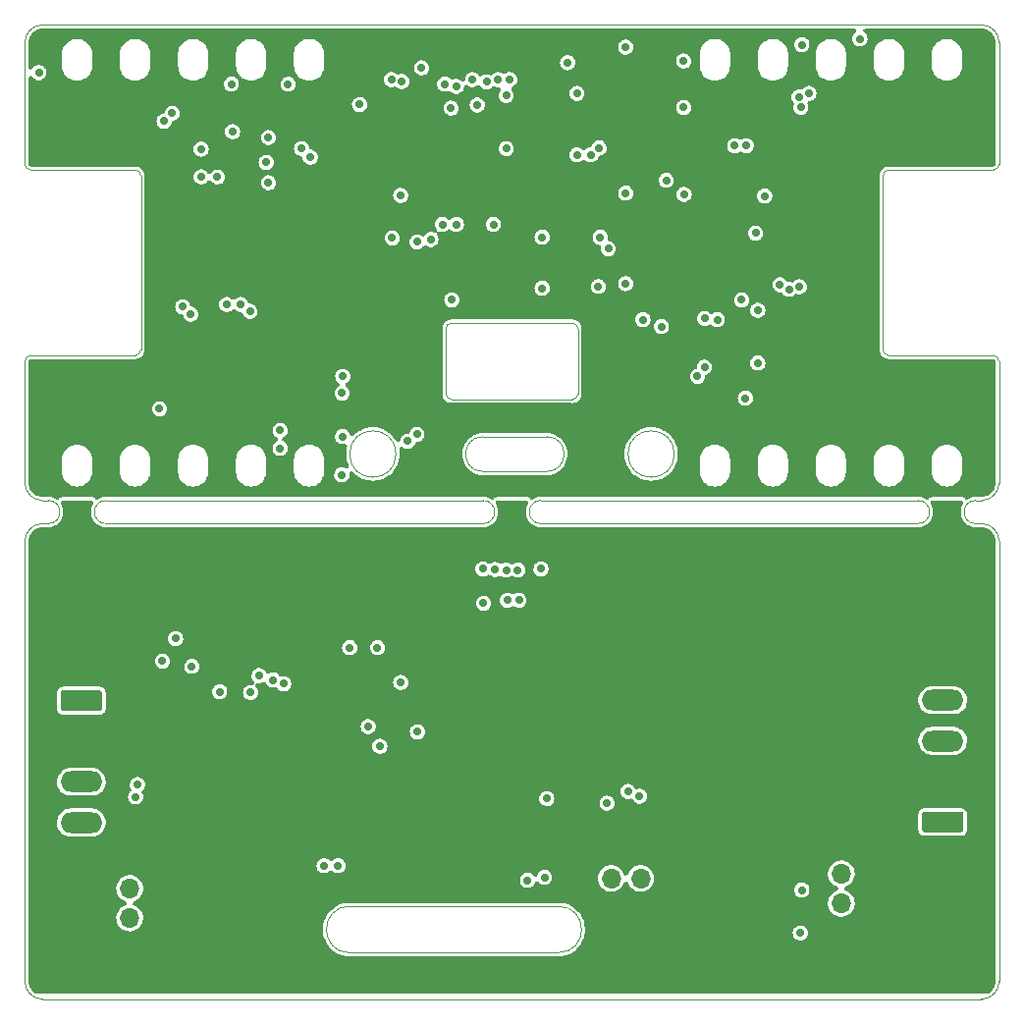
<source format=gbr>
G04 #@! TF.GenerationSoftware,KiCad,Pcbnew,6.0.10+dfsg-1~bpo11+1*
G04 #@! TF.ProjectId,project,70726f6a-6563-4742-9e6b-696361645f70,rev?*
G04 #@! TF.SameCoordinates,Original*
G04 #@! TF.FileFunction,Copper,L3,Inr*
G04 #@! TF.FilePolarity,Positive*
%FSLAX46Y46*%
G04 Gerber Fmt 4.6, Leading zero omitted, Abs format (unit mm)*
%MOMM*%
%LPD*%
G01*
G04 APERTURE LIST*
G04 #@! TA.AperFunction,Profile*
%ADD10C,0.100000*%
G04 #@! TD*
G04 #@! TA.AperFunction,Profile*
%ADD11C,0.120000*%
G04 #@! TD*
G04 #@! TA.AperFunction,ComponentPad*
%ADD12O,3.600000X1.800000*%
G04 #@! TD*
G04 #@! TA.AperFunction,ComponentPad*
%ADD13C,5.000000*%
G04 #@! TD*
G04 #@! TA.AperFunction,ComponentPad*
%ADD14C,6.400000*%
G04 #@! TD*
G04 #@! TA.AperFunction,ComponentPad*
%ADD15C,0.900000*%
G04 #@! TD*
G04 #@! TA.AperFunction,ComponentPad*
%ADD16R,1.700000X1.700000*%
G04 #@! TD*
G04 #@! TA.AperFunction,ComponentPad*
%ADD17O,1.700000X1.700000*%
G04 #@! TD*
G04 #@! TA.AperFunction,ViaPad*
%ADD18C,0.700000*%
G04 #@! TD*
G04 APERTURE END LIST*
D10*
X208262500Y-111537500D02*
G75*
G03*
X208262500Y-113537500I0J-1000000D01*
G01*
X127762500Y-70537500D02*
G75*
G03*
X126262500Y-72037500I0J-1500000D01*
G01*
X127762500Y-113537500D02*
X128262500Y-113537500D01*
X171262500Y-106037500D02*
X165762500Y-106037500D01*
X172262500Y-150537500D02*
G75*
G03*
X172262500Y-146537500I0J2000000D01*
G01*
X133262500Y-113537500D02*
X165762500Y-113537500D01*
X158262500Y-107537500D02*
G75*
G03*
X158262500Y-107537500I-2000000J0D01*
G01*
X210262500Y-72037500D02*
G75*
G03*
X208762500Y-70537500I-1500000J0D01*
G01*
X126262500Y-99537500D02*
X126262500Y-110037500D01*
X165762500Y-111537500D02*
X133262500Y-111537500D01*
X200262500Y-98537500D02*
X200262500Y-83537500D01*
X208762500Y-154537500D02*
G75*
G03*
X210262500Y-153037500I0J1500000D01*
G01*
X203262500Y-111537500D02*
X170762500Y-111537500D01*
X126262500Y-153037500D02*
X126262500Y-115037500D01*
X200762500Y-83037500D02*
X209762500Y-83037500D01*
X210262500Y-115037500D02*
X210262500Y-153037500D01*
X127762500Y-113537500D02*
G75*
G03*
X126262500Y-115037500I0J-1500000D01*
G01*
X208762500Y-70537500D02*
X127762500Y-70537500D01*
X133262500Y-111537500D02*
G75*
G03*
X133262500Y-113537500I0J-1000000D01*
G01*
X209762500Y-99037500D02*
X200762500Y-99037500D01*
X171262500Y-109037500D02*
G75*
G03*
X171262500Y-106037500I0J1500000D01*
G01*
X135762500Y-99037500D02*
G75*
G03*
X136262500Y-98537500I0J500000D01*
G01*
X182262500Y-107537500D02*
G75*
G03*
X182262500Y-107537500I-2000000J0D01*
G01*
X165762500Y-106037500D02*
G75*
G03*
X165762500Y-109037500I0J-1500000D01*
G01*
X200262500Y-98537500D02*
G75*
G03*
X200762500Y-99037500I500000J0D01*
G01*
X135762500Y-99037500D02*
X126762500Y-99037500D01*
X170762500Y-113537500D02*
X203262500Y-113537500D01*
X126262500Y-110037500D02*
G75*
G03*
X127762500Y-111537500I1500000J0D01*
G01*
X210262500Y-82537500D02*
X210262500Y-72037500D01*
X172262500Y-150537500D02*
X154262500Y-150537500D01*
X126262500Y-82537500D02*
G75*
G03*
X126762500Y-83037500I500000J0D01*
G01*
X208762500Y-111537500D02*
X208262500Y-111537500D01*
X126262500Y-153037500D02*
G75*
G03*
X127762500Y-154537500I1500000J0D01*
G01*
X154262500Y-146537500D02*
X172262500Y-146537500D01*
X165762500Y-113537500D02*
G75*
G03*
X165762500Y-111537500I0J1000000D01*
G01*
X126762500Y-99037500D02*
G75*
G03*
X126262500Y-99537500I0J-500000D01*
G01*
X208262500Y-113537500D02*
X208762500Y-113537500D01*
X200762500Y-83037500D02*
G75*
G03*
X200262500Y-83537500I0J-500000D01*
G01*
X203262500Y-113537500D02*
G75*
G03*
X203262500Y-111537500I0J1000000D01*
G01*
X208762500Y-111537500D02*
G75*
G03*
X210262500Y-110037500I0J1500000D01*
G01*
X136262500Y-83537500D02*
X136262500Y-98537500D01*
X128262500Y-113537500D02*
G75*
G03*
X128262500Y-111537500I0J1000000D01*
G01*
X165762500Y-109037500D02*
X171262500Y-109037500D01*
X170762500Y-111537500D02*
G75*
G03*
X170762500Y-113537500I0J-1000000D01*
G01*
X126262500Y-72037500D02*
X126262500Y-82537500D01*
X154262500Y-146537500D02*
G75*
G03*
X154262500Y-150537500I0J-2000000D01*
G01*
X210262500Y-115037500D02*
G75*
G03*
X208762500Y-113537500I-1500000J0D01*
G01*
X209762500Y-83037500D02*
G75*
G03*
X210262500Y-82537500I0J500000D01*
G01*
X136262500Y-83537500D02*
G75*
G03*
X135762500Y-83037500I-500000J0D01*
G01*
X210262500Y-99537500D02*
X210262500Y-110037500D01*
X127762500Y-111537500D02*
X128262500Y-111537500D01*
X126762500Y-83037500D02*
X135762500Y-83037500D01*
X208762500Y-154537500D02*
X127762500Y-154537500D01*
X210262500Y-99537500D02*
G75*
G03*
X209762500Y-99037500I-500000J0D01*
G01*
D11*
X162562500Y-102337500D02*
X162562500Y-96737500D01*
X173462500Y-102837500D02*
X163062500Y-102837500D01*
X163062500Y-96237500D02*
X173462500Y-96237500D01*
X173962500Y-96737500D02*
X173962500Y-102337500D01*
X163062500Y-96237500D02*
G75*
G03*
X162562500Y-96737500I1J-500001D01*
G01*
X173462500Y-102837500D02*
G75*
G03*
X173962500Y-102337500I0J500000D01*
G01*
X173962500Y-96737500D02*
G75*
G03*
X173462500Y-96237500I-500001J-1D01*
G01*
X162562500Y-102337500D02*
G75*
G03*
X163062500Y-102837500I500000J0D01*
G01*
G04 #@! TA.AperFunction,ComponentPad*
G36*
G01*
X164862500Y-115452500D02*
X164862500Y-116622500D01*
G75*
G02*
X164797500Y-116687500I-65000J0D01*
G01*
X162227500Y-116687500D01*
G75*
G02*
X162162500Y-116622500I0J65000D01*
G01*
X162162500Y-115452500D01*
G75*
G02*
X162227500Y-115387500I65000J0D01*
G01*
X164797500Y-115387500D01*
G75*
G02*
X164862500Y-115452500I0J-65000D01*
G01*
G37*
G04 #@! TD.AperFunction*
G04 #@! TA.AperFunction,ComponentPad*
G36*
G01*
X173287500Y-115477500D02*
X173287500Y-116737500D01*
G75*
G02*
X173217500Y-116807500I-70000J0D01*
G01*
X171757500Y-116807500D01*
G75*
G02*
X171687500Y-116737500I0J70000D01*
G01*
X171687500Y-115477500D01*
G75*
G02*
X171757500Y-115407500I70000J0D01*
G01*
X173217500Y-115407500D01*
G75*
G02*
X173287500Y-115477500I0J-70000D01*
G01*
G37*
G04 #@! TD.AperFunction*
G04 #@! TA.AperFunction,ComponentPad*
G36*
G01*
X174362500Y-118452500D02*
X174362500Y-119622500D01*
G75*
G02*
X174297500Y-119687500I-65000J0D01*
G01*
X171727500Y-119687500D01*
G75*
G02*
X171662500Y-119622500I0J65000D01*
G01*
X171662500Y-118452500D01*
G75*
G02*
X171727500Y-118387500I65000J0D01*
G01*
X174297500Y-118387500D01*
G75*
G02*
X174362500Y-118452500I0J-65000D01*
G01*
G37*
G04 #@! TD.AperFunction*
G04 #@! TA.AperFunction,ComponentPad*
G36*
G01*
X164837500Y-118337500D02*
X164837500Y-119597500D01*
G75*
G02*
X164767500Y-119667500I-70000J0D01*
G01*
X163307500Y-119667500D01*
G75*
G02*
X163237500Y-119597500I0J70000D01*
G01*
X163237500Y-118337500D01*
G75*
G02*
X163307500Y-118267500I70000J0D01*
G01*
X164767500Y-118267500D01*
G75*
G02*
X164837500Y-118337500I0J-70000D01*
G01*
G37*
G04 #@! TD.AperFunction*
G04 #@! TA.AperFunction,ComponentPad*
G36*
G01*
X206955000Y-140170000D02*
X203855000Y-140170000D01*
G75*
G02*
X203605000Y-139920000I0J250000D01*
G01*
X203605000Y-138620000D01*
G75*
G02*
X203855000Y-138370000I250000J0D01*
G01*
X206955000Y-138370000D01*
G75*
G02*
X207205000Y-138620000I0J-250000D01*
G01*
X207205000Y-139920000D01*
G75*
G02*
X206955000Y-140170000I-250000J0D01*
G01*
G37*
G04 #@! TD.AperFunction*
D12*
X205405000Y-135770000D03*
X205405000Y-132270000D03*
X205405000Y-128770000D03*
D13*
X183262500Y-90037500D03*
D14*
X153262500Y-135037500D03*
D15*
X151565444Y-133340444D03*
X150862500Y-135037500D03*
X153262500Y-132637500D03*
X153262500Y-137437500D03*
X154959556Y-133340444D03*
X154959556Y-136734556D03*
X155662500Y-135037500D03*
X151565444Y-136734556D03*
X183262500Y-137437500D03*
X181565444Y-133340444D03*
X180862500Y-135037500D03*
X183262500Y-132637500D03*
X185662500Y-135037500D03*
X184959556Y-133340444D03*
X184959556Y-136734556D03*
X181565444Y-136734556D03*
D14*
X183262500Y-135037500D03*
D13*
X153262500Y-90012500D03*
G04 #@! TA.AperFunction,ComponentPad*
G36*
G01*
X129570000Y-127905000D02*
X132670000Y-127905000D01*
G75*
G02*
X132920000Y-128155000I0J-250000D01*
G01*
X132920000Y-129455000D01*
G75*
G02*
X132670000Y-129705000I-250000J0D01*
G01*
X129570000Y-129705000D01*
G75*
G02*
X129320000Y-129455000I0J250000D01*
G01*
X129320000Y-128155000D01*
G75*
G02*
X129570000Y-127905000I250000J0D01*
G01*
G37*
G04 #@! TD.AperFunction*
D12*
X131120000Y-132305000D03*
X131120000Y-135805000D03*
X131120000Y-139305000D03*
D16*
X135292500Y-150082500D03*
D17*
X135292500Y-147542500D03*
X135292500Y-145002500D03*
D16*
X174275000Y-144137500D03*
D17*
X176815000Y-144137500D03*
X179355000Y-144137500D03*
D16*
X196662500Y-141197500D03*
D17*
X196662500Y-143737500D03*
X196662500Y-146277500D03*
D18*
X189262500Y-88487500D03*
X190062500Y-85287500D03*
X191376256Y-92933957D03*
X193019385Y-76749617D03*
X193163500Y-77637500D03*
X192177221Y-93343299D03*
X173062500Y-73787000D03*
X168062500Y-75237500D03*
X193863000Y-76437500D03*
X193045616Y-93108796D03*
X173862500Y-81738000D03*
X167762000Y-81188000D03*
X167762000Y-76612500D03*
X175862500Y-88837500D03*
X179557122Y-95942878D03*
X184262500Y-100837500D03*
X184862500Y-100037500D03*
X167062500Y-75237500D03*
X181151744Y-96548256D03*
X166662500Y-87737000D03*
X173862500Y-76437500D03*
X153576022Y-109323978D03*
X153662500Y-106037500D03*
X163062500Y-94237500D03*
X170862500Y-93237500D03*
X170862500Y-88837000D03*
X163462500Y-87737000D03*
X148262500Y-105488000D03*
X148262500Y-107037500D03*
X166062500Y-75437500D03*
X155112500Y-77387500D03*
X157925000Y-88900000D03*
X158662500Y-85237500D03*
X143462500Y-104237500D03*
X148462500Y-89037500D03*
X168762500Y-85037500D03*
X161062500Y-75837500D03*
X170262500Y-85037500D03*
X138862500Y-86837500D03*
X138062500Y-94237500D03*
X165262500Y-86037500D03*
X168762500Y-86037500D03*
X165262500Y-84037500D03*
X163762500Y-85037500D03*
X171762500Y-74537500D03*
X138762500Y-72537500D03*
X159062500Y-77037500D03*
X160062500Y-76437500D03*
X133762500Y-72537500D03*
X154762500Y-74537500D03*
X179462500Y-80637500D03*
X138862500Y-87637500D03*
X188262500Y-90237500D03*
X170262500Y-84037500D03*
X162762500Y-86037500D03*
X163762500Y-86037500D03*
X165262500Y-85037500D03*
X159062500Y-97637500D03*
X142867878Y-104842878D03*
X162762500Y-85037500D03*
X161062500Y-76437500D03*
X159062500Y-76437500D03*
X181462500Y-80637500D03*
X154762500Y-76537500D03*
X161062500Y-77037500D03*
X189062500Y-84687500D03*
X128762500Y-72537500D03*
X192462500Y-103637500D03*
X138062500Y-91637500D03*
X163762500Y-84037500D03*
X188262500Y-92837500D03*
X170262500Y-86037500D03*
X155062500Y-97637500D03*
X187862500Y-84687500D03*
X199262500Y-87487500D03*
X168762500Y-84037500D03*
X165717500Y-103982500D03*
X194062500Y-84887500D03*
X160062500Y-77037500D03*
X162762500Y-84037500D03*
X192462500Y-102837500D03*
X160062500Y-75837500D03*
X170917500Y-103982500D03*
X171762500Y-76537500D03*
X143462500Y-86637500D03*
X146462500Y-126637500D03*
X139248958Y-123450500D03*
X143050500Y-128037500D03*
X138118500Y-125393500D03*
X147262500Y-84137000D03*
X141458000Y-83637500D03*
X147062500Y-82388000D03*
X142862500Y-83637500D03*
X176462500Y-137637500D03*
X171262500Y-137237500D03*
X140648673Y-125849500D03*
X148574500Y-127349500D03*
X145710403Y-128089597D03*
X147661780Y-127026024D03*
X144062500Y-75637500D03*
X175062500Y-81738000D03*
X141462500Y-81237500D03*
X176562000Y-89837500D03*
X189462500Y-99687500D03*
X147262500Y-80237500D03*
X175712500Y-93087500D03*
X175767088Y-81141589D03*
X148953854Y-75643944D03*
X189462500Y-95138000D03*
X162262500Y-87737000D03*
X165262500Y-77437500D03*
X139862500Y-94837500D03*
X138262500Y-78837500D03*
X163008856Y-77702041D03*
X164862500Y-75237500D03*
X138962000Y-78137000D03*
X140562000Y-95473544D03*
X183062500Y-77637500D03*
X144162500Y-79737500D03*
X183062500Y-73637500D03*
X143662500Y-94637500D03*
X150113809Y-81186191D03*
X144862500Y-94637500D03*
X193262500Y-72237000D03*
X163462500Y-75837500D03*
X145662500Y-95237500D03*
X150864059Y-81936441D03*
X187462500Y-80938000D03*
X153662500Y-100837500D03*
X160062500Y-105837500D03*
X184862500Y-95837500D03*
X162462500Y-75637500D03*
X198262500Y-71737000D03*
X188462500Y-80938000D03*
X185969794Y-95944794D03*
X159262500Y-106437500D03*
X153612500Y-102287500D03*
X170762500Y-117437500D03*
X165762500Y-117437500D03*
X171062500Y-144037500D03*
X153262500Y-143037500D03*
X179262500Y-137037500D03*
X135963000Y-136037500D03*
X178262500Y-136637500D03*
X135797168Y-137102832D03*
X169597168Y-144302832D03*
X152060230Y-143042039D03*
X127462500Y-74637500D03*
X160462500Y-74237500D03*
X188382858Y-102717142D03*
X137862500Y-103637500D03*
X178062500Y-72437500D03*
X178062500Y-92837500D03*
X178062500Y-85037500D03*
X188062500Y-94237500D03*
X161262500Y-89037500D03*
X158746900Y-75402057D03*
X157862500Y-75237500D03*
X160062500Y-89237500D03*
X166817878Y-117492878D03*
X165800000Y-120402832D03*
X168862500Y-120137500D03*
X167762500Y-117537500D03*
X168762500Y-117537500D03*
X167867878Y-120142878D03*
X154262500Y-124237500D03*
X156862500Y-132737000D03*
X155862500Y-131037500D03*
X160112250Y-131487250D03*
X156662500Y-124237500D03*
X158662500Y-127237500D03*
X183105650Y-85137000D03*
X181562853Y-83937853D03*
X193262500Y-145137500D03*
X193128862Y-148833637D03*
X146876250Y-146721250D03*
X181062500Y-145537500D03*
X175262500Y-122837500D03*
X194862500Y-149937500D03*
X184462500Y-147337500D03*
X144292500Y-146737500D03*
X143232500Y-135837500D03*
X144762500Y-125037500D03*
X174462500Y-121637500D03*
X137100000Y-121000000D03*
X165262500Y-141237500D03*
X145262500Y-125537500D03*
X186862500Y-149937500D03*
X162662500Y-139037500D03*
X177262500Y-114837500D03*
X157762500Y-131537500D03*
X188862500Y-144137500D03*
X168262500Y-122337500D03*
X183262500Y-114837500D03*
X162662500Y-141237500D03*
X146232500Y-136037500D03*
X183262500Y-115637500D03*
X184637500Y-149312500D03*
X190862500Y-150737500D03*
X142762500Y-123537500D03*
X147462500Y-116037500D03*
X203662500Y-149037500D03*
X137262500Y-116237500D03*
X141462500Y-128837500D03*
X160262500Y-124237500D03*
X143762500Y-125037500D03*
X143062500Y-116837500D03*
X159262500Y-115037500D03*
X164262500Y-122237500D03*
X180633457Y-147083563D03*
X153262500Y-114837500D03*
X146892500Y-145137500D03*
X174462500Y-121037500D03*
X141462500Y-129437500D03*
X159262500Y-115637500D03*
X141692500Y-146537500D03*
X182462500Y-147137500D03*
X170462500Y-141237500D03*
X142092500Y-148337500D03*
X192862500Y-149937500D03*
X188862500Y-143337500D03*
X136200000Y-121900000D03*
X164262500Y-120637500D03*
X190862500Y-143337500D03*
X143762500Y-123537500D03*
X177262500Y-115637500D03*
X140262500Y-116237500D03*
X181862500Y-145537500D03*
X188862500Y-150737500D03*
X143262500Y-123037500D03*
X153262500Y-115637500D03*
X143462500Y-114637500D03*
X175262500Y-121237500D03*
X150862500Y-122237500D03*
X188862500Y-144937500D03*
X161262500Y-124237500D03*
X142492500Y-146737500D03*
X165262500Y-139037500D03*
X186862500Y-150737500D03*
X143262500Y-125537500D03*
X148492500Y-145137500D03*
X148492500Y-146737500D03*
X147462500Y-114437500D03*
X139262500Y-116237500D03*
X148487500Y-140942500D03*
X168662500Y-141237500D03*
X143462500Y-115837500D03*
X140892500Y-146537500D03*
X146487500Y-140942500D03*
X190862500Y-144937500D03*
X138262500Y-116237500D03*
X145262500Y-118637500D03*
X161062500Y-141237500D03*
X170462500Y-139037500D03*
X144762500Y-123537500D03*
X197862500Y-149037500D03*
X188862500Y-149937500D03*
X137962500Y-121937500D03*
X190972500Y-119902500D03*
X192862500Y-150737500D03*
X145432500Y-136037500D03*
X147462500Y-123637500D03*
X149062500Y-122437500D03*
X155262500Y-124037500D03*
X144262500Y-125537500D03*
X194862500Y-150737500D03*
X190862500Y-144137500D03*
X195937500Y-118737500D03*
X142762500Y-125037500D03*
X144262500Y-123037500D03*
X168662500Y-139037500D03*
X140892500Y-144737500D03*
X149462500Y-123637500D03*
X137100000Y-123000000D03*
X190862500Y-149937500D03*
X163662500Y-139037500D03*
X161062500Y-139037500D03*
X163662500Y-141237500D03*
X145262500Y-123037500D03*
G04 #@! TA.AperFunction,Conductor*
G36*
X132077326Y-111557207D02*
G01*
X132146567Y-111612426D01*
X132184994Y-111692218D01*
X132184994Y-111780782D01*
X132165998Y-111831214D01*
X132067455Y-112013305D01*
X131997474Y-112217152D01*
X131962000Y-112429738D01*
X131962000Y-112645262D01*
X131997474Y-112857848D01*
X132067455Y-113061695D01*
X132071369Y-113068927D01*
X132071371Y-113068932D01*
X132166113Y-113243999D01*
X132170034Y-113251244D01*
X132302412Y-113421323D01*
X132460979Y-113567294D01*
X132641409Y-113685175D01*
X132838781Y-113771751D01*
X132846755Y-113773770D01*
X132846757Y-113773771D01*
X133039738Y-113822640D01*
X133047711Y-113824659D01*
X133260585Y-113842298D01*
X133262500Y-113842636D01*
X133279654Y-113839611D01*
X133287776Y-113839612D01*
X133306204Y-113838000D01*
X165718796Y-113838000D01*
X165737224Y-113839612D01*
X165745346Y-113839611D01*
X165762500Y-113842636D01*
X165764415Y-113842298D01*
X165784982Y-113840594D01*
X165784983Y-113840594D01*
X165855924Y-113834715D01*
X165977289Y-113824659D01*
X165985262Y-113822640D01*
X166178243Y-113773771D01*
X166178245Y-113773770D01*
X166186219Y-113771751D01*
X166383591Y-113685175D01*
X166564021Y-113567294D01*
X166722588Y-113421323D01*
X166854966Y-113251244D01*
X166858887Y-113243999D01*
X166953629Y-113068932D01*
X166953631Y-113068927D01*
X166957545Y-113061695D01*
X167027526Y-112857848D01*
X167063000Y-112645262D01*
X167063000Y-112429738D01*
X167027526Y-112217152D01*
X166957545Y-112013305D01*
X166859002Y-111831214D01*
X166835239Y-111745898D01*
X166850847Y-111658721D01*
X166902733Y-111586949D01*
X166980622Y-111544797D01*
X167034017Y-111537500D01*
X169490983Y-111537500D01*
X169577326Y-111557207D01*
X169646567Y-111612426D01*
X169684994Y-111692218D01*
X169684994Y-111780782D01*
X169665998Y-111831214D01*
X169567455Y-112013305D01*
X169497474Y-112217152D01*
X169462000Y-112429738D01*
X169462000Y-112645262D01*
X169497474Y-112857848D01*
X169567455Y-113061695D01*
X169571369Y-113068927D01*
X169571371Y-113068932D01*
X169666113Y-113243999D01*
X169670034Y-113251244D01*
X169802412Y-113421323D01*
X169960979Y-113567294D01*
X170141409Y-113685175D01*
X170338781Y-113771751D01*
X170346755Y-113773770D01*
X170346757Y-113773771D01*
X170539738Y-113822640D01*
X170547711Y-113824659D01*
X170760585Y-113842298D01*
X170762500Y-113842636D01*
X170779654Y-113839611D01*
X170787776Y-113839612D01*
X170806204Y-113838000D01*
X203218796Y-113838000D01*
X203237224Y-113839612D01*
X203245346Y-113839611D01*
X203262500Y-113842636D01*
X203264415Y-113842298D01*
X203284982Y-113840594D01*
X203284983Y-113840594D01*
X203355924Y-113834715D01*
X203477289Y-113824659D01*
X203485262Y-113822640D01*
X203678243Y-113773771D01*
X203678245Y-113773770D01*
X203686219Y-113771751D01*
X203883591Y-113685175D01*
X204064021Y-113567294D01*
X204222588Y-113421323D01*
X204354966Y-113251244D01*
X204358887Y-113243999D01*
X204453629Y-113068932D01*
X204453631Y-113068927D01*
X204457545Y-113061695D01*
X204527526Y-112857848D01*
X204563000Y-112645262D01*
X204563000Y-112429738D01*
X204527526Y-112217152D01*
X204457545Y-112013305D01*
X204359002Y-111831214D01*
X204335239Y-111745898D01*
X204350847Y-111658721D01*
X204402733Y-111586949D01*
X204480622Y-111544797D01*
X204534017Y-111537500D01*
X206990983Y-111537500D01*
X207077326Y-111557207D01*
X207146567Y-111612426D01*
X207184994Y-111692218D01*
X207184994Y-111780782D01*
X207165998Y-111831214D01*
X207067455Y-112013305D01*
X206997474Y-112217152D01*
X206962000Y-112429738D01*
X206962000Y-112645262D01*
X206997474Y-112857848D01*
X207067455Y-113061695D01*
X207071369Y-113068927D01*
X207071371Y-113068932D01*
X207166113Y-113243999D01*
X207170034Y-113251244D01*
X207302412Y-113421323D01*
X207460979Y-113567294D01*
X207641409Y-113685175D01*
X207838781Y-113771751D01*
X207846755Y-113773770D01*
X207846757Y-113773771D01*
X208039738Y-113822640D01*
X208047711Y-113824659D01*
X208260585Y-113842298D01*
X208262500Y-113842636D01*
X208279654Y-113839611D01*
X208287776Y-113839612D01*
X208306204Y-113838000D01*
X208718796Y-113838000D01*
X208737234Y-113839613D01*
X208745356Y-113839613D01*
X208762500Y-113842636D01*
X208778830Y-113839757D01*
X208790779Y-113840226D01*
X208934531Y-113851539D01*
X208965372Y-113856425D01*
X209117940Y-113893054D01*
X209147638Y-113902703D01*
X209292595Y-113962746D01*
X209320417Y-113976922D01*
X209454198Y-114058903D01*
X209479449Y-114077249D01*
X209598772Y-114179159D01*
X209620841Y-114201228D01*
X209722751Y-114320551D01*
X209741097Y-114345802D01*
X209819146Y-114473166D01*
X209823078Y-114479583D01*
X209837254Y-114507405D01*
X209897297Y-114652362D01*
X209906946Y-114682060D01*
X209943575Y-114834628D01*
X209948461Y-114865471D01*
X209959774Y-115009220D01*
X209960243Y-115021170D01*
X209957364Y-115037500D01*
X209960387Y-115054644D01*
X209960387Y-115062766D01*
X209962000Y-115081204D01*
X209962000Y-152993796D01*
X209960387Y-153012234D01*
X209960387Y-153020356D01*
X209957364Y-153037500D01*
X209960243Y-153053830D01*
X209959774Y-153065780D01*
X209948461Y-153209529D01*
X209943575Y-153240372D01*
X209906946Y-153392940D01*
X209897297Y-153422638D01*
X209837254Y-153567595D01*
X209823078Y-153595417D01*
X209741097Y-153729198D01*
X209722751Y-153754449D01*
X209620841Y-153873772D01*
X209598772Y-153895841D01*
X209488734Y-153989822D01*
X209410279Y-154030911D01*
X209359495Y-154037500D01*
X127165505Y-154037500D01*
X127079162Y-154017793D01*
X127036266Y-153989822D01*
X126926228Y-153895841D01*
X126904159Y-153873772D01*
X126802249Y-153754449D01*
X126783903Y-153729198D01*
X126701922Y-153595417D01*
X126687746Y-153567595D01*
X126627703Y-153422638D01*
X126618054Y-153392940D01*
X126581425Y-153240372D01*
X126576539Y-153209529D01*
X126565226Y-153065780D01*
X126564757Y-153053830D01*
X126567636Y-153037500D01*
X126564613Y-153020356D01*
X126564613Y-153012234D01*
X126563000Y-152993796D01*
X126563000Y-147512254D01*
X134137467Y-147512254D01*
X134151296Y-147723249D01*
X134153540Y-147732086D01*
X134153541Y-147732090D01*
X134177189Y-147825201D01*
X134203345Y-147928190D01*
X134291869Y-148120214D01*
X134297132Y-148127661D01*
X134408637Y-148285438D01*
X134408641Y-148285443D01*
X134413905Y-148292891D01*
X134565365Y-148440437D01*
X134572950Y-148445505D01*
X134572951Y-148445506D01*
X134707126Y-148535159D01*
X134741177Y-148557911D01*
X134749556Y-148561511D01*
X134749558Y-148561512D01*
X134818768Y-148591246D01*
X134935453Y-148641378D01*
X134944342Y-148643389D01*
X134944347Y-148643391D01*
X135132789Y-148686031D01*
X135132791Y-148686031D01*
X135141686Y-148688044D01*
X135352970Y-148696346D01*
X135450289Y-148682235D01*
X151962000Y-148682235D01*
X151998281Y-148969423D01*
X152070269Y-149249799D01*
X152072567Y-149255604D01*
X152072569Y-149255609D01*
X152113781Y-149359698D01*
X152176830Y-149518942D01*
X152179836Y-149524410D01*
X152179838Y-149524414D01*
X152313274Y-149767132D01*
X152313279Y-149767139D01*
X152316284Y-149772606D01*
X152319951Y-149777654D01*
X152319956Y-149777661D01*
X152439132Y-149941693D01*
X152486430Y-150006793D01*
X152490710Y-150011350D01*
X152490711Y-150011352D01*
X152680309Y-150213254D01*
X152680313Y-150213258D01*
X152684586Y-150217808D01*
X152907627Y-150402323D01*
X153152035Y-150557429D01*
X153157685Y-150560088D01*
X153157691Y-150560091D01*
X153408295Y-150678016D01*
X153408300Y-150678018D01*
X153413955Y-150680679D01*
X153419906Y-150682613D01*
X153419907Y-150682613D01*
X153683311Y-150768199D01*
X153683316Y-150768200D01*
X153689258Y-150770131D01*
X153695398Y-150771302D01*
X153695401Y-150771303D01*
X153967455Y-150823200D01*
X153967461Y-150823201D01*
X153973601Y-150824372D01*
X153979846Y-150824765D01*
X153979847Y-150824765D01*
X154000717Y-150826078D01*
X154261724Y-150842499D01*
X154262500Y-150842636D01*
X154279656Y-150839611D01*
X154287780Y-150839612D01*
X154306204Y-150838000D01*
X172218796Y-150838000D01*
X172237220Y-150839612D01*
X172245344Y-150839611D01*
X172262500Y-150842636D01*
X172263276Y-150842499D01*
X172282864Y-150841267D01*
X172282865Y-150841267D01*
X172545153Y-150824765D01*
X172545154Y-150824765D01*
X172551399Y-150824372D01*
X172557539Y-150823201D01*
X172557545Y-150823200D01*
X172829599Y-150771303D01*
X172829602Y-150771302D01*
X172835742Y-150770131D01*
X172841684Y-150768200D01*
X172841689Y-150768199D01*
X173105093Y-150682613D01*
X173105094Y-150682613D01*
X173111045Y-150680679D01*
X173116700Y-150678018D01*
X173116705Y-150678016D01*
X173367309Y-150560091D01*
X173367315Y-150560088D01*
X173372965Y-150557429D01*
X173617373Y-150402323D01*
X173840414Y-150217808D01*
X173844687Y-150213258D01*
X173844691Y-150213254D01*
X174034289Y-150011352D01*
X174034290Y-150011350D01*
X174038570Y-150006793D01*
X174085868Y-149941693D01*
X174205044Y-149777661D01*
X174205049Y-149777654D01*
X174208716Y-149772606D01*
X174211721Y-149767139D01*
X174211726Y-149767132D01*
X174345162Y-149524414D01*
X174345164Y-149524410D01*
X174348170Y-149518942D01*
X174411219Y-149359698D01*
X174452431Y-149255609D01*
X174452433Y-149255604D01*
X174454731Y-149249799D01*
X174526719Y-148969423D01*
X174544740Y-148826775D01*
X192473620Y-148826775D01*
X192490897Y-148983270D01*
X192545005Y-149131127D01*
X192632820Y-149261809D01*
X192749272Y-149367772D01*
X192887638Y-149442899D01*
X192899247Y-149445944D01*
X192899248Y-149445945D01*
X193028322Y-149479807D01*
X193028326Y-149479808D01*
X193039931Y-149482852D01*
X193051927Y-149483040D01*
X193051931Y-149483041D01*
X193119725Y-149484105D01*
X193197357Y-149485325D01*
X193209053Y-149482646D01*
X193209056Y-149482646D01*
X193339130Y-149452855D01*
X193339133Y-149452854D01*
X193350830Y-149450175D01*
X193491487Y-149379432D01*
X193611210Y-149277179D01*
X193622255Y-149261809D01*
X193696087Y-149159060D01*
X193703086Y-149149320D01*
X193761812Y-149003235D01*
X193764654Y-148983270D01*
X193783078Y-148853810D01*
X193783996Y-148847360D01*
X193784140Y-148833637D01*
X193765225Y-148677331D01*
X193760985Y-148666110D01*
X193760984Y-148666106D01*
X193713812Y-148541270D01*
X193709572Y-148530049D01*
X193620393Y-148400294D01*
X193574620Y-148359512D01*
X193511795Y-148303536D01*
X193511793Y-148303535D01*
X193502838Y-148295556D01*
X193363693Y-148221882D01*
X193352063Y-148218961D01*
X193352061Y-148218960D01*
X193287342Y-148202704D01*
X193210990Y-148183526D01*
X193198996Y-148183463D01*
X193198994Y-148183463D01*
X193134589Y-148183126D01*
X193053546Y-148182702D01*
X193041888Y-148185501D01*
X193041886Y-148185501D01*
X192994232Y-148196942D01*
X192900450Y-148219457D01*
X192889788Y-148224960D01*
X192772613Y-148285438D01*
X192760541Y-148291669D01*
X192751505Y-148299552D01*
X192751503Y-148299553D01*
X192690808Y-148352501D01*
X192641896Y-148395170D01*
X192551363Y-148523985D01*
X192494171Y-148670676D01*
X192473620Y-148826775D01*
X174544740Y-148826775D01*
X174563000Y-148682235D01*
X174563000Y-148392765D01*
X174526719Y-148105577D01*
X174454731Y-147825201D01*
X174449596Y-147812230D01*
X174369036Y-147608759D01*
X174348170Y-147556058D01*
X174343935Y-147548354D01*
X174211726Y-147307868D01*
X174211721Y-147307861D01*
X174208716Y-147302394D01*
X174205049Y-147297346D01*
X174205044Y-147297339D01*
X174042246Y-147073266D01*
X174042242Y-147073262D01*
X174038570Y-147068207D01*
X173993712Y-147020438D01*
X173844691Y-146861746D01*
X173844687Y-146861742D01*
X173840414Y-146857192D01*
X173743083Y-146776673D01*
X173622201Y-146676671D01*
X173622200Y-146676671D01*
X173617373Y-146672677D01*
X173372965Y-146517571D01*
X173367315Y-146514912D01*
X173367309Y-146514909D01*
X173116705Y-146396984D01*
X173116700Y-146396982D01*
X173111045Y-146394321D01*
X173105093Y-146392387D01*
X172841689Y-146306801D01*
X172841684Y-146306800D01*
X172835742Y-146304869D01*
X172829602Y-146303698D01*
X172829599Y-146303697D01*
X172557545Y-146251800D01*
X172557539Y-146251799D01*
X172551399Y-146250628D01*
X172545154Y-146250235D01*
X172545153Y-146250235D01*
X172497770Y-146247254D01*
X195507467Y-146247254D01*
X195511243Y-146304869D01*
X195520699Y-146449135D01*
X195521296Y-146458249D01*
X195523540Y-146467086D01*
X195523541Y-146467090D01*
X195565432Y-146632032D01*
X195573345Y-146663190D01*
X195661869Y-146855214D01*
X195667132Y-146862661D01*
X195778637Y-147020438D01*
X195778641Y-147020443D01*
X195783905Y-147027891D01*
X195935365Y-147175437D01*
X195942950Y-147180505D01*
X195942951Y-147180506D01*
X196023271Y-147234174D01*
X196111177Y-147292911D01*
X196119556Y-147296511D01*
X196119558Y-147296512D01*
X196181586Y-147323161D01*
X196305453Y-147376378D01*
X196314342Y-147378389D01*
X196314347Y-147378391D01*
X196502789Y-147421031D01*
X196502791Y-147421031D01*
X196511686Y-147423044D01*
X196722970Y-147431346D01*
X196932230Y-147401004D01*
X196940872Y-147398071D01*
X196940874Y-147398070D01*
X197123816Y-147335970D01*
X197123820Y-147335968D01*
X197132455Y-147333037D01*
X197171216Y-147311330D01*
X197308988Y-147234174D01*
X197308992Y-147234171D01*
X197316942Y-147229719D01*
X197479512Y-147094512D01*
X197501390Y-147068207D01*
X197608888Y-146938953D01*
X197614719Y-146931942D01*
X197619171Y-146923992D01*
X197619174Y-146923988D01*
X197713581Y-146755412D01*
X197713582Y-146755411D01*
X197718037Y-146747455D01*
X197744560Y-146669322D01*
X197783070Y-146555874D01*
X197783071Y-146555872D01*
X197786004Y-146547230D01*
X197816346Y-146337970D01*
X197817929Y-146277500D01*
X197815986Y-146256358D01*
X197799416Y-146076025D01*
X197799416Y-146076023D01*
X197798581Y-146066940D01*
X197741186Y-145863431D01*
X197647665Y-145673790D01*
X197521151Y-145504367D01*
X197514455Y-145498177D01*
X197514452Y-145498174D01*
X197433911Y-145423723D01*
X197365881Y-145360837D01*
X197187054Y-145248005D01*
X197049275Y-145193037D01*
X197046824Y-145192059D01*
X196973930Y-145141760D01*
X196930079Y-145064815D01*
X196923956Y-144976464D01*
X196956774Y-144894205D01*
X197022032Y-144834332D01*
X197056598Y-144818787D01*
X197123816Y-144795970D01*
X197123820Y-144795968D01*
X197132455Y-144793037D01*
X197187388Y-144762273D01*
X197308988Y-144694174D01*
X197308992Y-144694171D01*
X197316942Y-144689719D01*
X197479512Y-144554512D01*
X197494403Y-144536608D01*
X197608888Y-144398953D01*
X197614719Y-144391942D01*
X197619171Y-144383992D01*
X197619174Y-144383988D01*
X197713581Y-144215412D01*
X197713582Y-144215411D01*
X197718037Y-144207455D01*
X197724936Y-144187133D01*
X197783070Y-144015874D01*
X197783071Y-144015872D01*
X197786004Y-144007230D01*
X197803060Y-143889597D01*
X197815507Y-143803759D01*
X197815508Y-143803753D01*
X197816346Y-143797970D01*
X197817363Y-143759138D01*
X197817776Y-143743354D01*
X197817776Y-143743350D01*
X197817929Y-143737500D01*
X197813907Y-143693727D01*
X197799416Y-143536025D01*
X197799416Y-143536023D01*
X197798581Y-143526940D01*
X197759009Y-143386628D01*
X197743661Y-143332206D01*
X197743660Y-143332204D01*
X197741186Y-143323431D01*
X197647665Y-143133790D01*
X197521151Y-142964367D01*
X197514455Y-142958177D01*
X197514452Y-142958174D01*
X197428886Y-142879078D01*
X197365881Y-142820837D01*
X197187054Y-142708005D01*
X197178577Y-142704623D01*
X197178575Y-142704622D01*
X197114979Y-142679250D01*
X196990660Y-142629652D01*
X196783275Y-142588401D01*
X196674905Y-142586982D01*
X196580971Y-142585752D01*
X196580966Y-142585752D01*
X196571846Y-142585633D01*
X196562856Y-142587178D01*
X196562853Y-142587178D01*
X196467446Y-142603572D01*
X196363453Y-142621441D01*
X196354902Y-142624596D01*
X196354897Y-142624597D01*
X196173634Y-142691469D01*
X196173630Y-142691471D01*
X196165075Y-142694627D01*
X196157237Y-142699290D01*
X196157233Y-142699292D01*
X196050267Y-142762930D01*
X195983356Y-142802738D01*
X195976497Y-142808753D01*
X195976493Y-142808756D01*
X195880314Y-142893103D01*
X195824381Y-142942155D01*
X195818731Y-142949322D01*
X195818730Y-142949323D01*
X195787924Y-142988401D01*
X195693476Y-143108208D01*
X195689226Y-143116286D01*
X195630960Y-143227032D01*
X195595023Y-143295336D01*
X195592316Y-143304052D01*
X195592315Y-143304056D01*
X195556152Y-143420520D01*
X195532320Y-143497273D01*
X195531248Y-143506330D01*
X195508878Y-143695336D01*
X195507467Y-143707254D01*
X195512533Y-143784554D01*
X195520515Y-143906330D01*
X195521296Y-143918249D01*
X195523540Y-143927086D01*
X195523541Y-143927090D01*
X195569298Y-144107254D01*
X195573345Y-144123190D01*
X195661869Y-144315214D01*
X195667132Y-144322661D01*
X195778637Y-144480438D01*
X195778641Y-144480443D01*
X195783905Y-144487891D01*
X195935365Y-144635437D01*
X195942950Y-144640505D01*
X195942951Y-144640506D01*
X196103589Y-144747841D01*
X196111177Y-144752911D01*
X196119557Y-144756511D01*
X196119562Y-144756514D01*
X196204573Y-144793037D01*
X196281022Y-144825882D01*
X196352573Y-144878071D01*
X196394395Y-144956137D01*
X196398203Y-145044619D01*
X196363244Y-145125990D01*
X196296441Y-145184135D01*
X196271346Y-145195421D01*
X196173635Y-145231469D01*
X196165075Y-145234627D01*
X196157237Y-145239290D01*
X196157233Y-145239292D01*
X196057878Y-145298402D01*
X195983356Y-145342738D01*
X195976497Y-145348753D01*
X195976493Y-145348756D01*
X195870110Y-145442052D01*
X195824381Y-145482155D01*
X195818731Y-145489322D01*
X195818730Y-145489323D01*
X195801111Y-145511673D01*
X195693476Y-145648208D01*
X195689226Y-145656286D01*
X195600281Y-145825343D01*
X195595023Y-145835336D01*
X195592316Y-145844052D01*
X195592315Y-145844056D01*
X195559764Y-145948888D01*
X195532320Y-146037273D01*
X195531248Y-146046330D01*
X195508681Y-146237000D01*
X195507467Y-146247254D01*
X172497770Y-146247254D01*
X172263276Y-146232501D01*
X172262500Y-146232364D01*
X172245344Y-146235389D01*
X172237220Y-146235388D01*
X172218796Y-146237000D01*
X154306204Y-146237000D01*
X154287780Y-146235388D01*
X154279656Y-146235389D01*
X154262500Y-146232364D01*
X154261724Y-146232501D01*
X154242136Y-146233733D01*
X154242135Y-146233733D01*
X153979847Y-146250235D01*
X153979846Y-146250235D01*
X153973601Y-146250628D01*
X153967461Y-146251799D01*
X153967455Y-146251800D01*
X153695401Y-146303697D01*
X153695398Y-146303698D01*
X153689258Y-146304869D01*
X153683316Y-146306800D01*
X153683311Y-146306801D01*
X153419907Y-146392387D01*
X153413955Y-146394321D01*
X153408300Y-146396982D01*
X153408295Y-146396984D01*
X153157691Y-146514909D01*
X153157685Y-146514912D01*
X153152035Y-146517571D01*
X152907627Y-146672677D01*
X152902800Y-146676671D01*
X152902799Y-146676671D01*
X152781917Y-146776673D01*
X152684586Y-146857192D01*
X152680313Y-146861742D01*
X152680309Y-146861746D01*
X152531288Y-147020438D01*
X152486430Y-147068207D01*
X152482758Y-147073262D01*
X152482754Y-147073266D01*
X152319956Y-147297339D01*
X152319951Y-147297346D01*
X152316284Y-147302394D01*
X152313279Y-147307861D01*
X152313274Y-147307868D01*
X152181065Y-147548354D01*
X152176830Y-147556058D01*
X152155964Y-147608759D01*
X152075405Y-147812230D01*
X152070269Y-147825201D01*
X151998281Y-148105577D01*
X151962000Y-148392765D01*
X151962000Y-148682235D01*
X135450289Y-148682235D01*
X135562230Y-148666004D01*
X135570872Y-148663071D01*
X135570874Y-148663070D01*
X135753816Y-148600970D01*
X135753820Y-148600968D01*
X135762455Y-148598037D01*
X135834105Y-148557911D01*
X135938988Y-148499174D01*
X135938992Y-148499171D01*
X135946942Y-148494719D01*
X136109512Y-148359512D01*
X136244719Y-148196942D01*
X136249171Y-148188992D01*
X136249174Y-148188988D01*
X136343581Y-148020412D01*
X136343582Y-148020411D01*
X136348037Y-148012455D01*
X136379643Y-147919348D01*
X136413070Y-147820874D01*
X136413071Y-147820872D01*
X136416004Y-147812230D01*
X136446346Y-147602970D01*
X136447574Y-147556058D01*
X136447776Y-147548354D01*
X136447776Y-147548350D01*
X136447929Y-147542500D01*
X136436985Y-147423402D01*
X136429416Y-147341025D01*
X136429416Y-147341023D01*
X136428581Y-147331940D01*
X136399752Y-147229719D01*
X136373661Y-147137206D01*
X136373660Y-147137204D01*
X136371186Y-147128431D01*
X136277665Y-146938790D01*
X136151151Y-146769367D01*
X136144455Y-146763177D01*
X136144452Y-146763174D01*
X136045251Y-146671474D01*
X135995881Y-146625837D01*
X135817054Y-146513005D01*
X135676824Y-146457059D01*
X135603930Y-146406760D01*
X135560079Y-146329815D01*
X135553956Y-146241464D01*
X135586774Y-146159205D01*
X135652032Y-146099332D01*
X135686598Y-146083787D01*
X135753816Y-146060970D01*
X135753820Y-146060968D01*
X135762455Y-146058037D01*
X135770412Y-146053581D01*
X135938988Y-145959174D01*
X135938992Y-145959171D01*
X135946942Y-145954719D01*
X136109512Y-145819512D01*
X136244719Y-145656942D01*
X136249171Y-145648992D01*
X136249174Y-145648988D01*
X136343581Y-145480412D01*
X136343582Y-145480411D01*
X136348037Y-145472455D01*
X136358358Y-145442052D01*
X136413070Y-145280874D01*
X136413071Y-145280872D01*
X136416004Y-145272230D01*
X136434922Y-145141760D01*
X136445507Y-145068759D01*
X136445508Y-145068753D01*
X136446346Y-145062970D01*
X136447067Y-145035437D01*
X136447776Y-145008354D01*
X136447776Y-145008350D01*
X136447929Y-145002500D01*
X136443520Y-144954520D01*
X136429416Y-144801025D01*
X136429416Y-144801023D01*
X136428581Y-144791940D01*
X136398847Y-144686509D01*
X136373661Y-144597206D01*
X136373660Y-144597204D01*
X136371186Y-144588431D01*
X136277665Y-144398790D01*
X136200886Y-144295970D01*
X168941926Y-144295970D01*
X168959203Y-144452465D01*
X169013311Y-144600322D01*
X169020002Y-144610280D01*
X169020003Y-144610281D01*
X169045783Y-144648645D01*
X169101126Y-144731004D01*
X169217578Y-144836967D01*
X169355944Y-144912094D01*
X169367553Y-144915139D01*
X169367554Y-144915140D01*
X169496628Y-144949002D01*
X169496632Y-144949003D01*
X169508237Y-144952047D01*
X169520233Y-144952235D01*
X169520237Y-144952236D01*
X169588031Y-144953300D01*
X169665663Y-144954520D01*
X169677359Y-144951841D01*
X169677362Y-144951841D01*
X169807436Y-144922050D01*
X169807439Y-144922049D01*
X169819136Y-144919370D01*
X169959793Y-144848627D01*
X170079516Y-144746374D01*
X170090561Y-144731004D01*
X170164393Y-144628255D01*
X170171392Y-144618515D01*
X170217608Y-144503549D01*
X170268096Y-144430790D01*
X170345156Y-144387141D01*
X170433523Y-144381249D01*
X170515695Y-144414282D01*
X170552888Y-144447745D01*
X170559766Y-144455713D01*
X170566458Y-144465672D01*
X170575331Y-144473746D01*
X170575333Y-144473748D01*
X170629812Y-144523320D01*
X170682910Y-144571635D01*
X170821276Y-144646762D01*
X170832885Y-144649807D01*
X170832886Y-144649808D01*
X170961960Y-144683670D01*
X170961964Y-144683671D01*
X170973569Y-144686715D01*
X170985565Y-144686903D01*
X170985569Y-144686904D01*
X171053363Y-144687968D01*
X171130995Y-144689188D01*
X171142691Y-144686509D01*
X171142694Y-144686509D01*
X171272768Y-144656718D01*
X171272771Y-144656717D01*
X171284468Y-144654038D01*
X171425125Y-144583295D01*
X171518492Y-144503552D01*
X171535725Y-144488834D01*
X171535726Y-144488833D01*
X171544848Y-144481042D01*
X171555893Y-144465672D01*
X171629725Y-144362923D01*
X171636724Y-144353183D01*
X171686498Y-144229367D01*
X171690974Y-144218233D01*
X171690975Y-144218231D01*
X171695450Y-144207098D01*
X171698292Y-144187133D01*
X171709660Y-144107254D01*
X175659967Y-144107254D01*
X175662105Y-144139871D01*
X175673118Y-144307897D01*
X175673796Y-144318249D01*
X175676040Y-144327086D01*
X175676041Y-144327090D01*
X175720858Y-144503552D01*
X175725845Y-144523190D01*
X175814369Y-144715214D01*
X175819632Y-144722661D01*
X175931137Y-144880438D01*
X175931141Y-144880443D01*
X175936405Y-144887891D01*
X176087865Y-145035437D01*
X176095450Y-145040505D01*
X176095451Y-145040506D01*
X176223387Y-145125990D01*
X176263677Y-145152911D01*
X176272056Y-145156511D01*
X176272058Y-145156512D01*
X176283531Y-145161441D01*
X176457953Y-145236378D01*
X176466842Y-145238389D01*
X176466847Y-145238391D01*
X176655289Y-145281031D01*
X176655291Y-145281031D01*
X176664186Y-145283044D01*
X176875470Y-145291346D01*
X177084730Y-145261004D01*
X177093372Y-145258071D01*
X177093374Y-145258070D01*
X177276316Y-145195970D01*
X177276320Y-145195968D01*
X177284955Y-145193037D01*
X177302433Y-145183249D01*
X177461488Y-145094174D01*
X177461492Y-145094171D01*
X177469442Y-145089719D01*
X177632012Y-144954512D01*
X177767219Y-144791942D01*
X177771671Y-144783992D01*
X177771674Y-144783988D01*
X177866081Y-144615412D01*
X177866082Y-144615411D01*
X177870537Y-144607455D01*
X177894587Y-144536607D01*
X177941001Y-144461183D01*
X178015546Y-144413365D01*
X178103456Y-144402627D01*
X178187319Y-144431094D01*
X178250526Y-144493130D01*
X178265355Y-144523416D01*
X178265845Y-144523190D01*
X178354369Y-144715214D01*
X178359632Y-144722661D01*
X178471137Y-144880438D01*
X178471141Y-144880443D01*
X178476405Y-144887891D01*
X178627865Y-145035437D01*
X178635450Y-145040505D01*
X178635451Y-145040506D01*
X178763387Y-145125990D01*
X178803677Y-145152911D01*
X178812056Y-145156511D01*
X178812058Y-145156512D01*
X178823531Y-145161441D01*
X178997953Y-145236378D01*
X179006842Y-145238389D01*
X179006847Y-145238391D01*
X179195289Y-145281031D01*
X179195291Y-145281031D01*
X179204186Y-145283044D01*
X179415470Y-145291346D01*
X179624730Y-145261004D01*
X179633372Y-145258071D01*
X179633374Y-145258070D01*
X179816316Y-145195970D01*
X179816320Y-145195968D01*
X179824955Y-145193037D01*
X179842433Y-145183249D01*
X179936377Y-145130638D01*
X192607258Y-145130638D01*
X192624535Y-145287133D01*
X192678643Y-145434990D01*
X192685334Y-145444948D01*
X192685335Y-145444949D01*
X192706293Y-145476138D01*
X192766458Y-145565672D01*
X192882910Y-145671635D01*
X193021276Y-145746762D01*
X193032885Y-145749807D01*
X193032886Y-145749808D01*
X193161960Y-145783670D01*
X193161964Y-145783671D01*
X193173569Y-145786715D01*
X193185565Y-145786903D01*
X193185569Y-145786904D01*
X193253363Y-145787968D01*
X193330995Y-145789188D01*
X193342691Y-145786509D01*
X193342694Y-145786509D01*
X193472768Y-145756718D01*
X193472771Y-145756717D01*
X193484468Y-145754038D01*
X193625125Y-145683295D01*
X193744848Y-145581042D01*
X193755893Y-145565672D01*
X193813464Y-145485553D01*
X193836724Y-145453183D01*
X193895450Y-145307098D01*
X193898292Y-145287133D01*
X193916716Y-145157673D01*
X193917634Y-145151223D01*
X193917778Y-145137500D01*
X193909460Y-145068759D01*
X193906538Y-145044619D01*
X193898863Y-144981194D01*
X193894623Y-144969973D01*
X193894622Y-144969969D01*
X193847450Y-144845133D01*
X193843210Y-144833912D01*
X193754031Y-144704157D01*
X193691726Y-144648645D01*
X193645433Y-144607399D01*
X193645431Y-144607398D01*
X193636476Y-144599419D01*
X193497331Y-144525745D01*
X193485701Y-144522824D01*
X193485699Y-144522823D01*
X193408976Y-144503552D01*
X193344628Y-144487389D01*
X193332634Y-144487326D01*
X193332632Y-144487326D01*
X193268227Y-144486989D01*
X193187184Y-144486565D01*
X193175526Y-144489364D01*
X193175524Y-144489364D01*
X193126453Y-144501145D01*
X193034088Y-144523320D01*
X193023426Y-144528823D01*
X193018290Y-144531474D01*
X192894179Y-144595532D01*
X192885143Y-144603415D01*
X192885141Y-144603416D01*
X192824040Y-144656718D01*
X192775534Y-144699033D01*
X192685001Y-144827848D01*
X192627809Y-144974539D01*
X192626243Y-144986436D01*
X192612059Y-145094174D01*
X192607258Y-145130638D01*
X179936377Y-145130638D01*
X180001488Y-145094174D01*
X180001492Y-145094171D01*
X180009442Y-145089719D01*
X180172012Y-144954512D01*
X180307219Y-144791942D01*
X180311671Y-144783992D01*
X180311674Y-144783988D01*
X180406081Y-144615412D01*
X180406082Y-144615411D01*
X180410537Y-144607455D01*
X180414017Y-144597206D01*
X180475570Y-144415874D01*
X180475571Y-144415872D01*
X180478504Y-144407230D01*
X180507471Y-144207455D01*
X180508007Y-144203759D01*
X180508008Y-144203753D01*
X180508846Y-144197970D01*
X180509466Y-144174276D01*
X180510276Y-144143354D01*
X180510276Y-144143350D01*
X180510429Y-144137500D01*
X180501902Y-144044706D01*
X180491916Y-143936025D01*
X180491916Y-143936023D01*
X180491081Y-143926940D01*
X180446467Y-143768748D01*
X180436161Y-143732206D01*
X180436160Y-143732204D01*
X180433686Y-143723431D01*
X180340165Y-143533790D01*
X180213651Y-143364367D01*
X180206955Y-143358177D01*
X180206952Y-143358174D01*
X180130228Y-143287252D01*
X180058381Y-143220837D01*
X179879554Y-143108005D01*
X179871077Y-143104623D01*
X179871075Y-143104622D01*
X179737228Y-143051223D01*
X179683160Y-143029652D01*
X179475775Y-142988401D01*
X179367405Y-142986982D01*
X179273471Y-142985752D01*
X179273466Y-142985752D01*
X179264346Y-142985633D01*
X179255356Y-142987178D01*
X179255353Y-142987178D01*
X179154113Y-143004574D01*
X179055953Y-143021441D01*
X179047402Y-143024596D01*
X179047397Y-143024597D01*
X178866134Y-143091469D01*
X178866130Y-143091471D01*
X178857575Y-143094627D01*
X178849737Y-143099290D01*
X178849733Y-143099292D01*
X178742767Y-143162930D01*
X178675856Y-143202738D01*
X178668997Y-143208753D01*
X178668993Y-143208756D01*
X178538232Y-143323431D01*
X178516881Y-143342155D01*
X178511231Y-143349322D01*
X178511230Y-143349323D01*
X178478918Y-143390311D01*
X178385976Y-143508208D01*
X178376362Y-143526481D01*
X178308407Y-143655643D01*
X178287523Y-143695336D01*
X178284815Y-143704059D01*
X178284814Y-143704060D01*
X178276207Y-143731777D01*
X178231782Y-143808391D01*
X178158514Y-143858143D01*
X178070915Y-143871178D01*
X177986335Y-143844915D01*
X177921527Y-143784554D01*
X177900869Y-143740176D01*
X177899432Y-143740728D01*
X177896161Y-143732206D01*
X177893686Y-143723431D01*
X177800165Y-143533790D01*
X177673651Y-143364367D01*
X177666955Y-143358177D01*
X177666952Y-143358174D01*
X177590228Y-143287252D01*
X177518381Y-143220837D01*
X177339554Y-143108005D01*
X177331077Y-143104623D01*
X177331075Y-143104622D01*
X177197228Y-143051223D01*
X177143160Y-143029652D01*
X176935775Y-142988401D01*
X176827405Y-142986982D01*
X176733471Y-142985752D01*
X176733466Y-142985752D01*
X176724346Y-142985633D01*
X176715356Y-142987178D01*
X176715353Y-142987178D01*
X176614113Y-143004574D01*
X176515953Y-143021441D01*
X176507402Y-143024596D01*
X176507397Y-143024597D01*
X176326134Y-143091469D01*
X176326130Y-143091471D01*
X176317575Y-143094627D01*
X176309737Y-143099290D01*
X176309733Y-143099292D01*
X176202767Y-143162930D01*
X176135856Y-143202738D01*
X176128997Y-143208753D01*
X176128993Y-143208756D01*
X175998232Y-143323431D01*
X175976881Y-143342155D01*
X175971231Y-143349322D01*
X175971230Y-143349323D01*
X175938918Y-143390311D01*
X175845976Y-143508208D01*
X175836362Y-143526481D01*
X175768407Y-143655643D01*
X175747523Y-143695336D01*
X175744816Y-143704052D01*
X175744815Y-143704056D01*
X175705267Y-143831423D01*
X175684820Y-143897273D01*
X175683748Y-143906330D01*
X175661769Y-144092032D01*
X175659967Y-144107254D01*
X171709660Y-144107254D01*
X171716716Y-144057673D01*
X171717634Y-144051223D01*
X171717778Y-144037500D01*
X171698863Y-143881194D01*
X171694623Y-143869973D01*
X171694622Y-143869969D01*
X171647450Y-143745133D01*
X171643210Y-143733912D01*
X171554031Y-143604157D01*
X171466850Y-143526481D01*
X171445433Y-143507399D01*
X171445431Y-143507398D01*
X171436476Y-143499419D01*
X171297331Y-143425745D01*
X171285701Y-143422824D01*
X171285699Y-143422823D01*
X171220979Y-143406567D01*
X171144628Y-143387389D01*
X171132634Y-143387326D01*
X171132632Y-143387326D01*
X171068227Y-143386989D01*
X170987184Y-143386565D01*
X170975526Y-143389364D01*
X170975524Y-143389364D01*
X170926453Y-143401145D01*
X170834088Y-143423320D01*
X170823426Y-143428823D01*
X170752032Y-143465672D01*
X170694179Y-143495532D01*
X170685143Y-143503415D01*
X170685141Y-143503416D01*
X170658175Y-143526940D01*
X170575534Y-143599033D01*
X170485001Y-143727848D01*
X170480646Y-143739019D01*
X170480643Y-143739024D01*
X170442850Y-143835960D01*
X170393125Y-143909247D01*
X170316527Y-143953701D01*
X170228226Y-143960518D01*
X170145712Y-143928347D01*
X170104527Y-143887408D01*
X170103429Y-143888376D01*
X170095494Y-143879376D01*
X170088699Y-143869489D01*
X170047391Y-143832685D01*
X169980101Y-143772731D01*
X169980099Y-143772730D01*
X169971144Y-143764751D01*
X169831999Y-143691077D01*
X169820369Y-143688156D01*
X169820367Y-143688155D01*
X169755648Y-143671899D01*
X169679296Y-143652721D01*
X169667302Y-143652658D01*
X169667300Y-143652658D01*
X169602895Y-143652321D01*
X169521852Y-143651897D01*
X169510194Y-143654696D01*
X169510192Y-143654696D01*
X169461121Y-143666477D01*
X169368756Y-143688652D01*
X169358094Y-143694155D01*
X169300212Y-143724030D01*
X169228847Y-143760864D01*
X169219811Y-143768747D01*
X169219809Y-143768748D01*
X169174366Y-143808391D01*
X169110202Y-143864365D01*
X169103304Y-143874180D01*
X169103303Y-143874181D01*
X169088916Y-143894652D01*
X169019669Y-143993180D01*
X168962477Y-144139871D01*
X168960911Y-144151768D01*
X168950695Y-144229367D01*
X168941926Y-144295970D01*
X136200886Y-144295970D01*
X136151151Y-144229367D01*
X136144455Y-144223177D01*
X136144452Y-144223174D01*
X136061534Y-144146526D01*
X135995881Y-144085837D01*
X135817054Y-143973005D01*
X135808577Y-143969623D01*
X135808575Y-143969622D01*
X135744979Y-143944250D01*
X135620660Y-143894652D01*
X135413275Y-143853401D01*
X135304905Y-143851982D01*
X135210971Y-143850752D01*
X135210966Y-143850752D01*
X135201846Y-143850633D01*
X135192856Y-143852178D01*
X135192853Y-143852178D01*
X135138562Y-143861507D01*
X134993453Y-143886441D01*
X134984902Y-143889596D01*
X134984897Y-143889597D01*
X134803634Y-143956469D01*
X134803630Y-143956471D01*
X134795075Y-143959627D01*
X134787237Y-143964290D01*
X134787233Y-143964292D01*
X134719895Y-144004354D01*
X134613356Y-144067738D01*
X134606497Y-144073753D01*
X134606493Y-144073756D01*
X134463890Y-144198816D01*
X134454381Y-144207155D01*
X134448731Y-144214322D01*
X134448730Y-144214323D01*
X134431111Y-144236673D01*
X134323476Y-144373208D01*
X134313862Y-144391481D01*
X134244448Y-144523416D01*
X134225023Y-144560336D01*
X134222316Y-144569052D01*
X134222315Y-144569056D01*
X134199965Y-144641035D01*
X134162320Y-144762273D01*
X134161248Y-144771330D01*
X134139375Y-144956137D01*
X134137467Y-144972254D01*
X134139833Y-145008354D01*
X134150405Y-145169652D01*
X134151296Y-145183249D01*
X134153540Y-145192086D01*
X134153541Y-145192090D01*
X134191802Y-145342738D01*
X134203345Y-145388190D01*
X134291869Y-145580214D01*
X134297132Y-145587661D01*
X134408637Y-145745438D01*
X134408641Y-145745443D01*
X134413905Y-145752891D01*
X134565365Y-145900437D01*
X134572950Y-145905505D01*
X134572951Y-145905506D01*
X134653271Y-145959174D01*
X134741177Y-146017911D01*
X134749557Y-146021511D01*
X134749562Y-146021514D01*
X134834573Y-146058037D01*
X134911022Y-146090882D01*
X134982573Y-146143071D01*
X135024395Y-146221137D01*
X135028203Y-146309619D01*
X134993244Y-146390990D01*
X134926441Y-146449135D01*
X134901346Y-146460421D01*
X134803635Y-146496469D01*
X134795075Y-146499627D01*
X134787237Y-146504290D01*
X134787233Y-146504292D01*
X134759281Y-146520922D01*
X134613356Y-146607738D01*
X134606497Y-146613753D01*
X134606493Y-146613756D01*
X134463890Y-146738816D01*
X134454381Y-146747155D01*
X134448731Y-146754322D01*
X134448730Y-146754323D01*
X134431111Y-146776673D01*
X134323476Y-146913208D01*
X134319226Y-146921286D01*
X134244326Y-147063648D01*
X134225023Y-147100336D01*
X134222316Y-147109052D01*
X134222315Y-147109056D01*
X134186659Y-147223888D01*
X134162320Y-147302273D01*
X134161248Y-147311330D01*
X134141536Y-147477879D01*
X134137467Y-147512254D01*
X126563000Y-147512254D01*
X126563000Y-143035177D01*
X151404988Y-143035177D01*
X151422265Y-143191672D01*
X151476373Y-143339529D01*
X151483064Y-143349487D01*
X151483065Y-143349488D01*
X151497973Y-143371673D01*
X151564188Y-143470211D01*
X151680640Y-143576174D01*
X151819006Y-143651301D01*
X151830615Y-143654346D01*
X151830616Y-143654347D01*
X151959690Y-143688209D01*
X151959694Y-143688210D01*
X151971299Y-143691254D01*
X151983295Y-143691442D01*
X151983299Y-143691443D01*
X152051093Y-143692507D01*
X152128725Y-143693727D01*
X152140421Y-143691048D01*
X152140424Y-143691048D01*
X152270498Y-143661257D01*
X152270501Y-143661256D01*
X152282198Y-143658577D01*
X152422855Y-143587834D01*
X152535943Y-143491248D01*
X152614395Y-143450160D01*
X152702908Y-143447179D01*
X152783949Y-143482898D01*
X152799110Y-143495383D01*
X152882910Y-143571635D01*
X153021276Y-143646762D01*
X153032885Y-143649807D01*
X153032886Y-143649808D01*
X153161960Y-143683670D01*
X153161964Y-143683671D01*
X153173569Y-143686715D01*
X153185565Y-143686903D01*
X153185569Y-143686904D01*
X153253363Y-143687968D01*
X153330995Y-143689188D01*
X153342691Y-143686509D01*
X153342694Y-143686509D01*
X153472768Y-143656718D01*
X153472771Y-143656717D01*
X153484468Y-143654038D01*
X153625125Y-143583295D01*
X153715240Y-143506330D01*
X153735725Y-143488834D01*
X153735726Y-143488833D01*
X153744848Y-143481042D01*
X153755893Y-143465672D01*
X153829725Y-143362923D01*
X153836724Y-143353183D01*
X153895450Y-143207098D01*
X153897646Y-143191672D01*
X153916716Y-143057673D01*
X153917634Y-143051223D01*
X153917778Y-143037500D01*
X153911502Y-142985633D01*
X153900304Y-142893103D01*
X153898863Y-142881194D01*
X153894623Y-142869973D01*
X153894622Y-142869969D01*
X153847450Y-142745133D01*
X153843210Y-142733912D01*
X153754031Y-142604157D01*
X153636476Y-142499419D01*
X153497331Y-142425745D01*
X153485701Y-142422824D01*
X153485699Y-142422823D01*
X153420979Y-142406567D01*
X153344628Y-142387389D01*
X153332634Y-142387326D01*
X153332632Y-142387326D01*
X153268227Y-142386989D01*
X153187184Y-142386565D01*
X153175526Y-142389364D01*
X153175524Y-142389364D01*
X153152674Y-142394850D01*
X153034088Y-142423320D01*
X153023426Y-142428823D01*
X153014632Y-142433362D01*
X152894179Y-142495532D01*
X152885143Y-142503415D01*
X152885141Y-142503416D01*
X152839691Y-142543065D01*
X152790759Y-142585752D01*
X152789194Y-142587117D01*
X152711175Y-142629026D01*
X152622698Y-142632933D01*
X152541287Y-142598065D01*
X152525995Y-142585739D01*
X152443163Y-142511938D01*
X152443161Y-142511937D01*
X152434206Y-142503958D01*
X152295061Y-142430284D01*
X152283431Y-142427363D01*
X152283429Y-142427362D01*
X152218709Y-142411106D01*
X152142358Y-142391928D01*
X152130364Y-142391865D01*
X152130362Y-142391865D01*
X152065957Y-142391528D01*
X151984914Y-142391104D01*
X151973256Y-142393903D01*
X151973254Y-142393903D01*
X151924183Y-142405684D01*
X151831818Y-142427859D01*
X151821156Y-142433362D01*
X151711361Y-142490031D01*
X151691909Y-142500071D01*
X151682873Y-142507954D01*
X151682871Y-142507955D01*
X151593828Y-142585633D01*
X151573264Y-142603572D01*
X151566366Y-142613387D01*
X151566365Y-142613388D01*
X151554935Y-142629652D01*
X151482731Y-142732387D01*
X151425539Y-142879078D01*
X151423973Y-142890975D01*
X151407000Y-143019897D01*
X151404988Y-143035177D01*
X126563000Y-143035177D01*
X126563000Y-139399594D01*
X129018074Y-139399594D01*
X129019619Y-139408584D01*
X129019619Y-139408587D01*
X129025013Y-139439978D01*
X129055438Y-139617043D01*
X129131804Y-139824043D01*
X129244614Y-140013659D01*
X129250627Y-140020515D01*
X129250628Y-140020517D01*
X129272669Y-140045650D01*
X129390090Y-140179543D01*
X129397252Y-140185189D01*
X129397253Y-140185190D01*
X129556196Y-140310490D01*
X129556200Y-140310493D01*
X129563360Y-140316137D01*
X129571431Y-140320383D01*
X129571435Y-140320386D01*
X129714988Y-140395913D01*
X129758620Y-140418869D01*
X129767329Y-140421573D01*
X129767331Y-140421574D01*
X129783302Y-140426533D01*
X129969333Y-140484297D01*
X129978390Y-140485369D01*
X130142660Y-140504812D01*
X130142666Y-140504812D01*
X130148476Y-140505500D01*
X132075970Y-140505500D01*
X132080505Y-140505083D01*
X132080511Y-140505083D01*
X132230626Y-140491289D01*
X132230628Y-140491289D01*
X132239711Y-140490454D01*
X132452064Y-140430565D01*
X132649947Y-140332980D01*
X132666813Y-140320386D01*
X132819420Y-140206428D01*
X132819421Y-140206427D01*
X132826733Y-140200967D01*
X132976501Y-140038949D01*
X133024565Y-139962772D01*
X203304500Y-139962772D01*
X203315364Y-140052547D01*
X203370887Y-140192783D01*
X203462078Y-140312922D01*
X203582217Y-140404113D01*
X203594828Y-140409106D01*
X203710571Y-140454932D01*
X203710574Y-140454933D01*
X203722453Y-140459636D01*
X203812228Y-140470500D01*
X206997772Y-140470500D01*
X207087547Y-140459636D01*
X207099426Y-140454933D01*
X207099429Y-140454932D01*
X207215172Y-140409106D01*
X207227783Y-140404113D01*
X207347922Y-140312922D01*
X207439113Y-140192783D01*
X207494636Y-140052547D01*
X207505500Y-139962772D01*
X207505500Y-138577228D01*
X207494636Y-138487453D01*
X207466242Y-138415736D01*
X207444106Y-138359828D01*
X207439113Y-138347217D01*
X207347922Y-138227078D01*
X207227783Y-138135887D01*
X207202061Y-138125703D01*
X207099429Y-138085068D01*
X207099426Y-138085067D01*
X207087547Y-138080364D01*
X206997772Y-138069500D01*
X203812228Y-138069500D01*
X203722453Y-138080364D01*
X203710574Y-138085067D01*
X203710571Y-138085068D01*
X203607939Y-138125703D01*
X203582217Y-138135887D01*
X203462078Y-138227078D01*
X203370887Y-138347217D01*
X203365894Y-138359828D01*
X203343759Y-138415736D01*
X203315364Y-138487453D01*
X203304500Y-138577228D01*
X203304500Y-139962772D01*
X133024565Y-139962772D01*
X133094236Y-139852350D01*
X133102402Y-139831883D01*
X133172614Y-139655892D01*
X133175994Y-139647421D01*
X133219038Y-139431024D01*
X133221926Y-139210406D01*
X133216526Y-139178976D01*
X133186107Y-139001951D01*
X133184562Y-138992957D01*
X133108196Y-138785957D01*
X132995386Y-138596341D01*
X132978625Y-138577228D01*
X132855924Y-138437315D01*
X132849910Y-138430457D01*
X132842747Y-138424810D01*
X132683804Y-138299510D01*
X132683800Y-138299507D01*
X132676640Y-138293863D01*
X132668569Y-138289617D01*
X132668565Y-138289614D01*
X132489454Y-138195379D01*
X132481380Y-138191131D01*
X132472671Y-138188427D01*
X132472669Y-138188426D01*
X132329873Y-138144087D01*
X132270667Y-138125703D01*
X132261610Y-138124631D01*
X132097340Y-138105188D01*
X132097334Y-138105188D01*
X132091524Y-138104500D01*
X130164030Y-138104500D01*
X130159495Y-138104917D01*
X130159489Y-138104917D01*
X130009374Y-138118711D01*
X130009372Y-138118711D01*
X130000289Y-138119546D01*
X129787936Y-138179435D01*
X129779760Y-138183467D01*
X129645234Y-138249808D01*
X129590053Y-138277020D01*
X129582742Y-138282479D01*
X129582741Y-138282480D01*
X129559935Y-138299510D01*
X129413267Y-138409033D01*
X129263499Y-138571051D01*
X129145764Y-138757650D01*
X129142386Y-138766117D01*
X129142384Y-138766121D01*
X129131055Y-138794519D01*
X129064006Y-138962579D01*
X129020962Y-139178976D01*
X129018074Y-139399594D01*
X126563000Y-139399594D01*
X126563000Y-137095970D01*
X135141926Y-137095970D01*
X135159203Y-137252465D01*
X135213311Y-137400322D01*
X135301126Y-137531004D01*
X135417578Y-137636967D01*
X135555944Y-137712094D01*
X135567553Y-137715139D01*
X135567554Y-137715140D01*
X135696628Y-137749002D01*
X135696632Y-137749003D01*
X135708237Y-137752047D01*
X135720233Y-137752235D01*
X135720237Y-137752236D01*
X135788031Y-137753300D01*
X135865663Y-137754520D01*
X135877359Y-137751841D01*
X135877362Y-137751841D01*
X136007436Y-137722050D01*
X136007439Y-137722049D01*
X136019136Y-137719370D01*
X136159793Y-137648627D01*
X136279516Y-137546374D01*
X136287697Y-137534990D01*
X136364393Y-137428255D01*
X136371392Y-137418515D01*
X136411785Y-137318035D01*
X136425642Y-137283565D01*
X136425643Y-137283563D01*
X136430118Y-137272430D01*
X136432219Y-137257673D01*
X136436066Y-137230638D01*
X170607258Y-137230638D01*
X170624535Y-137387133D01*
X170678643Y-137534990D01*
X170685334Y-137544948D01*
X170685335Y-137544949D01*
X170711103Y-137583295D01*
X170766458Y-137665672D01*
X170882910Y-137771635D01*
X171021276Y-137846762D01*
X171032885Y-137849807D01*
X171032886Y-137849808D01*
X171161960Y-137883670D01*
X171161964Y-137883671D01*
X171173569Y-137886715D01*
X171185565Y-137886903D01*
X171185569Y-137886904D01*
X171253363Y-137887968D01*
X171330995Y-137889188D01*
X171342691Y-137886509D01*
X171342694Y-137886509D01*
X171472768Y-137856718D01*
X171472771Y-137856717D01*
X171484468Y-137854038D01*
X171625125Y-137783295D01*
X171715196Y-137706367D01*
X171735725Y-137688834D01*
X171735726Y-137688833D01*
X171744848Y-137681042D01*
X171755893Y-137665672D01*
X171781067Y-137630638D01*
X175807258Y-137630638D01*
X175824535Y-137787133D01*
X175878643Y-137934990D01*
X175966458Y-138065672D01*
X176082910Y-138171635D01*
X176221276Y-138246762D01*
X176232885Y-138249807D01*
X176232886Y-138249808D01*
X176361960Y-138283670D01*
X176361964Y-138283671D01*
X176373569Y-138286715D01*
X176385565Y-138286903D01*
X176385569Y-138286904D01*
X176453363Y-138287968D01*
X176530995Y-138289188D01*
X176542691Y-138286509D01*
X176542694Y-138286509D01*
X176672768Y-138256718D01*
X176672771Y-138256717D01*
X176684468Y-138254038D01*
X176825125Y-138183295D01*
X176886479Y-138130894D01*
X176935725Y-138088834D01*
X176935726Y-138088833D01*
X176944848Y-138081042D01*
X176955893Y-138065672D01*
X177029725Y-137962923D01*
X177036724Y-137953183D01*
X177095450Y-137807098D01*
X177098071Y-137788686D01*
X177116716Y-137657673D01*
X177117634Y-137651223D01*
X177117778Y-137637500D01*
X177116737Y-137628893D01*
X177104891Y-137531004D01*
X177098863Y-137481194D01*
X177094623Y-137469973D01*
X177094622Y-137469969D01*
X177047450Y-137345133D01*
X177043210Y-137333912D01*
X176954031Y-137204157D01*
X176908467Y-137163561D01*
X176845433Y-137107399D01*
X176845431Y-137107398D01*
X176836476Y-137099419D01*
X176697331Y-137025745D01*
X176685701Y-137022824D01*
X176685699Y-137022823D01*
X176620979Y-137006567D01*
X176544628Y-136987389D01*
X176532634Y-136987326D01*
X176532632Y-136987326D01*
X176468227Y-136986989D01*
X176387184Y-136986565D01*
X176375526Y-136989364D01*
X176375524Y-136989364D01*
X176326453Y-137001145D01*
X176234088Y-137023320D01*
X176223426Y-137028823D01*
X176111802Y-137086436D01*
X176094179Y-137095532D01*
X176085143Y-137103415D01*
X176085141Y-137103416D01*
X176070080Y-137116555D01*
X175975534Y-137199033D01*
X175968636Y-137208848D01*
X175968635Y-137208849D01*
X175953047Y-137231028D01*
X175885001Y-137327848D01*
X175827809Y-137474539D01*
X175807258Y-137630638D01*
X171781067Y-137630638D01*
X171829725Y-137562923D01*
X171836724Y-137553183D01*
X171886945Y-137428255D01*
X171890974Y-137418233D01*
X171890975Y-137418231D01*
X171895450Y-137407098D01*
X171898292Y-137387133D01*
X171916716Y-137257673D01*
X171917634Y-137251223D01*
X171917778Y-137237500D01*
X171915447Y-137218233D01*
X171902353Y-137110038D01*
X171898863Y-137081194D01*
X171894623Y-137069973D01*
X171894622Y-137069969D01*
X171847450Y-136945133D01*
X171843210Y-136933912D01*
X171754031Y-136804157D01*
X171636476Y-136699419D01*
X171506572Y-136630638D01*
X177607258Y-136630638D01*
X177624535Y-136787133D01*
X177678643Y-136934990D01*
X177685334Y-136944948D01*
X177685335Y-136944949D01*
X177725562Y-137004812D01*
X177766458Y-137065672D01*
X177882910Y-137171635D01*
X178021276Y-137246762D01*
X178032885Y-137249807D01*
X178032886Y-137249808D01*
X178161960Y-137283670D01*
X178161964Y-137283671D01*
X178173569Y-137286715D01*
X178185565Y-137286903D01*
X178185569Y-137286904D01*
X178253363Y-137287968D01*
X178330995Y-137289188D01*
X178342691Y-137286509D01*
X178342694Y-137286509D01*
X178442133Y-137263734D01*
X178472286Y-137256828D01*
X178560848Y-137256761D01*
X178640670Y-137295128D01*
X178681884Y-137339813D01*
X178766458Y-137465672D01*
X178882910Y-137571635D01*
X179021276Y-137646762D01*
X179032885Y-137649807D01*
X179032886Y-137649808D01*
X179161960Y-137683670D01*
X179161964Y-137683671D01*
X179173569Y-137686715D01*
X179185565Y-137686903D01*
X179185569Y-137686904D01*
X179253363Y-137687968D01*
X179330995Y-137689188D01*
X179342691Y-137686509D01*
X179342694Y-137686509D01*
X179472768Y-137656718D01*
X179472771Y-137656717D01*
X179484468Y-137654038D01*
X179625125Y-137583295D01*
X179694875Y-137523723D01*
X179735725Y-137488834D01*
X179735726Y-137488833D01*
X179744848Y-137481042D01*
X179755893Y-137465672D01*
X179829725Y-137362923D01*
X179836724Y-137353183D01*
X179882008Y-137240536D01*
X179890974Y-137218233D01*
X179890975Y-137218231D01*
X179895450Y-137207098D01*
X179897721Y-137191146D01*
X179916716Y-137057673D01*
X179917634Y-137051223D01*
X179917778Y-137037500D01*
X179916356Y-137025745D01*
X179905137Y-136933039D01*
X179898863Y-136881194D01*
X179894623Y-136869973D01*
X179894622Y-136869969D01*
X179847450Y-136745133D01*
X179843210Y-136733912D01*
X179754031Y-136604157D01*
X179705440Y-136560864D01*
X179645433Y-136507399D01*
X179645431Y-136507398D01*
X179636476Y-136499419D01*
X179497331Y-136425745D01*
X179485701Y-136422824D01*
X179485699Y-136422823D01*
X179420980Y-136406567D01*
X179344628Y-136387389D01*
X179332634Y-136387326D01*
X179332632Y-136387326D01*
X179268227Y-136386989D01*
X179187184Y-136386565D01*
X179175528Y-136389363D01*
X179175522Y-136389364D01*
X179055487Y-136418182D01*
X178966929Y-136419175D01*
X178886710Y-136381646D01*
X178845551Y-136332303D01*
X178843210Y-136333912D01*
X178760826Y-136214044D01*
X178754031Y-136204157D01*
X178690352Y-136147421D01*
X178645433Y-136107399D01*
X178645431Y-136107398D01*
X178636476Y-136099419D01*
X178497331Y-136025745D01*
X178485701Y-136022824D01*
X178485699Y-136022823D01*
X178420979Y-136006567D01*
X178344628Y-135987389D01*
X178332634Y-135987326D01*
X178332632Y-135987326D01*
X178268227Y-135986989D01*
X178187184Y-135986565D01*
X178175526Y-135989364D01*
X178175524Y-135989364D01*
X178126453Y-136001145D01*
X178034088Y-136023320D01*
X178023426Y-136028823D01*
X178006615Y-136037500D01*
X177894179Y-136095532D01*
X177885143Y-136103415D01*
X177885141Y-136103416D01*
X177834698Y-136147421D01*
X177775534Y-136199033D01*
X177685001Y-136327848D01*
X177627809Y-136474539D01*
X177620345Y-136531233D01*
X177609443Y-136614044D01*
X177607258Y-136630638D01*
X171506572Y-136630638D01*
X171497331Y-136625745D01*
X171485701Y-136622824D01*
X171485699Y-136622823D01*
X171411385Y-136604157D01*
X171344628Y-136587389D01*
X171332634Y-136587326D01*
X171332632Y-136587326D01*
X171268227Y-136586989D01*
X171187184Y-136586565D01*
X171175526Y-136589364D01*
X171175524Y-136589364D01*
X171147155Y-136596175D01*
X171034088Y-136623320D01*
X171023426Y-136628823D01*
X170935546Y-136674181D01*
X170894179Y-136695532D01*
X170885143Y-136703415D01*
X170885141Y-136703416D01*
X170802850Y-136775204D01*
X170775534Y-136799033D01*
X170768636Y-136808848D01*
X170768635Y-136808849D01*
X170748839Y-136837016D01*
X170685001Y-136927848D01*
X170627809Y-137074539D01*
X170621428Y-137123005D01*
X170609443Y-137214044D01*
X170607258Y-137230638D01*
X136436066Y-137230638D01*
X136451384Y-137123005D01*
X136452302Y-137116555D01*
X136452446Y-137102832D01*
X136443118Y-137025745D01*
X136438847Y-136990454D01*
X136433531Y-136946526D01*
X136429291Y-136935305D01*
X136429290Y-136935301D01*
X136382118Y-136810465D01*
X136377878Y-136799244D01*
X136369555Y-136787133D01*
X136366520Y-136782718D01*
X136333855Y-136700399D01*
X136340142Y-136612059D01*
X136384136Y-136535195D01*
X136401279Y-136518681D01*
X136436224Y-136488835D01*
X136436226Y-136488833D01*
X136445348Y-136481042D01*
X136456393Y-136465672D01*
X136530225Y-136362923D01*
X136537224Y-136353183D01*
X136595950Y-136207098D01*
X136598221Y-136191146D01*
X136617216Y-136057673D01*
X136618134Y-136051223D01*
X136618278Y-136037500D01*
X136616856Y-136025745D01*
X136600804Y-135893103D01*
X136599363Y-135881194D01*
X136595123Y-135869973D01*
X136595122Y-135869969D01*
X136547950Y-135745133D01*
X136543710Y-135733912D01*
X136454531Y-135604157D01*
X136336976Y-135499419D01*
X136324772Y-135492957D01*
X136308599Y-135484394D01*
X136197831Y-135425745D01*
X136186201Y-135422824D01*
X136186199Y-135422823D01*
X136121480Y-135406567D01*
X136045128Y-135387389D01*
X136033134Y-135387326D01*
X136033132Y-135387326D01*
X135968727Y-135386989D01*
X135887684Y-135386565D01*
X135876026Y-135389364D01*
X135876024Y-135389364D01*
X135826953Y-135401145D01*
X135734588Y-135423320D01*
X135723926Y-135428823D01*
X135674937Y-135454108D01*
X135594679Y-135495532D01*
X135585643Y-135503415D01*
X135585641Y-135503416D01*
X135485075Y-135591146D01*
X135476034Y-135599033D01*
X135385501Y-135727848D01*
X135328309Y-135874539D01*
X135307758Y-136030638D01*
X135325035Y-136187133D01*
X135379143Y-136334990D01*
X135391368Y-136353183D01*
X135395347Y-136359104D01*
X135427148Y-136441761D01*
X135419936Y-136530030D01*
X135375140Y-136606429D01*
X135360994Y-136620056D01*
X135350944Y-136628823D01*
X135310202Y-136664365D01*
X135303304Y-136674180D01*
X135303303Y-136674181D01*
X135279957Y-136707399D01*
X135219669Y-136793180D01*
X135162477Y-136939871D01*
X135141926Y-137095970D01*
X126563000Y-137095970D01*
X126563000Y-135899594D01*
X129018074Y-135899594D01*
X129019619Y-135908584D01*
X129019619Y-135908587D01*
X129025013Y-135939978D01*
X129055438Y-136117043D01*
X129058597Y-136125606D01*
X129085686Y-136199033D01*
X129131804Y-136324043D01*
X129244614Y-136513659D01*
X129250627Y-136520515D01*
X129250628Y-136520517D01*
X129305683Y-136583295D01*
X129390090Y-136679543D01*
X129397252Y-136685189D01*
X129397253Y-136685190D01*
X129556196Y-136810490D01*
X129556200Y-136810493D01*
X129563360Y-136816137D01*
X129571431Y-136820383D01*
X129571435Y-136820386D01*
X129665677Y-136869969D01*
X129758620Y-136918869D01*
X129767329Y-136921573D01*
X129767331Y-136921574D01*
X129842611Y-136944949D01*
X129969333Y-136984297D01*
X129978390Y-136985369D01*
X130142660Y-137004812D01*
X130142666Y-137004812D01*
X130148476Y-137005500D01*
X132075970Y-137005500D01*
X132080505Y-137005083D01*
X132080511Y-137005083D01*
X132230626Y-136991289D01*
X132230628Y-136991289D01*
X132239711Y-136990454D01*
X132452064Y-136930565D01*
X132517550Y-136898271D01*
X132641763Y-136837016D01*
X132641764Y-136837015D01*
X132649947Y-136832980D01*
X132666813Y-136820386D01*
X132819420Y-136706428D01*
X132819421Y-136706427D01*
X132826733Y-136700967D01*
X132898969Y-136622823D01*
X132970307Y-136545650D01*
X132970309Y-136545648D01*
X132976501Y-136538949D01*
X133094236Y-136352350D01*
X133098345Y-136342052D01*
X133156543Y-136196175D01*
X133175994Y-136147421D01*
X133219038Y-135931024D01*
X133220519Y-135817859D01*
X133221807Y-135719531D01*
X133221807Y-135719526D01*
X133221926Y-135710406D01*
X133216526Y-135678976D01*
X133201434Y-135591146D01*
X133184562Y-135492957D01*
X133145593Y-135387326D01*
X133111355Y-135294519D01*
X133111354Y-135294516D01*
X133108196Y-135285957D01*
X132995386Y-135096341D01*
X132973208Y-135071051D01*
X132855924Y-134937315D01*
X132849910Y-134930457D01*
X132842747Y-134924810D01*
X132683804Y-134799510D01*
X132683800Y-134799507D01*
X132676640Y-134793863D01*
X132668569Y-134789617D01*
X132668565Y-134789614D01*
X132489454Y-134695379D01*
X132481380Y-134691131D01*
X132472671Y-134688427D01*
X132472669Y-134688426D01*
X132376024Y-134658417D01*
X132270667Y-134625703D01*
X132261610Y-134624631D01*
X132097340Y-134605188D01*
X132097334Y-134605188D01*
X132091524Y-134604500D01*
X130164030Y-134604500D01*
X130159495Y-134604917D01*
X130159489Y-134604917D01*
X130009374Y-134618711D01*
X130009372Y-134618711D01*
X130000289Y-134619546D01*
X129787936Y-134679435D01*
X129590053Y-134777020D01*
X129582742Y-134782479D01*
X129582741Y-134782480D01*
X129559935Y-134799510D01*
X129413267Y-134909033D01*
X129263499Y-135071051D01*
X129145764Y-135257650D01*
X129142386Y-135266117D01*
X129142384Y-135266121D01*
X129131055Y-135294519D01*
X129064006Y-135462579D01*
X129020962Y-135678976D01*
X129020243Y-135733912D01*
X129018315Y-135881194D01*
X129018074Y-135899594D01*
X126563000Y-135899594D01*
X126563000Y-132730138D01*
X156207258Y-132730138D01*
X156224535Y-132886633D01*
X156278643Y-133034490D01*
X156366458Y-133165172D01*
X156482910Y-133271135D01*
X156621276Y-133346262D01*
X156632885Y-133349307D01*
X156632886Y-133349308D01*
X156761960Y-133383170D01*
X156761964Y-133383171D01*
X156773569Y-133386215D01*
X156785565Y-133386403D01*
X156785569Y-133386404D01*
X156853363Y-133387468D01*
X156930995Y-133388688D01*
X156942691Y-133386009D01*
X156942694Y-133386009D01*
X157072768Y-133356218D01*
X157072771Y-133356217D01*
X157084468Y-133353538D01*
X157225125Y-133282795D01*
X157344848Y-133180542D01*
X157355322Y-133165967D01*
X157429725Y-133062423D01*
X157436724Y-133052683D01*
X157495450Y-132906598D01*
X157498292Y-132886633D01*
X157516716Y-132757173D01*
X157517634Y-132750723D01*
X157517778Y-132737000D01*
X157498863Y-132580694D01*
X157494623Y-132569473D01*
X157494622Y-132569469D01*
X157447450Y-132444633D01*
X157443210Y-132433412D01*
X157395912Y-132364594D01*
X203303074Y-132364594D01*
X203304619Y-132373584D01*
X203304619Y-132373587D01*
X203310013Y-132404978D01*
X203340438Y-132582043D01*
X203343597Y-132590606D01*
X203405047Y-132757173D01*
X203416804Y-132789043D01*
X203529614Y-132978659D01*
X203535627Y-132985515D01*
X203535628Y-132985517D01*
X203587310Y-133044449D01*
X203675090Y-133144543D01*
X203682252Y-133150189D01*
X203682253Y-133150190D01*
X203841196Y-133275490D01*
X203841200Y-133275493D01*
X203848360Y-133281137D01*
X203856431Y-133285383D01*
X203856435Y-133285386D01*
X203991064Y-133356218D01*
X204043620Y-133383869D01*
X204052329Y-133386573D01*
X204052331Y-133386574D01*
X204068302Y-133391533D01*
X204254333Y-133449297D01*
X204263390Y-133450369D01*
X204427660Y-133469812D01*
X204427666Y-133469812D01*
X204433476Y-133470500D01*
X206360970Y-133470500D01*
X206365505Y-133470083D01*
X206365511Y-133470083D01*
X206515626Y-133456289D01*
X206515628Y-133456289D01*
X206524711Y-133455454D01*
X206737064Y-133395565D01*
X206934947Y-133297980D01*
X206951813Y-133285386D01*
X207104420Y-133171428D01*
X207104421Y-133171427D01*
X207111733Y-133165967D01*
X207233269Y-133034490D01*
X207255307Y-133010650D01*
X207255309Y-133010648D01*
X207261501Y-133003949D01*
X207379236Y-132817350D01*
X207387402Y-132796883D01*
X207457614Y-132620892D01*
X207460994Y-132612421D01*
X207504038Y-132396024D01*
X207506566Y-132202916D01*
X207506807Y-132184531D01*
X207506807Y-132184526D01*
X207506926Y-132175406D01*
X207501526Y-132143976D01*
X207491575Y-132086065D01*
X207469562Y-131957957D01*
X207409333Y-131794699D01*
X207396355Y-131759519D01*
X207396354Y-131759516D01*
X207393196Y-131750957D01*
X207280386Y-131561341D01*
X207258208Y-131536051D01*
X207140924Y-131402315D01*
X207134910Y-131395457D01*
X207127747Y-131389810D01*
X206968804Y-131264510D01*
X206968800Y-131264507D01*
X206961640Y-131258863D01*
X206953569Y-131254617D01*
X206953565Y-131254614D01*
X206774454Y-131160379D01*
X206766380Y-131156131D01*
X206757671Y-131153427D01*
X206757669Y-131153426D01*
X206661023Y-131123417D01*
X206555667Y-131090703D01*
X206546610Y-131089631D01*
X206382340Y-131070188D01*
X206382334Y-131070188D01*
X206376524Y-131069500D01*
X204449030Y-131069500D01*
X204444495Y-131069917D01*
X204444489Y-131069917D01*
X204294374Y-131083711D01*
X204294372Y-131083711D01*
X204285289Y-131084546D01*
X204072936Y-131144435D01*
X203875053Y-131242020D01*
X203867742Y-131247479D01*
X203867741Y-131247480D01*
X203740022Y-131342853D01*
X203698267Y-131374033D01*
X203548499Y-131536051D01*
X203430764Y-131722650D01*
X203427386Y-131731117D01*
X203427384Y-131731121D01*
X203416055Y-131759519D01*
X203349006Y-131927579D01*
X203305962Y-132143976D01*
X203304481Y-132257141D01*
X203303872Y-132303657D01*
X203303074Y-132364594D01*
X157395912Y-132364594D01*
X157354031Y-132303657D01*
X157236476Y-132198919D01*
X157097331Y-132125245D01*
X157085701Y-132122324D01*
X157085699Y-132122323D01*
X157011906Y-132103788D01*
X156944628Y-132086889D01*
X156932634Y-132086826D01*
X156932632Y-132086826D01*
X156868227Y-132086489D01*
X156787184Y-132086065D01*
X156775526Y-132088864D01*
X156775524Y-132088864D01*
X156730981Y-132099558D01*
X156634088Y-132122820D01*
X156623426Y-132128323D01*
X156613551Y-132133420D01*
X156494179Y-132195032D01*
X156485143Y-132202915D01*
X156485141Y-132202916D01*
X156384575Y-132290646D01*
X156375534Y-132298533D01*
X156285001Y-132427348D01*
X156227809Y-132574039D01*
X156207258Y-132730138D01*
X126563000Y-132730138D01*
X126563000Y-131030638D01*
X155207258Y-131030638D01*
X155224535Y-131187133D01*
X155278643Y-131334990D01*
X155366458Y-131465672D01*
X155482910Y-131571635D01*
X155621276Y-131646762D01*
X155632885Y-131649807D01*
X155632886Y-131649808D01*
X155761960Y-131683670D01*
X155761964Y-131683671D01*
X155773569Y-131686715D01*
X155785565Y-131686903D01*
X155785569Y-131686904D01*
X155853363Y-131687968D01*
X155930995Y-131689188D01*
X155942691Y-131686509D01*
X155942694Y-131686509D01*
X156072768Y-131656718D01*
X156072771Y-131656717D01*
X156084468Y-131654038D01*
X156225125Y-131583295D01*
X156344848Y-131481042D01*
X156345318Y-131480388D01*
X159457008Y-131480388D01*
X159474285Y-131636883D01*
X159528393Y-131784740D01*
X159616208Y-131915422D01*
X159732660Y-132021385D01*
X159871026Y-132096512D01*
X159882635Y-132099557D01*
X159882636Y-132099558D01*
X160011710Y-132133420D01*
X160011714Y-132133421D01*
X160023319Y-132136465D01*
X160035315Y-132136653D01*
X160035319Y-132136654D01*
X160103113Y-132137718D01*
X160180745Y-132138938D01*
X160192441Y-132136259D01*
X160192444Y-132136259D01*
X160322518Y-132106468D01*
X160322521Y-132106467D01*
X160334218Y-132103788D01*
X160474875Y-132033045D01*
X160594598Y-131930792D01*
X160605643Y-131915422D01*
X160679475Y-131812673D01*
X160686474Y-131802933D01*
X160745200Y-131656848D01*
X160747451Y-131641035D01*
X160766466Y-131507423D01*
X160767384Y-131500973D01*
X160767528Y-131487250D01*
X160765894Y-131473743D01*
X160750054Y-131342853D01*
X160748613Y-131330944D01*
X160744373Y-131319723D01*
X160744372Y-131319719D01*
X160697200Y-131194883D01*
X160692960Y-131183662D01*
X160603781Y-131053907D01*
X160486226Y-130949169D01*
X160347081Y-130875495D01*
X160335451Y-130872574D01*
X160335449Y-130872573D01*
X160270729Y-130856317D01*
X160194378Y-130837139D01*
X160182384Y-130837076D01*
X160182382Y-130837076D01*
X160117977Y-130836739D01*
X160036934Y-130836315D01*
X160025276Y-130839114D01*
X160025274Y-130839114D01*
X159976203Y-130850895D01*
X159883838Y-130873070D01*
X159873176Y-130878573D01*
X159754587Y-130939781D01*
X159743929Y-130945282D01*
X159734893Y-130953165D01*
X159734891Y-130953166D01*
X159659722Y-131018741D01*
X159625284Y-131048783D01*
X159534751Y-131177598D01*
X159477559Y-131324289D01*
X159457008Y-131480388D01*
X156345318Y-131480388D01*
X156355893Y-131465672D01*
X156429725Y-131362923D01*
X156436724Y-131353183D01*
X156476853Y-131253358D01*
X156490974Y-131218233D01*
X156490975Y-131218231D01*
X156495450Y-131207098D01*
X156497189Y-131194883D01*
X156516716Y-131057673D01*
X156517634Y-131051223D01*
X156517778Y-131037500D01*
X156498863Y-130881194D01*
X156494623Y-130869973D01*
X156494622Y-130869969D01*
X156447450Y-130745133D01*
X156443210Y-130733912D01*
X156354031Y-130604157D01*
X156236476Y-130499419D01*
X156097331Y-130425745D01*
X156085701Y-130422824D01*
X156085699Y-130422823D01*
X156020979Y-130406567D01*
X155944628Y-130387389D01*
X155932634Y-130387326D01*
X155932632Y-130387326D01*
X155868227Y-130386989D01*
X155787184Y-130386565D01*
X155775526Y-130389364D01*
X155775524Y-130389364D01*
X155726453Y-130401145D01*
X155634088Y-130423320D01*
X155623426Y-130428823D01*
X155504837Y-130490031D01*
X155494179Y-130495532D01*
X155485143Y-130503415D01*
X155485141Y-130503416D01*
X155384575Y-130591146D01*
X155375534Y-130599033D01*
X155285001Y-130727848D01*
X155227809Y-130874539D01*
X155207258Y-131030638D01*
X126563000Y-131030638D01*
X126563000Y-129497772D01*
X129019500Y-129497772D01*
X129030364Y-129587547D01*
X129035067Y-129599426D01*
X129035068Y-129599429D01*
X129079101Y-129710643D01*
X129085887Y-129727783D01*
X129177078Y-129847922D01*
X129297217Y-129939113D01*
X129309828Y-129944106D01*
X129425571Y-129989932D01*
X129425574Y-129989933D01*
X129437453Y-129994636D01*
X129527228Y-130005500D01*
X132712772Y-130005500D01*
X132802547Y-129994636D01*
X132814426Y-129989933D01*
X132814429Y-129989932D01*
X132930172Y-129944106D01*
X132942783Y-129939113D01*
X133062922Y-129847922D01*
X133154113Y-129727783D01*
X133160899Y-129710643D01*
X133204932Y-129599429D01*
X133204933Y-129599426D01*
X133209636Y-129587547D01*
X133220500Y-129497772D01*
X133220500Y-128864594D01*
X203303074Y-128864594D01*
X203304619Y-128873584D01*
X203304619Y-128873587D01*
X203310013Y-128904978D01*
X203340438Y-129082043D01*
X203416804Y-129289043D01*
X203529614Y-129478659D01*
X203535627Y-129485515D01*
X203535628Y-129485517D01*
X203557669Y-129510650D01*
X203675090Y-129644543D01*
X203682252Y-129650189D01*
X203682253Y-129650190D01*
X203841196Y-129775490D01*
X203841200Y-129775493D01*
X203848360Y-129781137D01*
X203856431Y-129785383D01*
X203856435Y-129785386D01*
X203975296Y-129847922D01*
X204043620Y-129883869D01*
X204052329Y-129886573D01*
X204052331Y-129886574D01*
X204068302Y-129891533D01*
X204254333Y-129949297D01*
X204263390Y-129950369D01*
X204427660Y-129969812D01*
X204427666Y-129969812D01*
X204433476Y-129970500D01*
X206360970Y-129970500D01*
X206365505Y-129970083D01*
X206365511Y-129970083D01*
X206515626Y-129956289D01*
X206515628Y-129956289D01*
X206524711Y-129955454D01*
X206737064Y-129895565D01*
X206934947Y-129797980D01*
X206951813Y-129785386D01*
X207104420Y-129671428D01*
X207104421Y-129671427D01*
X207111733Y-129665967D01*
X207261501Y-129503949D01*
X207379236Y-129317350D01*
X207387402Y-129296883D01*
X207457614Y-129120892D01*
X207460994Y-129112421D01*
X207504038Y-128896024D01*
X207506579Y-128701905D01*
X207506807Y-128684531D01*
X207506807Y-128684526D01*
X207506926Y-128675406D01*
X207503255Y-128654038D01*
X207481226Y-128525840D01*
X207469562Y-128457957D01*
X207430909Y-128353183D01*
X207396355Y-128259519D01*
X207396354Y-128259516D01*
X207393196Y-128250957D01*
X207280386Y-128061341D01*
X207258208Y-128036051D01*
X207178533Y-127945200D01*
X207134910Y-127895457D01*
X207126718Y-127888999D01*
X206968804Y-127764510D01*
X206968800Y-127764507D01*
X206961640Y-127758863D01*
X206953569Y-127754617D01*
X206953565Y-127754614D01*
X206774454Y-127660379D01*
X206766380Y-127656131D01*
X206757671Y-127653427D01*
X206757669Y-127653426D01*
X206650238Y-127620068D01*
X206555667Y-127590703D01*
X206546610Y-127589631D01*
X206382340Y-127570188D01*
X206382334Y-127570188D01*
X206376524Y-127569500D01*
X204449030Y-127569500D01*
X204444495Y-127569917D01*
X204444489Y-127569917D01*
X204294374Y-127583711D01*
X204294372Y-127583711D01*
X204285289Y-127584546D01*
X204072936Y-127644435D01*
X203875053Y-127742020D01*
X203867742Y-127747479D01*
X203867741Y-127747480D01*
X203801118Y-127797230D01*
X203698267Y-127874033D01*
X203684433Y-127888999D01*
X203617129Y-127961808D01*
X203548499Y-128036051D01*
X203430764Y-128222650D01*
X203427386Y-128231117D01*
X203427384Y-128231121D01*
X203390440Y-128323723D01*
X203349006Y-128427579D01*
X203305962Y-128643976D01*
X203303074Y-128864594D01*
X133220500Y-128864594D01*
X133220500Y-128112228D01*
X133210626Y-128030638D01*
X142395258Y-128030638D01*
X142412535Y-128187133D01*
X142466643Y-128334990D01*
X142554458Y-128465672D01*
X142670910Y-128571635D01*
X142809276Y-128646762D01*
X142820885Y-128649807D01*
X142820886Y-128649808D01*
X142949960Y-128683670D01*
X142949964Y-128683671D01*
X142961569Y-128686715D01*
X142973565Y-128686903D01*
X142973569Y-128686904D01*
X143041363Y-128687968D01*
X143118995Y-128689188D01*
X143130691Y-128686509D01*
X143130694Y-128686509D01*
X143260768Y-128656718D01*
X143260771Y-128656717D01*
X143272468Y-128654038D01*
X143413125Y-128583295D01*
X143480396Y-128525840D01*
X143523725Y-128488834D01*
X143523726Y-128488833D01*
X143532848Y-128481042D01*
X143542974Y-128466951D01*
X143617725Y-128362923D01*
X143624724Y-128353183D01*
X143673793Y-128231121D01*
X143678974Y-128218233D01*
X143678975Y-128218231D01*
X143683450Y-128207098D01*
X143686292Y-128187133D01*
X143701149Y-128082735D01*
X145055161Y-128082735D01*
X145072438Y-128239230D01*
X145126546Y-128387087D01*
X145214361Y-128517769D01*
X145330813Y-128623732D01*
X145469179Y-128698859D01*
X145480788Y-128701904D01*
X145480789Y-128701905D01*
X145609863Y-128735767D01*
X145609867Y-128735768D01*
X145621472Y-128738812D01*
X145633468Y-128739000D01*
X145633472Y-128739001D01*
X145701266Y-128740065D01*
X145778898Y-128741285D01*
X145790594Y-128738606D01*
X145790597Y-128738606D01*
X145920671Y-128708815D01*
X145920674Y-128708814D01*
X145932371Y-128706135D01*
X146073028Y-128635392D01*
X146147678Y-128571635D01*
X146183628Y-128540931D01*
X146183629Y-128540930D01*
X146192751Y-128533139D01*
X146203796Y-128517769D01*
X146268604Y-128427579D01*
X146284627Y-128405280D01*
X146343353Y-128259195D01*
X146345642Y-128243117D01*
X146364619Y-128109770D01*
X146365537Y-128103320D01*
X146365681Y-128089597D01*
X146346766Y-127933291D01*
X146342526Y-127922070D01*
X146342525Y-127922066D01*
X146295353Y-127797230D01*
X146291113Y-127786009D01*
X146201934Y-127656254D01*
X146187331Y-127643243D01*
X146161333Y-127620079D01*
X146109976Y-127547926D01*
X146095012Y-127460636D01*
X146119403Y-127375498D01*
X146178318Y-127309374D01*
X146260090Y-127275360D01*
X146344210Y-127279013D01*
X146373569Y-127286715D01*
X146385565Y-127286903D01*
X146385569Y-127286904D01*
X146453363Y-127287968D01*
X146530995Y-127289188D01*
X146542691Y-127286509D01*
X146542694Y-127286509D01*
X146672768Y-127256718D01*
X146672771Y-127256717D01*
X146684468Y-127254038D01*
X146795754Y-127198067D01*
X146881745Y-127176877D01*
X146968414Y-127195096D01*
X147038595Y-127249115D01*
X147072047Y-127307459D01*
X147073797Y-127312242D01*
X147073801Y-127312249D01*
X147077923Y-127323514D01*
X147165738Y-127454196D01*
X147282190Y-127560159D01*
X147420556Y-127635286D01*
X147432165Y-127638331D01*
X147432166Y-127638332D01*
X147561240Y-127672194D01*
X147561244Y-127672195D01*
X147572849Y-127675239D01*
X147584845Y-127675427D01*
X147584849Y-127675428D01*
X147652643Y-127676492D01*
X147730275Y-127677712D01*
X147741971Y-127675033D01*
X147741974Y-127675033D01*
X147803479Y-127660946D01*
X147840492Y-127652469D01*
X147929053Y-127652402D01*
X148008875Y-127690768D01*
X148050090Y-127735456D01*
X148078458Y-127777672D01*
X148194910Y-127883635D01*
X148333276Y-127958762D01*
X148344885Y-127961807D01*
X148344886Y-127961808D01*
X148473960Y-127995670D01*
X148473964Y-127995671D01*
X148485569Y-127998715D01*
X148497565Y-127998903D01*
X148497569Y-127998904D01*
X148565363Y-127999968D01*
X148642995Y-128001188D01*
X148654691Y-127998509D01*
X148654694Y-127998509D01*
X148784768Y-127968718D01*
X148784771Y-127968717D01*
X148796468Y-127966038D01*
X148937125Y-127895295D01*
X149056848Y-127793042D01*
X149066260Y-127779945D01*
X149141725Y-127674923D01*
X149148724Y-127665183D01*
X149198223Y-127542052D01*
X149202974Y-127530233D01*
X149202975Y-127530231D01*
X149207450Y-127519098D01*
X149212884Y-127480920D01*
X149228716Y-127369673D01*
X149229634Y-127363223D01*
X149229778Y-127349500D01*
X149226634Y-127323514D01*
X149217014Y-127244021D01*
X149215394Y-127230638D01*
X158007258Y-127230638D01*
X158024535Y-127387133D01*
X158078643Y-127534990D01*
X158085334Y-127544948D01*
X158085335Y-127544949D01*
X158089748Y-127551516D01*
X158166458Y-127665672D01*
X158282910Y-127771635D01*
X158421276Y-127846762D01*
X158432885Y-127849807D01*
X158432886Y-127849808D01*
X158561960Y-127883670D01*
X158561964Y-127883671D01*
X158573569Y-127886715D01*
X158585565Y-127886903D01*
X158585569Y-127886904D01*
X158653363Y-127887968D01*
X158730995Y-127889188D01*
X158742691Y-127886509D01*
X158742694Y-127886509D01*
X158872768Y-127856718D01*
X158872771Y-127856717D01*
X158884468Y-127854038D01*
X159025125Y-127783295D01*
X159090045Y-127727848D01*
X159135725Y-127688834D01*
X159135726Y-127688833D01*
X159144848Y-127681042D01*
X159155556Y-127666141D01*
X159229725Y-127562923D01*
X159236724Y-127553183D01*
X159280518Y-127444243D01*
X159290974Y-127418233D01*
X159290975Y-127418231D01*
X159295450Y-127407098D01*
X159298292Y-127387133D01*
X159316716Y-127257673D01*
X159317634Y-127251223D01*
X159317778Y-127237500D01*
X159312417Y-127193194D01*
X159300304Y-127093103D01*
X159298863Y-127081194D01*
X159294623Y-127069973D01*
X159294622Y-127069969D01*
X159247450Y-126945133D01*
X159243210Y-126933912D01*
X159154031Y-126804157D01*
X159079492Y-126737745D01*
X159045433Y-126707399D01*
X159045431Y-126707398D01*
X159036476Y-126699419D01*
X158897331Y-126625745D01*
X158885701Y-126622824D01*
X158885699Y-126622823D01*
X158820979Y-126606567D01*
X158744628Y-126587389D01*
X158732634Y-126587326D01*
X158732632Y-126587326D01*
X158668227Y-126586989D01*
X158587184Y-126586565D01*
X158575526Y-126589364D01*
X158575524Y-126589364D01*
X158526453Y-126601145D01*
X158434088Y-126623320D01*
X158423426Y-126628823D01*
X158406615Y-126637500D01*
X158294179Y-126695532D01*
X158285143Y-126703415D01*
X158285141Y-126703416D01*
X158239355Y-126743358D01*
X158175534Y-126799033D01*
X158085001Y-126927848D01*
X158027809Y-127074539D01*
X158026243Y-127086436D01*
X158012188Y-127193194D01*
X158007258Y-127230638D01*
X149215394Y-127230638D01*
X149210863Y-127193194D01*
X149206623Y-127181973D01*
X149206622Y-127181969D01*
X149159450Y-127057133D01*
X149155210Y-127045912D01*
X149066031Y-126916157D01*
X148948476Y-126811419D01*
X148809331Y-126737745D01*
X148797701Y-126734824D01*
X148797699Y-126734823D01*
X148688517Y-126707399D01*
X148656628Y-126699389D01*
X148644634Y-126699326D01*
X148644632Y-126699326D01*
X148580227Y-126698989D01*
X148499184Y-126698565D01*
X148487528Y-126701363D01*
X148487522Y-126701364D01*
X148397753Y-126722916D01*
X148309196Y-126723909D01*
X148228977Y-126686381D01*
X148187298Y-126642130D01*
X148160111Y-126602573D01*
X148160105Y-126602566D01*
X148153311Y-126592681D01*
X148050410Y-126500999D01*
X148044713Y-126495923D01*
X148044711Y-126495922D01*
X148035756Y-126487943D01*
X147896611Y-126414269D01*
X147884981Y-126411348D01*
X147884979Y-126411347D01*
X147790050Y-126387503D01*
X147743908Y-126375913D01*
X147731914Y-126375850D01*
X147731912Y-126375850D01*
X147667507Y-126375513D01*
X147586464Y-126375089D01*
X147574806Y-126377888D01*
X147574804Y-126377888D01*
X147550867Y-126383635D01*
X147433368Y-126411844D01*
X147422710Y-126417345D01*
X147422702Y-126417348D01*
X147330000Y-126465195D01*
X147244236Y-126487284D01*
X147157381Y-126469973D01*
X147086638Y-126416692D01*
X147052577Y-126358702D01*
X147047449Y-126345131D01*
X147043210Y-126333912D01*
X146954031Y-126204157D01*
X146897795Y-126154052D01*
X146845433Y-126107399D01*
X146845431Y-126107398D01*
X146836476Y-126099419D01*
X146697331Y-126025745D01*
X146685701Y-126022824D01*
X146685699Y-126022823D01*
X146591383Y-125999133D01*
X146544628Y-125987389D01*
X146532634Y-125987326D01*
X146532632Y-125987326D01*
X146468227Y-125986989D01*
X146387184Y-125986565D01*
X146375526Y-125989364D01*
X146375524Y-125989364D01*
X146343573Y-125997035D01*
X146234088Y-126023320D01*
X146223426Y-126028823D01*
X146202410Y-126039670D01*
X146094179Y-126095532D01*
X146085143Y-126103415D01*
X146085141Y-126103416D01*
X146014337Y-126165183D01*
X145975534Y-126199033D01*
X145885001Y-126327848D01*
X145827809Y-126474539D01*
X145807258Y-126630638D01*
X145824535Y-126787133D01*
X145878643Y-126934990D01*
X145966458Y-127065672D01*
X145975325Y-127073740D01*
X145975329Y-127073745D01*
X146014265Y-127109174D01*
X146064863Y-127181860D01*
X146078913Y-127269302D01*
X146053632Y-127354180D01*
X145994027Y-127419684D01*
X145911904Y-127452839D01*
X145831854Y-127449363D01*
X145792531Y-127439486D01*
X145780537Y-127439423D01*
X145780535Y-127439423D01*
X145716130Y-127439086D01*
X145635087Y-127438662D01*
X145623429Y-127441461D01*
X145623427Y-127441461D01*
X145590514Y-127449363D01*
X145481991Y-127475417D01*
X145342082Y-127547629D01*
X145333046Y-127555512D01*
X145333044Y-127555513D01*
X145271904Y-127608849D01*
X145223437Y-127651130D01*
X145216539Y-127660945D01*
X145216538Y-127660946D01*
X145208633Y-127672194D01*
X145132904Y-127779945D01*
X145075712Y-127926636D01*
X145070525Y-127966038D01*
X145057978Y-128061341D01*
X145055161Y-128082735D01*
X143701149Y-128082735D01*
X143704716Y-128057673D01*
X143705634Y-128051223D01*
X143705778Y-128037500D01*
X143701108Y-127998904D01*
X143688304Y-127893103D01*
X143686863Y-127881194D01*
X143682623Y-127869973D01*
X143682622Y-127869969D01*
X143635450Y-127745133D01*
X143631210Y-127733912D01*
X143542031Y-127604157D01*
X143475578Y-127544949D01*
X143433433Y-127507399D01*
X143433431Y-127507398D01*
X143424476Y-127499419D01*
X143285331Y-127425745D01*
X143273701Y-127422824D01*
X143273699Y-127422823D01*
X143208979Y-127406567D01*
X143132628Y-127387389D01*
X143120634Y-127387326D01*
X143120632Y-127387326D01*
X143056227Y-127386989D01*
X142975184Y-127386565D01*
X142963526Y-127389364D01*
X142963524Y-127389364D01*
X142939137Y-127395219D01*
X142822088Y-127423320D01*
X142811426Y-127428823D01*
X142792363Y-127438662D01*
X142682179Y-127495532D01*
X142673143Y-127503415D01*
X142673141Y-127503416D01*
X142581098Y-127583711D01*
X142563534Y-127599033D01*
X142556636Y-127608848D01*
X142556635Y-127608849D01*
X142542080Y-127629559D01*
X142473001Y-127727848D01*
X142415809Y-127874539D01*
X142413055Y-127895457D01*
X142399862Y-127995670D01*
X142395258Y-128030638D01*
X133210626Y-128030638D01*
X133209636Y-128022453D01*
X133200313Y-127998904D01*
X133159106Y-127894828D01*
X133154113Y-127882217D01*
X133062922Y-127762078D01*
X132942783Y-127670887D01*
X132905824Y-127656254D01*
X132814429Y-127620068D01*
X132814426Y-127620067D01*
X132802547Y-127615364D01*
X132712772Y-127604500D01*
X129527228Y-127604500D01*
X129437453Y-127615364D01*
X129425574Y-127620067D01*
X129425571Y-127620068D01*
X129334176Y-127656254D01*
X129297217Y-127670887D01*
X129177078Y-127762078D01*
X129085887Y-127882217D01*
X129080894Y-127894828D01*
X129039688Y-127998904D01*
X129030364Y-128022453D01*
X129019500Y-128112228D01*
X129019500Y-129497772D01*
X126563000Y-129497772D01*
X126563000Y-125386638D01*
X137463258Y-125386638D01*
X137480535Y-125543133D01*
X137534643Y-125690990D01*
X137541334Y-125700948D01*
X137541335Y-125700949D01*
X137546868Y-125709183D01*
X137622458Y-125821672D01*
X137738910Y-125927635D01*
X137877276Y-126002762D01*
X137888885Y-126005807D01*
X137888886Y-126005808D01*
X138017960Y-126039670D01*
X138017964Y-126039671D01*
X138029569Y-126042715D01*
X138041565Y-126042903D01*
X138041569Y-126042904D01*
X138109363Y-126043968D01*
X138186995Y-126045188D01*
X138198691Y-126042509D01*
X138198694Y-126042509D01*
X138328768Y-126012718D01*
X138328771Y-126012717D01*
X138340468Y-126010038D01*
X138481125Y-125939295D01*
X138570194Y-125863223D01*
X138591725Y-125844834D01*
X138591726Y-125844833D01*
X138594296Y-125842638D01*
X139993431Y-125842638D01*
X140010708Y-125999133D01*
X140064816Y-126146990D01*
X140152631Y-126277672D01*
X140269083Y-126383635D01*
X140407449Y-126458762D01*
X140419058Y-126461807D01*
X140419059Y-126461808D01*
X140548133Y-126495670D01*
X140548137Y-126495671D01*
X140559742Y-126498715D01*
X140571738Y-126498903D01*
X140571742Y-126498904D01*
X140639536Y-126499968D01*
X140717168Y-126501188D01*
X140728864Y-126498509D01*
X140728867Y-126498509D01*
X140858941Y-126468718D01*
X140858944Y-126468717D01*
X140870641Y-126466038D01*
X141011298Y-126395295D01*
X141131021Y-126293042D01*
X141142066Y-126277672D01*
X141215898Y-126174923D01*
X141222897Y-126165183D01*
X141273353Y-126039670D01*
X141277147Y-126030233D01*
X141277148Y-126030231D01*
X141281623Y-126019098D01*
X141283515Y-126005808D01*
X141302889Y-125869673D01*
X141303807Y-125863223D01*
X141303951Y-125849500D01*
X141302444Y-125837042D01*
X141293461Y-125762817D01*
X141285036Y-125693194D01*
X141280796Y-125681973D01*
X141280795Y-125681969D01*
X141233623Y-125557133D01*
X141229383Y-125545912D01*
X141140204Y-125416157D01*
X141022649Y-125311419D01*
X140883504Y-125237745D01*
X140871874Y-125234824D01*
X140871872Y-125234823D01*
X140807153Y-125218567D01*
X140730801Y-125199389D01*
X140718807Y-125199326D01*
X140718805Y-125199326D01*
X140654400Y-125198989D01*
X140573357Y-125198565D01*
X140561699Y-125201364D01*
X140561697Y-125201364D01*
X140512626Y-125213145D01*
X140420261Y-125235320D01*
X140409599Y-125240823D01*
X140393557Y-125249103D01*
X140280352Y-125307532D01*
X140271316Y-125315415D01*
X140271314Y-125315416D01*
X140203309Y-125374741D01*
X140161707Y-125411033D01*
X140071174Y-125539848D01*
X140013982Y-125686539D01*
X140012416Y-125698436D01*
X139995129Y-125829743D01*
X139993431Y-125842638D01*
X138594296Y-125842638D01*
X138600848Y-125837042D01*
X138611893Y-125821672D01*
X138685725Y-125718923D01*
X138692724Y-125709183D01*
X138751450Y-125563098D01*
X138754292Y-125543133D01*
X138771695Y-125420849D01*
X138773634Y-125407223D01*
X138773778Y-125393500D01*
X138754863Y-125237194D01*
X138750623Y-125225973D01*
X138750622Y-125225969D01*
X138703450Y-125101133D01*
X138699210Y-125089912D01*
X138610031Y-124960157D01*
X138568723Y-124923353D01*
X138501433Y-124863399D01*
X138501431Y-124863398D01*
X138492476Y-124855419D01*
X138353331Y-124781745D01*
X138341701Y-124778824D01*
X138341699Y-124778823D01*
X138276980Y-124762567D01*
X138200628Y-124743389D01*
X138188634Y-124743326D01*
X138188632Y-124743326D01*
X138124227Y-124742989D01*
X138043184Y-124742565D01*
X138031526Y-124745364D01*
X138031524Y-124745364D01*
X137982453Y-124757145D01*
X137890088Y-124779320D01*
X137879426Y-124784823D01*
X137871942Y-124788686D01*
X137750179Y-124851532D01*
X137741143Y-124859415D01*
X137741141Y-124859416D01*
X137710084Y-124886509D01*
X137631534Y-124955033D01*
X137541001Y-125083848D01*
X137483809Y-125230539D01*
X137463258Y-125386638D01*
X126563000Y-125386638D01*
X126563000Y-124230638D01*
X153607258Y-124230638D01*
X153624535Y-124387133D01*
X153678643Y-124534990D01*
X153766458Y-124665672D01*
X153882910Y-124771635D01*
X154021276Y-124846762D01*
X154032885Y-124849807D01*
X154032886Y-124849808D01*
X154161960Y-124883670D01*
X154161964Y-124883671D01*
X154173569Y-124886715D01*
X154185565Y-124886903D01*
X154185569Y-124886904D01*
X154253363Y-124887968D01*
X154330995Y-124889188D01*
X154342691Y-124886509D01*
X154342694Y-124886509D01*
X154472768Y-124856718D01*
X154472771Y-124856717D01*
X154484468Y-124854038D01*
X154625125Y-124783295D01*
X154744848Y-124681042D01*
X154755893Y-124665672D01*
X154829725Y-124562923D01*
X154836724Y-124553183D01*
X154895450Y-124407098D01*
X154898292Y-124387133D01*
X154916716Y-124257673D01*
X154917634Y-124251223D01*
X154917778Y-124237500D01*
X154916948Y-124230638D01*
X156007258Y-124230638D01*
X156024535Y-124387133D01*
X156078643Y-124534990D01*
X156166458Y-124665672D01*
X156282910Y-124771635D01*
X156421276Y-124846762D01*
X156432885Y-124849807D01*
X156432886Y-124849808D01*
X156561960Y-124883670D01*
X156561964Y-124883671D01*
X156573569Y-124886715D01*
X156585565Y-124886903D01*
X156585569Y-124886904D01*
X156653363Y-124887968D01*
X156730995Y-124889188D01*
X156742691Y-124886509D01*
X156742694Y-124886509D01*
X156872768Y-124856718D01*
X156872771Y-124856717D01*
X156884468Y-124854038D01*
X157025125Y-124783295D01*
X157144848Y-124681042D01*
X157155893Y-124665672D01*
X157229725Y-124562923D01*
X157236724Y-124553183D01*
X157295450Y-124407098D01*
X157298292Y-124387133D01*
X157316716Y-124257673D01*
X157317634Y-124251223D01*
X157317778Y-124237500D01*
X157298863Y-124081194D01*
X157294623Y-124069973D01*
X157294622Y-124069969D01*
X157247450Y-123945133D01*
X157243210Y-123933912D01*
X157154031Y-123804157D01*
X157111410Y-123766183D01*
X157045433Y-123707399D01*
X157045431Y-123707398D01*
X157036476Y-123699419D01*
X156897331Y-123625745D01*
X156885701Y-123622824D01*
X156885699Y-123622823D01*
X156795364Y-123600133D01*
X156744628Y-123587389D01*
X156732634Y-123587326D01*
X156732632Y-123587326D01*
X156668227Y-123586989D01*
X156587184Y-123586565D01*
X156575526Y-123589364D01*
X156575524Y-123589364D01*
X156530669Y-123600133D01*
X156434088Y-123623320D01*
X156423426Y-123628823D01*
X156304837Y-123690031D01*
X156294179Y-123695532D01*
X156285143Y-123703415D01*
X156285141Y-123703416D01*
X156202025Y-123775923D01*
X156175534Y-123799033D01*
X156085001Y-123927848D01*
X156027809Y-124074539D01*
X156007258Y-124230638D01*
X154916948Y-124230638D01*
X154898863Y-124081194D01*
X154894623Y-124069973D01*
X154894622Y-124069969D01*
X154847450Y-123945133D01*
X154843210Y-123933912D01*
X154754031Y-123804157D01*
X154711410Y-123766183D01*
X154645433Y-123707399D01*
X154645431Y-123707398D01*
X154636476Y-123699419D01*
X154497331Y-123625745D01*
X154485701Y-123622824D01*
X154485699Y-123622823D01*
X154395364Y-123600133D01*
X154344628Y-123587389D01*
X154332634Y-123587326D01*
X154332632Y-123587326D01*
X154268227Y-123586989D01*
X154187184Y-123586565D01*
X154175526Y-123589364D01*
X154175524Y-123589364D01*
X154130669Y-123600133D01*
X154034088Y-123623320D01*
X154023426Y-123628823D01*
X153904837Y-123690031D01*
X153894179Y-123695532D01*
X153885143Y-123703415D01*
X153885141Y-123703416D01*
X153802025Y-123775923D01*
X153775534Y-123799033D01*
X153685001Y-123927848D01*
X153627809Y-124074539D01*
X153607258Y-124230638D01*
X126563000Y-124230638D01*
X126563000Y-123443638D01*
X138593716Y-123443638D01*
X138610993Y-123600133D01*
X138665101Y-123747990D01*
X138752916Y-123878672D01*
X138869368Y-123984635D01*
X139007734Y-124059762D01*
X139019343Y-124062807D01*
X139019344Y-124062808D01*
X139148418Y-124096670D01*
X139148422Y-124096671D01*
X139160027Y-124099715D01*
X139172023Y-124099903D01*
X139172027Y-124099904D01*
X139239821Y-124100968D01*
X139317453Y-124102188D01*
X139329149Y-124099509D01*
X139329152Y-124099509D01*
X139459226Y-124069718D01*
X139459229Y-124069717D01*
X139470926Y-124067038D01*
X139611583Y-123996295D01*
X139731306Y-123894042D01*
X139742351Y-123878672D01*
X139816183Y-123775923D01*
X139823182Y-123766183D01*
X139863311Y-123666358D01*
X139877432Y-123631233D01*
X139877433Y-123631231D01*
X139881908Y-123620098D01*
X139884750Y-123600133D01*
X139903174Y-123470673D01*
X139904092Y-123464223D01*
X139904236Y-123450500D01*
X139885321Y-123294194D01*
X139881081Y-123282973D01*
X139881080Y-123282969D01*
X139833908Y-123158133D01*
X139829668Y-123146912D01*
X139740489Y-123017157D01*
X139622934Y-122912419D01*
X139483789Y-122838745D01*
X139472159Y-122835824D01*
X139472157Y-122835823D01*
X139407437Y-122819567D01*
X139331086Y-122800389D01*
X139319092Y-122800326D01*
X139319090Y-122800326D01*
X139254685Y-122799989D01*
X139173642Y-122799565D01*
X139161984Y-122802364D01*
X139161982Y-122802364D01*
X139112911Y-122814145D01*
X139020546Y-122836320D01*
X139009884Y-122841823D01*
X138891295Y-122903031D01*
X138880637Y-122908532D01*
X138871601Y-122916415D01*
X138871599Y-122916416D01*
X138771033Y-123004146D01*
X138761992Y-123012033D01*
X138671459Y-123140848D01*
X138614267Y-123287539D01*
X138593716Y-123443638D01*
X126563000Y-123443638D01*
X126563000Y-120395970D01*
X165144758Y-120395970D01*
X165162035Y-120552465D01*
X165216143Y-120700322D01*
X165222834Y-120710280D01*
X165222835Y-120710281D01*
X165248615Y-120748645D01*
X165303958Y-120831004D01*
X165420410Y-120936967D01*
X165558776Y-121012094D01*
X165570385Y-121015139D01*
X165570386Y-121015140D01*
X165699460Y-121049002D01*
X165699464Y-121049003D01*
X165711069Y-121052047D01*
X165723065Y-121052235D01*
X165723069Y-121052236D01*
X165790863Y-121053300D01*
X165868495Y-121054520D01*
X165880191Y-121051841D01*
X165880194Y-121051841D01*
X166010268Y-121022050D01*
X166010271Y-121022049D01*
X166021968Y-121019370D01*
X166162625Y-120948627D01*
X166282348Y-120846374D01*
X166293393Y-120831004D01*
X166367225Y-120728255D01*
X166374224Y-120718515D01*
X166432950Y-120572430D01*
X166435792Y-120552465D01*
X166454216Y-120423005D01*
X166455134Y-120416555D01*
X166455278Y-120402832D01*
X166436363Y-120246526D01*
X166432123Y-120235305D01*
X166432122Y-120235301D01*
X166394605Y-120136016D01*
X167212636Y-120136016D01*
X167229913Y-120292511D01*
X167284021Y-120440368D01*
X167371836Y-120571050D01*
X167488288Y-120677013D01*
X167626654Y-120752140D01*
X167638263Y-120755185D01*
X167638264Y-120755186D01*
X167767338Y-120789048D01*
X167767342Y-120789049D01*
X167778947Y-120792093D01*
X167790943Y-120792281D01*
X167790947Y-120792282D01*
X167858741Y-120793346D01*
X167936373Y-120794566D01*
X167948069Y-120791887D01*
X167948072Y-120791887D01*
X168078146Y-120762096D01*
X168078149Y-120762095D01*
X168089846Y-120759416D01*
X168230503Y-120688673D01*
X168239626Y-120680881D01*
X168249619Y-120674242D01*
X168250390Y-120675403D01*
X168317598Y-120640202D01*
X168406111Y-120637221D01*
X168479684Y-120668700D01*
X168482910Y-120671635D01*
X168621276Y-120746762D01*
X168632885Y-120749807D01*
X168632886Y-120749808D01*
X168761960Y-120783670D01*
X168761964Y-120783671D01*
X168773569Y-120786715D01*
X168785565Y-120786903D01*
X168785569Y-120786904D01*
X168853363Y-120787968D01*
X168930995Y-120789188D01*
X168942691Y-120786509D01*
X168942694Y-120786509D01*
X169072768Y-120756718D01*
X169072771Y-120756717D01*
X169084468Y-120754038D01*
X169225125Y-120683295D01*
X169344848Y-120581042D01*
X169355893Y-120565672D01*
X169429725Y-120462923D01*
X169436724Y-120453183D01*
X169495450Y-120307098D01*
X169506609Y-120228694D01*
X169516716Y-120157673D01*
X169517634Y-120151223D01*
X169517778Y-120137500D01*
X169514507Y-120110465D01*
X169500304Y-119993103D01*
X169498863Y-119981194D01*
X169494623Y-119969973D01*
X169494622Y-119969969D01*
X169447450Y-119845133D01*
X169443210Y-119833912D01*
X169354031Y-119704157D01*
X169281075Y-119639155D01*
X169245433Y-119607399D01*
X169245431Y-119607398D01*
X169236476Y-119599419D01*
X169097331Y-119525745D01*
X169085701Y-119522824D01*
X169085699Y-119522823D01*
X169020980Y-119506567D01*
X168944628Y-119487389D01*
X168932634Y-119487326D01*
X168932632Y-119487326D01*
X168868227Y-119486989D01*
X168787184Y-119486565D01*
X168775526Y-119489364D01*
X168775524Y-119489364D01*
X168726453Y-119501145D01*
X168634088Y-119523320D01*
X168623426Y-119528823D01*
X168613006Y-119534201D01*
X168494179Y-119595532D01*
X168485141Y-119603416D01*
X168475215Y-119610162D01*
X168473331Y-119607389D01*
X168414202Y-119639155D01*
X168325725Y-119643067D01*
X168249053Y-119611211D01*
X168241854Y-119604797D01*
X168102709Y-119531123D01*
X168091079Y-119528202D01*
X168091077Y-119528201D01*
X168026358Y-119511945D01*
X167950006Y-119492767D01*
X167938012Y-119492704D01*
X167938010Y-119492704D01*
X167873605Y-119492367D01*
X167792562Y-119491943D01*
X167780904Y-119494742D01*
X167780902Y-119494742D01*
X167731831Y-119506523D01*
X167639466Y-119528698D01*
X167628804Y-119534201D01*
X167520635Y-119590031D01*
X167499557Y-119600910D01*
X167490521Y-119608793D01*
X167490519Y-119608794D01*
X167390353Y-119696175D01*
X167380912Y-119704411D01*
X167290379Y-119833226D01*
X167233187Y-119979917D01*
X167231621Y-119991814D01*
X167218276Y-120093180D01*
X167212636Y-120136016D01*
X166394605Y-120136016D01*
X166384950Y-120110465D01*
X166380710Y-120099244D01*
X166291531Y-119969489D01*
X166173976Y-119864751D01*
X166034831Y-119791077D01*
X166023201Y-119788156D01*
X166023199Y-119788155D01*
X165958480Y-119771899D01*
X165882128Y-119752721D01*
X165870134Y-119752658D01*
X165870132Y-119752658D01*
X165805727Y-119752321D01*
X165724684Y-119751897D01*
X165713026Y-119754696D01*
X165713024Y-119754696D01*
X165663953Y-119766477D01*
X165571588Y-119788652D01*
X165560926Y-119794155D01*
X165504239Y-119823413D01*
X165431679Y-119860864D01*
X165422643Y-119868747D01*
X165422641Y-119868748D01*
X165322075Y-119956478D01*
X165313034Y-119964365D01*
X165306136Y-119974180D01*
X165306135Y-119974181D01*
X165276777Y-120015953D01*
X165222501Y-120093180D01*
X165165309Y-120239871D01*
X165144758Y-120395970D01*
X126563000Y-120395970D01*
X126563000Y-117430638D01*
X165107258Y-117430638D01*
X165124535Y-117587133D01*
X165178643Y-117734990D01*
X165266458Y-117865672D01*
X165382910Y-117971635D01*
X165521276Y-118046762D01*
X165532885Y-118049807D01*
X165532886Y-118049808D01*
X165661960Y-118083670D01*
X165661964Y-118083671D01*
X165673569Y-118086715D01*
X165685565Y-118086903D01*
X165685569Y-118086904D01*
X165753363Y-118087968D01*
X165830995Y-118089188D01*
X165842691Y-118086509D01*
X165842694Y-118086509D01*
X165972768Y-118056718D01*
X165972771Y-118056717D01*
X165984468Y-118054038D01*
X166125125Y-117983295D01*
X166134248Y-117975503D01*
X166144241Y-117968864D01*
X166145873Y-117971321D01*
X166206939Y-117939343D01*
X166295452Y-117936367D01*
X166376491Y-117972091D01*
X166391641Y-117984567D01*
X166438288Y-118027013D01*
X166576654Y-118102140D01*
X166588263Y-118105185D01*
X166588264Y-118105186D01*
X166717338Y-118139048D01*
X166717342Y-118139049D01*
X166728947Y-118142093D01*
X166740943Y-118142281D01*
X166740947Y-118142282D01*
X166808741Y-118143346D01*
X166886373Y-118144566D01*
X166898069Y-118141887D01*
X166898072Y-118141887D01*
X167028146Y-118112096D01*
X167028149Y-118112095D01*
X167039846Y-118109416D01*
X167166294Y-118045819D01*
X167252282Y-118024630D01*
X167338951Y-118042849D01*
X167370982Y-118061390D01*
X167374036Y-118063561D01*
X167382910Y-118071635D01*
X167521276Y-118146762D01*
X167532885Y-118149807D01*
X167532886Y-118149808D01*
X167661960Y-118183670D01*
X167661964Y-118183671D01*
X167673569Y-118186715D01*
X167685565Y-118186903D01*
X167685569Y-118186904D01*
X167753363Y-118187968D01*
X167830995Y-118189188D01*
X167842691Y-118186509D01*
X167842694Y-118186509D01*
X167972768Y-118156718D01*
X167972771Y-118156717D01*
X167984468Y-118154038D01*
X168125125Y-118083295D01*
X168134248Y-118075503D01*
X168144241Y-118068864D01*
X168145174Y-118070268D01*
X168211227Y-118035673D01*
X168299741Y-118032693D01*
X168375945Y-118065297D01*
X168382910Y-118071635D01*
X168393451Y-118077358D01*
X168393452Y-118077359D01*
X168410304Y-118086509D01*
X168521276Y-118146762D01*
X168532885Y-118149807D01*
X168532886Y-118149808D01*
X168661960Y-118183670D01*
X168661964Y-118183671D01*
X168673569Y-118186715D01*
X168685565Y-118186903D01*
X168685569Y-118186904D01*
X168753363Y-118187968D01*
X168830995Y-118189188D01*
X168842691Y-118186509D01*
X168842694Y-118186509D01*
X168972768Y-118156718D01*
X168972771Y-118156717D01*
X168984468Y-118154038D01*
X169125125Y-118083295D01*
X169244848Y-117981042D01*
X169255893Y-117965672D01*
X169329725Y-117862923D01*
X169336724Y-117853183D01*
X169381399Y-117742052D01*
X169390974Y-117718233D01*
X169390975Y-117718231D01*
X169395450Y-117707098D01*
X169417634Y-117551223D01*
X169417778Y-117537500D01*
X169404846Y-117430638D01*
X170107258Y-117430638D01*
X170124535Y-117587133D01*
X170178643Y-117734990D01*
X170266458Y-117865672D01*
X170382910Y-117971635D01*
X170521276Y-118046762D01*
X170532885Y-118049807D01*
X170532886Y-118049808D01*
X170661960Y-118083670D01*
X170661964Y-118083671D01*
X170673569Y-118086715D01*
X170685565Y-118086903D01*
X170685569Y-118086904D01*
X170753363Y-118087968D01*
X170830995Y-118089188D01*
X170842691Y-118086509D01*
X170842694Y-118086509D01*
X170972768Y-118056718D01*
X170972771Y-118056717D01*
X170984468Y-118054038D01*
X171125125Y-117983295D01*
X171244848Y-117881042D01*
X171255893Y-117865672D01*
X171329725Y-117762923D01*
X171336724Y-117753183D01*
X171395450Y-117607098D01*
X171398292Y-117587133D01*
X171416716Y-117457673D01*
X171417634Y-117451223D01*
X171417778Y-117437500D01*
X171412406Y-117393103D01*
X171400304Y-117293103D01*
X171398863Y-117281194D01*
X171394623Y-117269973D01*
X171394622Y-117269969D01*
X171347450Y-117145133D01*
X171343210Y-117133912D01*
X171254031Y-117004157D01*
X171188092Y-116945407D01*
X171145433Y-116907399D01*
X171145431Y-116907398D01*
X171136476Y-116899419D01*
X170997331Y-116825745D01*
X170985701Y-116822824D01*
X170985699Y-116822823D01*
X170920979Y-116806567D01*
X170844628Y-116787389D01*
X170832634Y-116787326D01*
X170832632Y-116787326D01*
X170768227Y-116786989D01*
X170687184Y-116786565D01*
X170675526Y-116789364D01*
X170675524Y-116789364D01*
X170626453Y-116801145D01*
X170534088Y-116823320D01*
X170523426Y-116828823D01*
X170411552Y-116886565D01*
X170394179Y-116895532D01*
X170385143Y-116903415D01*
X170385141Y-116903416D01*
X170311143Y-116967969D01*
X170275534Y-116999033D01*
X170268636Y-117008848D01*
X170268635Y-117008849D01*
X170267712Y-117010162D01*
X170185001Y-117127848D01*
X170127809Y-117274539D01*
X170126243Y-117286436D01*
X170112200Y-117393103D01*
X170107258Y-117430638D01*
X169404846Y-117430638D01*
X169398863Y-117381194D01*
X169394623Y-117369973D01*
X169394622Y-117369969D01*
X169347450Y-117245133D01*
X169343210Y-117233912D01*
X169254031Y-117104157D01*
X169203949Y-117059535D01*
X169145433Y-117007399D01*
X169145431Y-117007398D01*
X169136476Y-116999419D01*
X168997331Y-116925745D01*
X168985701Y-116922824D01*
X168985699Y-116922823D01*
X168908435Y-116903416D01*
X168844628Y-116887389D01*
X168832634Y-116887326D01*
X168832632Y-116887326D01*
X168768227Y-116886989D01*
X168687184Y-116886565D01*
X168675526Y-116889364D01*
X168675524Y-116889364D01*
X168633643Y-116899419D01*
X168534088Y-116923320D01*
X168523426Y-116928823D01*
X168491295Y-116945407D01*
X168394179Y-116995532D01*
X168385141Y-117003416D01*
X168375215Y-117010162D01*
X168373159Y-117007136D01*
X168315200Y-117038255D01*
X168226722Y-117042145D01*
X168148868Y-117009786D01*
X168145428Y-117007395D01*
X168136476Y-116999419D01*
X168125882Y-116993810D01*
X168125878Y-116993807D01*
X168041599Y-116949184D01*
X167997331Y-116925745D01*
X167985701Y-116922824D01*
X167985699Y-116922823D01*
X167908435Y-116903416D01*
X167844628Y-116887389D01*
X167832634Y-116887326D01*
X167832632Y-116887326D01*
X167768227Y-116886989D01*
X167687184Y-116886565D01*
X167675526Y-116889364D01*
X167675524Y-116889364D01*
X167633643Y-116899419D01*
X167534088Y-116923320D01*
X167523426Y-116928823D01*
X167416553Y-116983984D01*
X167330788Y-117006073D01*
X167243933Y-116988762D01*
X167211812Y-116967969D01*
X167210662Y-116969624D01*
X167200810Y-116962777D01*
X167191854Y-116954797D01*
X167052709Y-116881123D01*
X167041079Y-116878202D01*
X167041077Y-116878201D01*
X166976357Y-116861945D01*
X166900006Y-116842767D01*
X166888012Y-116842704D01*
X166888010Y-116842704D01*
X166823605Y-116842367D01*
X166742562Y-116841943D01*
X166730904Y-116844742D01*
X166730902Y-116844742D01*
X166681831Y-116856523D01*
X166589466Y-116878698D01*
X166449557Y-116950910D01*
X166440513Y-116958799D01*
X166434204Y-116963087D01*
X166351715Y-116995319D01*
X166263409Y-116988569D01*
X166189968Y-116947078D01*
X166145437Y-116907402D01*
X166145432Y-116907399D01*
X166136476Y-116899419D01*
X165997331Y-116825745D01*
X165985701Y-116822824D01*
X165985699Y-116822823D01*
X165920979Y-116806567D01*
X165844628Y-116787389D01*
X165832634Y-116787326D01*
X165832632Y-116787326D01*
X165768227Y-116786989D01*
X165687184Y-116786565D01*
X165675526Y-116789364D01*
X165675524Y-116789364D01*
X165626453Y-116801145D01*
X165534088Y-116823320D01*
X165523426Y-116828823D01*
X165411552Y-116886565D01*
X165394179Y-116895532D01*
X165385143Y-116903415D01*
X165385141Y-116903416D01*
X165311143Y-116967969D01*
X165275534Y-116999033D01*
X165268636Y-117008848D01*
X165268635Y-117008849D01*
X165267712Y-117010162D01*
X165185001Y-117127848D01*
X165127809Y-117274539D01*
X165126243Y-117286436D01*
X165112200Y-117393103D01*
X165107258Y-117430638D01*
X126563000Y-117430638D01*
X126563000Y-115081204D01*
X126564613Y-115062766D01*
X126564613Y-115054644D01*
X126567636Y-115037500D01*
X126564757Y-115021170D01*
X126565226Y-115009220D01*
X126576539Y-114865471D01*
X126581425Y-114834628D01*
X126618054Y-114682060D01*
X126627703Y-114652362D01*
X126687746Y-114507405D01*
X126701922Y-114479583D01*
X126705854Y-114473166D01*
X126783903Y-114345802D01*
X126802249Y-114320551D01*
X126904159Y-114201228D01*
X126926228Y-114179159D01*
X127045551Y-114077249D01*
X127070802Y-114058903D01*
X127204583Y-113976922D01*
X127232405Y-113962746D01*
X127377362Y-113902703D01*
X127407060Y-113893054D01*
X127559628Y-113856425D01*
X127590469Y-113851539D01*
X127734221Y-113840226D01*
X127746170Y-113839757D01*
X127762500Y-113842636D01*
X127779644Y-113839613D01*
X127787766Y-113839613D01*
X127806204Y-113838000D01*
X128218796Y-113838000D01*
X128237224Y-113839612D01*
X128245346Y-113839611D01*
X128262500Y-113842636D01*
X128264415Y-113842298D01*
X128284982Y-113840594D01*
X128284983Y-113840594D01*
X128355924Y-113834715D01*
X128477289Y-113824659D01*
X128485262Y-113822640D01*
X128678243Y-113773771D01*
X128678245Y-113773770D01*
X128686219Y-113771751D01*
X128883591Y-113685175D01*
X129064021Y-113567294D01*
X129222588Y-113421323D01*
X129354966Y-113251244D01*
X129358887Y-113243999D01*
X129453629Y-113068932D01*
X129453631Y-113068927D01*
X129457545Y-113061695D01*
X129527526Y-112857848D01*
X129563000Y-112645262D01*
X129563000Y-112429738D01*
X129527526Y-112217152D01*
X129457545Y-112013305D01*
X129359002Y-111831214D01*
X129335239Y-111745898D01*
X129350847Y-111658721D01*
X129402733Y-111586949D01*
X129480622Y-111544797D01*
X129534017Y-111537500D01*
X131990983Y-111537500D01*
X132077326Y-111557207D01*
G37*
G04 #@! TD.AperFunction*
G04 #@! TA.AperFunction,Conductor*
G36*
X197861583Y-70857707D02*
G01*
X197930824Y-70912926D01*
X197969251Y-70992718D01*
X197969251Y-71081282D01*
X197930824Y-71161074D01*
X197894176Y-71195028D01*
X197894179Y-71195032D01*
X197775534Y-71298533D01*
X197685001Y-71427348D01*
X197627809Y-71574039D01*
X197607258Y-71730138D01*
X197624535Y-71886633D01*
X197678643Y-72034490D01*
X197766458Y-72165172D01*
X197882910Y-72271135D01*
X198021276Y-72346262D01*
X198032885Y-72349307D01*
X198032886Y-72349308D01*
X198161960Y-72383170D01*
X198161964Y-72383171D01*
X198173569Y-72386215D01*
X198185565Y-72386403D01*
X198185569Y-72386404D01*
X198253363Y-72387468D01*
X198330995Y-72388688D01*
X198342691Y-72386009D01*
X198342694Y-72386009D01*
X198472768Y-72356218D01*
X198472771Y-72356217D01*
X198484468Y-72353538D01*
X198625125Y-72282795D01*
X198744848Y-72180542D01*
X198755893Y-72165172D01*
X198829725Y-72062423D01*
X198836724Y-72052683D01*
X198887109Y-71927348D01*
X198890974Y-71917733D01*
X198890975Y-71917731D01*
X198895450Y-71906598D01*
X198898292Y-71886633D01*
X198916716Y-71757173D01*
X198917634Y-71750723D01*
X198917778Y-71737000D01*
X198914136Y-71706899D01*
X198900304Y-71592603D01*
X198898863Y-71580694D01*
X198894623Y-71569473D01*
X198894622Y-71569469D01*
X198847450Y-71444633D01*
X198843210Y-71433412D01*
X198754031Y-71303657D01*
X198636476Y-71198919D01*
X198633116Y-71197140D01*
X198576441Y-71134950D01*
X198551097Y-71050090D01*
X198565082Y-70962638D01*
X198615626Y-70889914D01*
X198692718Y-70846322D01*
X198749666Y-70838000D01*
X208718796Y-70838000D01*
X208737234Y-70839613D01*
X208745356Y-70839613D01*
X208762500Y-70842636D01*
X208778830Y-70839757D01*
X208790779Y-70840226D01*
X208934531Y-70851539D01*
X208965372Y-70856425D01*
X209117940Y-70893054D01*
X209147638Y-70902703D01*
X209292595Y-70962746D01*
X209320417Y-70976922D01*
X209454198Y-71058903D01*
X209479449Y-71077249D01*
X209598772Y-71179159D01*
X209620841Y-71201228D01*
X209722751Y-71320551D01*
X209741097Y-71345802D01*
X209797916Y-71438522D01*
X209823078Y-71479583D01*
X209837254Y-71507405D01*
X209897297Y-71652362D01*
X209906946Y-71682060D01*
X209943575Y-71834628D01*
X209948461Y-71865469D01*
X209950126Y-71886633D01*
X209959774Y-72009220D01*
X209960243Y-72021170D01*
X209957364Y-72037500D01*
X209960387Y-72054644D01*
X209960387Y-72062766D01*
X209962000Y-72081204D01*
X209962000Y-82493796D01*
X209960387Y-82512234D01*
X209960387Y-82520356D01*
X209957364Y-82537500D01*
X209959155Y-82547661D01*
X209957934Y-82563172D01*
X209957337Y-82566939D01*
X209924358Y-82649133D01*
X209858982Y-82708878D01*
X209791939Y-82732337D01*
X209789567Y-82732713D01*
X209788170Y-82732934D01*
X209772661Y-82734155D01*
X209762500Y-82732364D01*
X209745356Y-82735387D01*
X209737234Y-82735387D01*
X209718796Y-82737000D01*
X200806204Y-82737000D01*
X200787770Y-82735387D01*
X200779646Y-82735387D01*
X200762500Y-82732364D01*
X200752697Y-82734093D01*
X200605575Y-82748583D01*
X200519017Y-82774840D01*
X200464035Y-82791518D01*
X200464033Y-82791519D01*
X200454680Y-82794356D01*
X200446065Y-82798961D01*
X200446062Y-82798962D01*
X200413865Y-82816172D01*
X200315614Y-82868688D01*
X200193722Y-82968722D01*
X200093688Y-83090614D01*
X200056522Y-83160147D01*
X200027714Y-83214044D01*
X200019356Y-83229680D01*
X200016519Y-83239033D01*
X200016518Y-83239035D01*
X200003896Y-83280644D01*
X199973583Y-83380575D01*
X199964891Y-83468830D01*
X199963826Y-83475091D01*
X199962617Y-83478122D01*
X199962000Y-83484415D01*
X199962000Y-83489270D01*
X199961762Y-83494139D01*
X199961718Y-83494137D01*
X199961042Y-83507907D01*
X199959093Y-83527697D01*
X199957364Y-83537500D01*
X199960387Y-83554646D01*
X199960387Y-83562770D01*
X199962000Y-83581204D01*
X199962000Y-98493796D01*
X199960387Y-98512230D01*
X199960387Y-98520354D01*
X199957364Y-98537500D01*
X199959093Y-98547303D01*
X199973583Y-98694425D01*
X200019356Y-98845320D01*
X200093688Y-98984386D01*
X200193722Y-99106278D01*
X200315614Y-99206312D01*
X200359333Y-99229680D01*
X200446062Y-99276038D01*
X200446065Y-99276039D01*
X200454680Y-99280644D01*
X200464033Y-99283481D01*
X200464035Y-99283482D01*
X200519017Y-99300160D01*
X200605575Y-99326417D01*
X200693833Y-99335109D01*
X200700091Y-99336174D01*
X200703122Y-99337383D01*
X200709415Y-99338000D01*
X200714270Y-99338000D01*
X200719139Y-99338238D01*
X200719137Y-99338282D01*
X200732907Y-99338958D01*
X200752697Y-99340907D01*
X200762500Y-99342636D01*
X200779646Y-99339613D01*
X200787770Y-99339613D01*
X200806204Y-99338000D01*
X209718796Y-99338000D01*
X209737234Y-99339613D01*
X209745356Y-99339613D01*
X209762500Y-99342636D01*
X209772661Y-99340845D01*
X209788170Y-99342066D01*
X209789567Y-99342287D01*
X209791939Y-99342663D01*
X209874133Y-99375642D01*
X209933878Y-99441018D01*
X209957337Y-99508061D01*
X209957934Y-99511828D01*
X209959155Y-99527339D01*
X209957364Y-99537500D01*
X209960387Y-99554644D01*
X209960387Y-99562766D01*
X209962000Y-99581204D01*
X209962000Y-109993796D01*
X209960387Y-110012234D01*
X209960387Y-110020356D01*
X209957364Y-110037500D01*
X209960243Y-110053830D01*
X209959774Y-110065780D01*
X209948461Y-110209529D01*
X209943575Y-110240372D01*
X209906946Y-110392940D01*
X209897297Y-110422638D01*
X209837254Y-110567595D01*
X209823078Y-110595417D01*
X209741097Y-110729198D01*
X209722751Y-110754449D01*
X209620841Y-110873772D01*
X209598772Y-110895841D01*
X209479449Y-110997751D01*
X209454198Y-111016097D01*
X209326834Y-111094146D01*
X209320417Y-111098078D01*
X209292595Y-111112254D01*
X209147638Y-111172297D01*
X209117940Y-111181946D01*
X208965372Y-111218575D01*
X208934531Y-111223461D01*
X208790780Y-111234774D01*
X208778830Y-111235243D01*
X208762500Y-111232364D01*
X208745356Y-111235387D01*
X208737234Y-111235387D01*
X208718796Y-111237000D01*
X208306204Y-111237000D01*
X208287776Y-111235388D01*
X208279654Y-111235389D01*
X208262500Y-111232364D01*
X208260585Y-111232702D01*
X208240018Y-111234406D01*
X208240017Y-111234406D01*
X208176625Y-111239659D01*
X208047711Y-111250341D01*
X208039738Y-111252360D01*
X207846757Y-111301229D01*
X207846755Y-111301230D01*
X207838781Y-111303249D01*
X207641409Y-111389825D01*
X207613641Y-111407967D01*
X207601503Y-111415897D01*
X207518441Y-111446623D01*
X207430272Y-111438267D01*
X207354461Y-111392484D01*
X207344070Y-111381507D01*
X207343063Y-111380539D01*
X207337046Y-111373578D01*
X207329857Y-111367845D01*
X207329854Y-111367842D01*
X207306117Y-111348913D01*
X207267805Y-111318359D01*
X207248307Y-111304036D01*
X207145305Y-111259366D01*
X207136338Y-111257319D01*
X207136337Y-111257319D01*
X207105763Y-111250341D01*
X207058962Y-111239659D01*
X207053409Y-111239033D01*
X207053407Y-111239033D01*
X207021089Y-111235392D01*
X206990983Y-111232000D01*
X204534017Y-111232000D01*
X204510847Y-111233576D01*
X204496045Y-111234582D01*
X204496037Y-111234583D01*
X204492652Y-111234813D01*
X204489295Y-111235272D01*
X204489283Y-111235273D01*
X204466304Y-111238414D01*
X204439257Y-111242110D01*
X204430725Y-111244899D01*
X204343738Y-111273334D01*
X204343736Y-111273335D01*
X204335219Y-111276119D01*
X204257330Y-111318271D01*
X204255679Y-111319251D01*
X204255677Y-111319252D01*
X204246136Y-111324914D01*
X204246132Y-111324917D01*
X204236528Y-111330617D01*
X204228430Y-111338315D01*
X204228428Y-111338316D01*
X204169971Y-111393882D01*
X204093812Y-111439085D01*
X204005582Y-111446766D01*
X203924028Y-111416243D01*
X203890479Y-111394325D01*
X203890478Y-111394324D01*
X203883591Y-111389825D01*
X203686219Y-111303249D01*
X203678245Y-111301230D01*
X203678243Y-111301229D01*
X203485262Y-111252360D01*
X203477289Y-111250341D01*
X203264415Y-111232702D01*
X203262500Y-111232364D01*
X203245346Y-111235389D01*
X203237224Y-111235388D01*
X203218796Y-111237000D01*
X170806204Y-111237000D01*
X170787776Y-111235388D01*
X170779654Y-111235389D01*
X170762500Y-111232364D01*
X170760585Y-111232702D01*
X170740018Y-111234406D01*
X170740017Y-111234406D01*
X170676625Y-111239659D01*
X170547711Y-111250341D01*
X170539738Y-111252360D01*
X170346757Y-111301229D01*
X170346755Y-111301230D01*
X170338781Y-111303249D01*
X170141409Y-111389825D01*
X170113641Y-111407967D01*
X170101503Y-111415897D01*
X170018441Y-111446623D01*
X169930272Y-111438267D01*
X169854461Y-111392484D01*
X169844070Y-111381507D01*
X169843063Y-111380539D01*
X169837046Y-111373578D01*
X169829857Y-111367845D01*
X169829854Y-111367842D01*
X169806117Y-111348913D01*
X169767805Y-111318359D01*
X169748307Y-111304036D01*
X169645305Y-111259366D01*
X169636338Y-111257319D01*
X169636337Y-111257319D01*
X169605763Y-111250341D01*
X169558962Y-111239659D01*
X169553409Y-111239033D01*
X169553407Y-111239033D01*
X169521089Y-111235392D01*
X169490983Y-111232000D01*
X167034017Y-111232000D01*
X167010847Y-111233576D01*
X166996045Y-111234582D01*
X166996037Y-111234583D01*
X166992652Y-111234813D01*
X166989295Y-111235272D01*
X166989283Y-111235273D01*
X166966304Y-111238414D01*
X166939257Y-111242110D01*
X166930725Y-111244899D01*
X166843738Y-111273334D01*
X166843736Y-111273335D01*
X166835219Y-111276119D01*
X166757330Y-111318271D01*
X166755679Y-111319251D01*
X166755677Y-111319252D01*
X166746136Y-111324914D01*
X166746132Y-111324917D01*
X166736528Y-111330617D01*
X166728430Y-111338315D01*
X166728428Y-111338316D01*
X166669971Y-111393882D01*
X166593812Y-111439085D01*
X166505582Y-111446766D01*
X166424028Y-111416243D01*
X166390479Y-111394325D01*
X166390478Y-111394324D01*
X166383591Y-111389825D01*
X166186219Y-111303249D01*
X166178245Y-111301230D01*
X166178243Y-111301229D01*
X165985262Y-111252360D01*
X165977289Y-111250341D01*
X165764415Y-111232702D01*
X165762500Y-111232364D01*
X165745346Y-111235389D01*
X165737224Y-111235388D01*
X165718796Y-111237000D01*
X133306204Y-111237000D01*
X133287776Y-111235388D01*
X133279654Y-111235389D01*
X133262500Y-111232364D01*
X133260585Y-111232702D01*
X133240018Y-111234406D01*
X133240017Y-111234406D01*
X133176625Y-111239659D01*
X133047711Y-111250341D01*
X133039738Y-111252360D01*
X132846757Y-111301229D01*
X132846755Y-111301230D01*
X132838781Y-111303249D01*
X132641409Y-111389825D01*
X132613641Y-111407967D01*
X132601503Y-111415897D01*
X132518441Y-111446623D01*
X132430272Y-111438267D01*
X132354461Y-111392484D01*
X132344070Y-111381507D01*
X132343063Y-111380539D01*
X132337046Y-111373578D01*
X132329857Y-111367845D01*
X132329854Y-111367842D01*
X132306117Y-111348913D01*
X132267805Y-111318359D01*
X132248307Y-111304036D01*
X132145305Y-111259366D01*
X132136338Y-111257319D01*
X132136337Y-111257319D01*
X132105763Y-111250341D01*
X132058962Y-111239659D01*
X132053409Y-111239033D01*
X132053407Y-111239033D01*
X132021089Y-111235392D01*
X131990983Y-111232000D01*
X129534017Y-111232000D01*
X129510847Y-111233576D01*
X129496045Y-111234582D01*
X129496037Y-111234583D01*
X129492652Y-111234813D01*
X129489295Y-111235272D01*
X129489283Y-111235273D01*
X129466304Y-111238414D01*
X129439257Y-111242110D01*
X129430725Y-111244899D01*
X129343738Y-111273334D01*
X129343736Y-111273335D01*
X129335219Y-111276119D01*
X129257330Y-111318271D01*
X129255679Y-111319251D01*
X129255677Y-111319252D01*
X129246136Y-111324914D01*
X129246132Y-111324917D01*
X129236528Y-111330617D01*
X129228430Y-111338315D01*
X129228428Y-111338316D01*
X129169971Y-111393882D01*
X129093812Y-111439085D01*
X129005582Y-111446766D01*
X128924028Y-111416243D01*
X128890479Y-111394325D01*
X128890478Y-111394324D01*
X128883591Y-111389825D01*
X128686219Y-111303249D01*
X128678245Y-111301230D01*
X128678243Y-111301229D01*
X128485262Y-111252360D01*
X128477289Y-111250341D01*
X128264415Y-111232702D01*
X128262500Y-111232364D01*
X128245346Y-111235389D01*
X128237224Y-111235388D01*
X128218796Y-111237000D01*
X127806204Y-111237000D01*
X127787766Y-111235387D01*
X127779644Y-111235387D01*
X127762500Y-111232364D01*
X127746170Y-111235243D01*
X127734220Y-111234774D01*
X127590469Y-111223461D01*
X127559628Y-111218575D01*
X127407060Y-111181946D01*
X127377362Y-111172297D01*
X127232405Y-111112254D01*
X127204583Y-111098078D01*
X127198166Y-111094146D01*
X127070802Y-111016097D01*
X127045551Y-110997751D01*
X126926228Y-110895841D01*
X126904159Y-110873772D01*
X126802249Y-110754449D01*
X126783903Y-110729198D01*
X126701922Y-110595417D01*
X126687746Y-110567595D01*
X126627703Y-110422638D01*
X126618054Y-110392940D01*
X126581425Y-110240372D01*
X126576539Y-110209529D01*
X126565226Y-110065780D01*
X126564757Y-110053830D01*
X126567636Y-110037500D01*
X126564613Y-110020356D01*
X126564613Y-110012234D01*
X126563000Y-109993796D01*
X126563000Y-109094284D01*
X129462000Y-109094284D01*
X129476865Y-109264192D01*
X129479112Y-109272577D01*
X129479113Y-109272584D01*
X129503135Y-109362235D01*
X129535761Y-109483996D01*
X129631932Y-109690234D01*
X129636916Y-109697352D01*
X129757469Y-109869522D01*
X129757473Y-109869527D01*
X129762453Y-109876639D01*
X129923361Y-110037547D01*
X129930473Y-110042527D01*
X129930478Y-110042531D01*
X130102648Y-110163084D01*
X130109766Y-110168068D01*
X130316004Y-110264239D01*
X130324401Y-110266489D01*
X130527416Y-110320887D01*
X130527423Y-110320888D01*
X130535808Y-110323135D01*
X130544459Y-110323892D01*
X130544460Y-110323892D01*
X130753847Y-110342211D01*
X130762500Y-110342968D01*
X130771153Y-110342211D01*
X130980540Y-110323892D01*
X130980541Y-110323892D01*
X130989192Y-110323135D01*
X130997577Y-110320888D01*
X130997584Y-110320887D01*
X131200599Y-110266489D01*
X131208996Y-110264239D01*
X131415234Y-110168068D01*
X131422352Y-110163084D01*
X131594522Y-110042531D01*
X131594527Y-110042527D01*
X131601639Y-110037547D01*
X131762547Y-109876639D01*
X131767527Y-109869527D01*
X131767531Y-109869522D01*
X131888084Y-109697352D01*
X131893068Y-109690234D01*
X131989239Y-109483996D01*
X132021865Y-109362235D01*
X132045887Y-109272584D01*
X132045888Y-109272577D01*
X132048135Y-109264192D01*
X132063000Y-109094284D01*
X134462000Y-109094284D01*
X134476865Y-109264192D01*
X134479112Y-109272577D01*
X134479113Y-109272584D01*
X134503135Y-109362235D01*
X134535761Y-109483996D01*
X134631932Y-109690234D01*
X134636916Y-109697352D01*
X134757469Y-109869522D01*
X134757473Y-109869527D01*
X134762453Y-109876639D01*
X134923361Y-110037547D01*
X134930473Y-110042527D01*
X134930478Y-110042531D01*
X135102648Y-110163084D01*
X135109766Y-110168068D01*
X135316004Y-110264239D01*
X135324401Y-110266489D01*
X135527416Y-110320887D01*
X135527423Y-110320888D01*
X135535808Y-110323135D01*
X135544459Y-110323892D01*
X135544460Y-110323892D01*
X135753847Y-110342211D01*
X135762500Y-110342968D01*
X135771153Y-110342211D01*
X135980540Y-110323892D01*
X135980541Y-110323892D01*
X135989192Y-110323135D01*
X135997577Y-110320888D01*
X135997584Y-110320887D01*
X136200599Y-110266489D01*
X136208996Y-110264239D01*
X136415234Y-110168068D01*
X136422352Y-110163084D01*
X136594522Y-110042531D01*
X136594527Y-110042527D01*
X136601639Y-110037547D01*
X136762547Y-109876639D01*
X136767527Y-109869527D01*
X136767531Y-109869522D01*
X136888084Y-109697352D01*
X136893068Y-109690234D01*
X136989239Y-109483996D01*
X137021865Y-109362235D01*
X137045887Y-109272584D01*
X137045888Y-109272577D01*
X137048135Y-109264192D01*
X137063000Y-109094284D01*
X139462000Y-109094284D01*
X139476865Y-109264192D01*
X139479112Y-109272577D01*
X139479113Y-109272584D01*
X139503135Y-109362235D01*
X139535761Y-109483996D01*
X139631932Y-109690234D01*
X139636916Y-109697352D01*
X139757469Y-109869522D01*
X139757473Y-109869527D01*
X139762453Y-109876639D01*
X139923361Y-110037547D01*
X139930473Y-110042527D01*
X139930478Y-110042531D01*
X140102648Y-110163084D01*
X140109766Y-110168068D01*
X140316004Y-110264239D01*
X140324401Y-110266489D01*
X140527416Y-110320887D01*
X140527423Y-110320888D01*
X140535808Y-110323135D01*
X140544459Y-110323892D01*
X140544460Y-110323892D01*
X140753847Y-110342211D01*
X140762500Y-110342968D01*
X140771153Y-110342211D01*
X140980540Y-110323892D01*
X140980541Y-110323892D01*
X140989192Y-110323135D01*
X140997577Y-110320888D01*
X140997584Y-110320887D01*
X141200599Y-110266489D01*
X141208996Y-110264239D01*
X141415234Y-110168068D01*
X141422352Y-110163084D01*
X141594522Y-110042531D01*
X141594527Y-110042527D01*
X141601639Y-110037547D01*
X141762547Y-109876639D01*
X141767527Y-109869527D01*
X141767531Y-109869522D01*
X141888084Y-109697352D01*
X141893068Y-109690234D01*
X141989239Y-109483996D01*
X142021865Y-109362235D01*
X142045887Y-109272584D01*
X142045888Y-109272577D01*
X142048135Y-109264192D01*
X142063000Y-109094284D01*
X144462000Y-109094284D01*
X144476865Y-109264192D01*
X144479112Y-109272577D01*
X144479113Y-109272584D01*
X144503135Y-109362235D01*
X144535761Y-109483996D01*
X144631932Y-109690234D01*
X144636916Y-109697352D01*
X144757469Y-109869522D01*
X144757473Y-109869527D01*
X144762453Y-109876639D01*
X144923361Y-110037547D01*
X144930473Y-110042527D01*
X144930478Y-110042531D01*
X145102648Y-110163084D01*
X145109766Y-110168068D01*
X145316004Y-110264239D01*
X145324401Y-110266489D01*
X145527416Y-110320887D01*
X145527423Y-110320888D01*
X145535808Y-110323135D01*
X145544459Y-110323892D01*
X145544460Y-110323892D01*
X145753847Y-110342211D01*
X145762500Y-110342968D01*
X145771153Y-110342211D01*
X145980540Y-110323892D01*
X145980541Y-110323892D01*
X145989192Y-110323135D01*
X145997577Y-110320888D01*
X145997584Y-110320887D01*
X146200599Y-110266489D01*
X146208996Y-110264239D01*
X146415234Y-110168068D01*
X146422352Y-110163084D01*
X146594522Y-110042531D01*
X146594527Y-110042527D01*
X146601639Y-110037547D01*
X146762547Y-109876639D01*
X146767527Y-109869527D01*
X146767531Y-109869522D01*
X146888084Y-109697352D01*
X146893068Y-109690234D01*
X146989239Y-109483996D01*
X147021865Y-109362235D01*
X147045887Y-109272584D01*
X147045888Y-109272577D01*
X147048135Y-109264192D01*
X147063000Y-109094284D01*
X149462000Y-109094284D01*
X149476865Y-109264192D01*
X149479112Y-109272577D01*
X149479113Y-109272584D01*
X149503135Y-109362235D01*
X149535761Y-109483996D01*
X149631932Y-109690234D01*
X149636916Y-109697352D01*
X149757469Y-109869522D01*
X149757473Y-109869527D01*
X149762453Y-109876639D01*
X149923361Y-110037547D01*
X149930473Y-110042527D01*
X149930478Y-110042531D01*
X150102648Y-110163084D01*
X150109766Y-110168068D01*
X150316004Y-110264239D01*
X150324401Y-110266489D01*
X150527416Y-110320887D01*
X150527423Y-110320888D01*
X150535808Y-110323135D01*
X150544459Y-110323892D01*
X150544460Y-110323892D01*
X150753847Y-110342211D01*
X150762500Y-110342968D01*
X150771153Y-110342211D01*
X150980540Y-110323892D01*
X150980541Y-110323892D01*
X150989192Y-110323135D01*
X150997577Y-110320888D01*
X150997584Y-110320887D01*
X151200599Y-110266489D01*
X151208996Y-110264239D01*
X151415234Y-110168068D01*
X151422352Y-110163084D01*
X151594522Y-110042531D01*
X151594527Y-110042527D01*
X151601639Y-110037547D01*
X151762547Y-109876639D01*
X151767527Y-109869527D01*
X151767531Y-109869522D01*
X151888084Y-109697352D01*
X151893068Y-109690234D01*
X151989239Y-109483996D01*
X152021865Y-109362235D01*
X152033955Y-109317116D01*
X152920780Y-109317116D01*
X152938057Y-109473611D01*
X152992165Y-109621468D01*
X153079980Y-109752150D01*
X153196432Y-109858113D01*
X153334798Y-109933240D01*
X153346407Y-109936285D01*
X153346408Y-109936286D01*
X153475482Y-109970148D01*
X153475486Y-109970149D01*
X153487091Y-109973193D01*
X153499087Y-109973381D01*
X153499091Y-109973382D01*
X153566885Y-109974446D01*
X153644517Y-109975666D01*
X153656213Y-109972987D01*
X153656216Y-109972987D01*
X153786290Y-109943196D01*
X153786293Y-109943195D01*
X153797990Y-109940516D01*
X153938647Y-109869773D01*
X154058370Y-109767520D01*
X154069415Y-109752150D01*
X154143247Y-109649401D01*
X154150246Y-109639661D01*
X154208972Y-109493576D01*
X154211531Y-109475599D01*
X154230238Y-109344151D01*
X154231156Y-109337701D01*
X154231300Y-109323978D01*
X154230517Y-109317511D01*
X154230517Y-109317503D01*
X154222518Y-109251403D01*
X154231710Y-109163318D01*
X154278211Y-109087944D01*
X154352809Y-109040211D01*
X154440731Y-109029572D01*
X154524562Y-109058134D01*
X154569692Y-109096287D01*
X154632311Y-109167689D01*
X154637205Y-109171981D01*
X154826513Y-109338000D01*
X154859039Y-109366525D01*
X155109782Y-109534066D01*
X155115623Y-109536947D01*
X155115624Y-109536947D01*
X155374407Y-109664565D01*
X155374413Y-109664567D01*
X155380248Y-109667445D01*
X155600460Y-109742197D01*
X155629781Y-109752150D01*
X155665809Y-109764380D01*
X155961580Y-109823213D01*
X155968076Y-109823639D01*
X155968078Y-109823639D01*
X156256000Y-109842510D01*
X156262500Y-109842936D01*
X156269000Y-109842510D01*
X156556922Y-109823639D01*
X156556924Y-109823639D01*
X156563420Y-109823213D01*
X156859191Y-109764380D01*
X156895220Y-109752150D01*
X156924540Y-109742197D01*
X157144752Y-109667445D01*
X157150587Y-109664567D01*
X157150593Y-109664565D01*
X157409376Y-109536947D01*
X157409377Y-109536947D01*
X157415218Y-109534066D01*
X157665961Y-109366525D01*
X157698488Y-109338000D01*
X157887795Y-109171981D01*
X157892689Y-109167689D01*
X157962624Y-109087944D01*
X158087235Y-108945853D01*
X158087236Y-108945851D01*
X158091525Y-108940961D01*
X158239442Y-108719588D01*
X158255444Y-108695639D01*
X158255445Y-108695637D01*
X158259066Y-108690218D01*
X158261947Y-108684376D01*
X158389565Y-108425593D01*
X158389567Y-108425587D01*
X158392445Y-108419752D01*
X158489380Y-108134191D01*
X158548213Y-107838420D01*
X158564935Y-107583295D01*
X158567510Y-107544000D01*
X158567936Y-107537500D01*
X163957401Y-107537500D01*
X163957908Y-107544589D01*
X163965928Y-107656718D01*
X163975774Y-107794392D01*
X164030520Y-108046055D01*
X164120524Y-108287365D01*
X164243954Y-108513410D01*
X164248210Y-108519095D01*
X164248211Y-108519097D01*
X164364071Y-108673867D01*
X164398297Y-108719588D01*
X164580412Y-108901703D01*
X164586096Y-108905958D01*
X164730859Y-109014326D01*
X164786590Y-109056046D01*
X165012635Y-109179476D01*
X165253945Y-109269480D01*
X165505608Y-109324226D01*
X165512687Y-109324732D01*
X165512692Y-109324733D01*
X165735005Y-109340633D01*
X165735007Y-109340633D01*
X165762147Y-109342574D01*
X165762500Y-109342636D01*
X165779612Y-109339619D01*
X165787732Y-109339616D01*
X165806204Y-109338000D01*
X171218796Y-109338000D01*
X171237268Y-109339616D01*
X171245388Y-109339619D01*
X171262500Y-109342636D01*
X171262853Y-109342574D01*
X171283395Y-109341105D01*
X171283396Y-109341105D01*
X171512308Y-109324733D01*
X171512313Y-109324732D01*
X171519392Y-109324226D01*
X171771055Y-109269480D01*
X172012365Y-109179476D01*
X172238410Y-109056046D01*
X172294142Y-109014326D01*
X172438904Y-108905958D01*
X172444588Y-108901703D01*
X172626703Y-108719588D01*
X172660929Y-108673867D01*
X172776789Y-108519097D01*
X172776790Y-108519095D01*
X172781046Y-108513410D01*
X172904476Y-108287365D01*
X172994480Y-108046055D01*
X173049226Y-107794392D01*
X173059073Y-107656718D01*
X173067092Y-107544589D01*
X173067599Y-107537500D01*
X177957064Y-107537500D01*
X177957490Y-107544000D01*
X177960066Y-107583295D01*
X177976787Y-107838420D01*
X178035620Y-108134191D01*
X178132555Y-108419752D01*
X178135433Y-108425587D01*
X178135435Y-108425593D01*
X178263053Y-108684376D01*
X178265934Y-108690218D01*
X178269555Y-108695637D01*
X178269556Y-108695639D01*
X178285558Y-108719588D01*
X178433475Y-108940961D01*
X178437764Y-108945851D01*
X178437765Y-108945853D01*
X178562376Y-109087944D01*
X178632311Y-109167689D01*
X178637205Y-109171981D01*
X178826513Y-109338000D01*
X178859039Y-109366525D01*
X179109782Y-109534066D01*
X179115623Y-109536947D01*
X179115624Y-109536947D01*
X179374407Y-109664565D01*
X179374413Y-109664567D01*
X179380248Y-109667445D01*
X179600460Y-109742197D01*
X179629781Y-109752150D01*
X179665809Y-109764380D01*
X179961580Y-109823213D01*
X179968076Y-109823639D01*
X179968078Y-109823639D01*
X180256000Y-109842510D01*
X180262500Y-109842936D01*
X180269000Y-109842510D01*
X180556922Y-109823639D01*
X180556924Y-109823639D01*
X180563420Y-109823213D01*
X180859191Y-109764380D01*
X180895220Y-109752150D01*
X180924540Y-109742197D01*
X181144752Y-109667445D01*
X181150587Y-109664567D01*
X181150593Y-109664565D01*
X181409376Y-109536947D01*
X181409377Y-109536947D01*
X181415218Y-109534066D01*
X181665961Y-109366525D01*
X181698488Y-109338000D01*
X181887795Y-109171981D01*
X181892689Y-109167689D01*
X181957064Y-109094284D01*
X184462000Y-109094284D01*
X184476865Y-109264192D01*
X184479112Y-109272577D01*
X184479113Y-109272584D01*
X184503135Y-109362235D01*
X184535761Y-109483996D01*
X184631932Y-109690234D01*
X184636916Y-109697352D01*
X184757469Y-109869522D01*
X184757473Y-109869527D01*
X184762453Y-109876639D01*
X184923361Y-110037547D01*
X184930473Y-110042527D01*
X184930478Y-110042531D01*
X185102648Y-110163084D01*
X185109766Y-110168068D01*
X185316004Y-110264239D01*
X185324401Y-110266489D01*
X185527416Y-110320887D01*
X185527423Y-110320888D01*
X185535808Y-110323135D01*
X185544459Y-110323892D01*
X185544460Y-110323892D01*
X185753847Y-110342211D01*
X185762500Y-110342968D01*
X185771153Y-110342211D01*
X185980540Y-110323892D01*
X185980541Y-110323892D01*
X185989192Y-110323135D01*
X185997577Y-110320888D01*
X185997584Y-110320887D01*
X186200599Y-110266489D01*
X186208996Y-110264239D01*
X186415234Y-110168068D01*
X186422352Y-110163084D01*
X186594522Y-110042531D01*
X186594527Y-110042527D01*
X186601639Y-110037547D01*
X186762547Y-109876639D01*
X186767527Y-109869527D01*
X186767531Y-109869522D01*
X186888084Y-109697352D01*
X186893068Y-109690234D01*
X186989239Y-109483996D01*
X187021865Y-109362235D01*
X187045887Y-109272584D01*
X187045888Y-109272577D01*
X187048135Y-109264192D01*
X187063000Y-109094284D01*
X189462000Y-109094284D01*
X189476865Y-109264192D01*
X189479112Y-109272577D01*
X189479113Y-109272584D01*
X189503135Y-109362235D01*
X189535761Y-109483996D01*
X189631932Y-109690234D01*
X189636916Y-109697352D01*
X189757469Y-109869522D01*
X189757473Y-109869527D01*
X189762453Y-109876639D01*
X189923361Y-110037547D01*
X189930473Y-110042527D01*
X189930478Y-110042531D01*
X190102648Y-110163084D01*
X190109766Y-110168068D01*
X190316004Y-110264239D01*
X190324401Y-110266489D01*
X190527416Y-110320887D01*
X190527423Y-110320888D01*
X190535808Y-110323135D01*
X190544459Y-110323892D01*
X190544460Y-110323892D01*
X190753847Y-110342211D01*
X190762500Y-110342968D01*
X190771153Y-110342211D01*
X190980540Y-110323892D01*
X190980541Y-110323892D01*
X190989192Y-110323135D01*
X190997577Y-110320888D01*
X190997584Y-110320887D01*
X191200599Y-110266489D01*
X191208996Y-110264239D01*
X191415234Y-110168068D01*
X191422352Y-110163084D01*
X191594522Y-110042531D01*
X191594527Y-110042527D01*
X191601639Y-110037547D01*
X191762547Y-109876639D01*
X191767527Y-109869527D01*
X191767531Y-109869522D01*
X191888084Y-109697352D01*
X191893068Y-109690234D01*
X191989239Y-109483996D01*
X192021865Y-109362235D01*
X192045887Y-109272584D01*
X192045888Y-109272577D01*
X192048135Y-109264192D01*
X192063000Y-109094284D01*
X194462000Y-109094284D01*
X194476865Y-109264192D01*
X194479112Y-109272577D01*
X194479113Y-109272584D01*
X194503135Y-109362235D01*
X194535761Y-109483996D01*
X194631932Y-109690234D01*
X194636916Y-109697352D01*
X194757469Y-109869522D01*
X194757473Y-109869527D01*
X194762453Y-109876639D01*
X194923361Y-110037547D01*
X194930473Y-110042527D01*
X194930478Y-110042531D01*
X195102648Y-110163084D01*
X195109766Y-110168068D01*
X195316004Y-110264239D01*
X195324401Y-110266489D01*
X195527416Y-110320887D01*
X195527423Y-110320888D01*
X195535808Y-110323135D01*
X195544459Y-110323892D01*
X195544460Y-110323892D01*
X195753847Y-110342211D01*
X195762500Y-110342968D01*
X195771153Y-110342211D01*
X195980540Y-110323892D01*
X195980541Y-110323892D01*
X195989192Y-110323135D01*
X195997577Y-110320888D01*
X195997584Y-110320887D01*
X196200599Y-110266489D01*
X196208996Y-110264239D01*
X196415234Y-110168068D01*
X196422352Y-110163084D01*
X196594522Y-110042531D01*
X196594527Y-110042527D01*
X196601639Y-110037547D01*
X196762547Y-109876639D01*
X196767527Y-109869527D01*
X196767531Y-109869522D01*
X196888084Y-109697352D01*
X196893068Y-109690234D01*
X196989239Y-109483996D01*
X197021865Y-109362235D01*
X197045887Y-109272584D01*
X197045888Y-109272577D01*
X197048135Y-109264192D01*
X197063000Y-109094284D01*
X199462000Y-109094284D01*
X199476865Y-109264192D01*
X199479112Y-109272577D01*
X199479113Y-109272584D01*
X199503135Y-109362235D01*
X199535761Y-109483996D01*
X199631932Y-109690234D01*
X199636916Y-109697352D01*
X199757469Y-109869522D01*
X199757473Y-109869527D01*
X199762453Y-109876639D01*
X199923361Y-110037547D01*
X199930473Y-110042527D01*
X199930478Y-110042531D01*
X200102648Y-110163084D01*
X200109766Y-110168068D01*
X200316004Y-110264239D01*
X200324401Y-110266489D01*
X200527416Y-110320887D01*
X200527423Y-110320888D01*
X200535808Y-110323135D01*
X200544459Y-110323892D01*
X200544460Y-110323892D01*
X200753847Y-110342211D01*
X200762500Y-110342968D01*
X200771153Y-110342211D01*
X200980540Y-110323892D01*
X200980541Y-110323892D01*
X200989192Y-110323135D01*
X200997577Y-110320888D01*
X200997584Y-110320887D01*
X201200599Y-110266489D01*
X201208996Y-110264239D01*
X201415234Y-110168068D01*
X201422352Y-110163084D01*
X201594522Y-110042531D01*
X201594527Y-110042527D01*
X201601639Y-110037547D01*
X201762547Y-109876639D01*
X201767527Y-109869527D01*
X201767531Y-109869522D01*
X201888084Y-109697352D01*
X201893068Y-109690234D01*
X201989239Y-109483996D01*
X202021865Y-109362235D01*
X202045887Y-109272584D01*
X202045888Y-109272577D01*
X202048135Y-109264192D01*
X202063000Y-109094284D01*
X204462000Y-109094284D01*
X204476865Y-109264192D01*
X204479112Y-109272577D01*
X204479113Y-109272584D01*
X204503135Y-109362235D01*
X204535761Y-109483996D01*
X204631932Y-109690234D01*
X204636916Y-109697352D01*
X204757469Y-109869522D01*
X204757473Y-109869527D01*
X204762453Y-109876639D01*
X204923361Y-110037547D01*
X204930473Y-110042527D01*
X204930478Y-110042531D01*
X205102648Y-110163084D01*
X205109766Y-110168068D01*
X205316004Y-110264239D01*
X205324401Y-110266489D01*
X205527416Y-110320887D01*
X205527423Y-110320888D01*
X205535808Y-110323135D01*
X205544459Y-110323892D01*
X205544460Y-110323892D01*
X205753847Y-110342211D01*
X205762500Y-110342968D01*
X205771153Y-110342211D01*
X205980540Y-110323892D01*
X205980541Y-110323892D01*
X205989192Y-110323135D01*
X205997577Y-110320888D01*
X205997584Y-110320887D01*
X206200599Y-110266489D01*
X206208996Y-110264239D01*
X206415234Y-110168068D01*
X206422352Y-110163084D01*
X206594522Y-110042531D01*
X206594527Y-110042527D01*
X206601639Y-110037547D01*
X206762547Y-109876639D01*
X206767527Y-109869527D01*
X206767531Y-109869522D01*
X206888084Y-109697352D01*
X206893068Y-109690234D01*
X206989239Y-109483996D01*
X207021865Y-109362235D01*
X207045887Y-109272584D01*
X207045888Y-109272577D01*
X207048135Y-109264192D01*
X207063000Y-109094284D01*
X207063000Y-107980716D01*
X207048135Y-107810808D01*
X207045888Y-107802423D01*
X207045887Y-107802416D01*
X206991489Y-107599401D01*
X206989239Y-107591004D01*
X206893068Y-107384766D01*
X206824121Y-107286298D01*
X206767531Y-107205478D01*
X206767527Y-107205473D01*
X206762547Y-107198361D01*
X206601639Y-107037453D01*
X206594527Y-107032473D01*
X206594522Y-107032469D01*
X206422352Y-106911916D01*
X206415234Y-106906932D01*
X206208996Y-106810761D01*
X206190653Y-106805846D01*
X205997584Y-106754113D01*
X205997577Y-106754112D01*
X205989192Y-106751865D01*
X205980541Y-106751108D01*
X205980540Y-106751108D01*
X205771153Y-106732789D01*
X205762500Y-106732032D01*
X205753847Y-106732789D01*
X205544460Y-106751108D01*
X205544459Y-106751108D01*
X205535808Y-106751865D01*
X205527423Y-106754112D01*
X205527416Y-106754113D01*
X205334347Y-106805846D01*
X205316004Y-106810761D01*
X205109766Y-106906932D01*
X205102648Y-106911916D01*
X204930478Y-107032469D01*
X204930473Y-107032473D01*
X204923361Y-107037453D01*
X204762453Y-107198361D01*
X204757473Y-107205473D01*
X204757469Y-107205478D01*
X204700879Y-107286298D01*
X204631932Y-107384766D01*
X204535761Y-107591004D01*
X204533511Y-107599401D01*
X204479113Y-107802416D01*
X204479112Y-107802423D01*
X204476865Y-107810808D01*
X204462000Y-107980716D01*
X204462000Y-109094284D01*
X202063000Y-109094284D01*
X202063000Y-107980716D01*
X202048135Y-107810808D01*
X202045888Y-107802423D01*
X202045887Y-107802416D01*
X201991489Y-107599401D01*
X201989239Y-107591004D01*
X201893068Y-107384766D01*
X201824121Y-107286298D01*
X201767531Y-107205478D01*
X201767527Y-107205473D01*
X201762547Y-107198361D01*
X201601639Y-107037453D01*
X201594527Y-107032473D01*
X201594522Y-107032469D01*
X201422352Y-106911916D01*
X201415234Y-106906932D01*
X201208996Y-106810761D01*
X201190653Y-106805846D01*
X200997584Y-106754113D01*
X200997577Y-106754112D01*
X200989192Y-106751865D01*
X200980541Y-106751108D01*
X200980540Y-106751108D01*
X200771153Y-106732789D01*
X200762500Y-106732032D01*
X200753847Y-106732789D01*
X200544460Y-106751108D01*
X200544459Y-106751108D01*
X200535808Y-106751865D01*
X200527423Y-106754112D01*
X200527416Y-106754113D01*
X200334347Y-106805846D01*
X200316004Y-106810761D01*
X200109766Y-106906932D01*
X200102648Y-106911916D01*
X199930478Y-107032469D01*
X199930473Y-107032473D01*
X199923361Y-107037453D01*
X199762453Y-107198361D01*
X199757473Y-107205473D01*
X199757469Y-107205478D01*
X199700879Y-107286298D01*
X199631932Y-107384766D01*
X199535761Y-107591004D01*
X199533511Y-107599401D01*
X199479113Y-107802416D01*
X199479112Y-107802423D01*
X199476865Y-107810808D01*
X199462000Y-107980716D01*
X199462000Y-109094284D01*
X197063000Y-109094284D01*
X197063000Y-107980716D01*
X197048135Y-107810808D01*
X197045888Y-107802423D01*
X197045887Y-107802416D01*
X196991489Y-107599401D01*
X196989239Y-107591004D01*
X196893068Y-107384766D01*
X196824121Y-107286298D01*
X196767531Y-107205478D01*
X196767527Y-107205473D01*
X196762547Y-107198361D01*
X196601639Y-107037453D01*
X196594527Y-107032473D01*
X196594522Y-107032469D01*
X196422352Y-106911916D01*
X196415234Y-106906932D01*
X196208996Y-106810761D01*
X196190653Y-106805846D01*
X195997584Y-106754113D01*
X195997577Y-106754112D01*
X195989192Y-106751865D01*
X195980541Y-106751108D01*
X195980540Y-106751108D01*
X195771153Y-106732789D01*
X195762500Y-106732032D01*
X195753847Y-106732789D01*
X195544460Y-106751108D01*
X195544459Y-106751108D01*
X195535808Y-106751865D01*
X195527423Y-106754112D01*
X195527416Y-106754113D01*
X195334347Y-106805846D01*
X195316004Y-106810761D01*
X195109766Y-106906932D01*
X195102648Y-106911916D01*
X194930478Y-107032469D01*
X194930473Y-107032473D01*
X194923361Y-107037453D01*
X194762453Y-107198361D01*
X194757473Y-107205473D01*
X194757469Y-107205478D01*
X194700879Y-107286298D01*
X194631932Y-107384766D01*
X194535761Y-107591004D01*
X194533511Y-107599401D01*
X194479113Y-107802416D01*
X194479112Y-107802423D01*
X194476865Y-107810808D01*
X194462000Y-107980716D01*
X194462000Y-109094284D01*
X192063000Y-109094284D01*
X192063000Y-107980716D01*
X192048135Y-107810808D01*
X192045888Y-107802423D01*
X192045887Y-107802416D01*
X191991489Y-107599401D01*
X191989239Y-107591004D01*
X191893068Y-107384766D01*
X191824121Y-107286298D01*
X191767531Y-107205478D01*
X191767527Y-107205473D01*
X191762547Y-107198361D01*
X191601639Y-107037453D01*
X191594527Y-107032473D01*
X191594522Y-107032469D01*
X191422352Y-106911916D01*
X191415234Y-106906932D01*
X191208996Y-106810761D01*
X191190653Y-106805846D01*
X190997584Y-106754113D01*
X190997577Y-106754112D01*
X190989192Y-106751865D01*
X190980541Y-106751108D01*
X190980540Y-106751108D01*
X190771153Y-106732789D01*
X190762500Y-106732032D01*
X190753847Y-106732789D01*
X190544460Y-106751108D01*
X190544459Y-106751108D01*
X190535808Y-106751865D01*
X190527423Y-106754112D01*
X190527416Y-106754113D01*
X190334347Y-106805846D01*
X190316004Y-106810761D01*
X190109766Y-106906932D01*
X190102648Y-106911916D01*
X189930478Y-107032469D01*
X189930473Y-107032473D01*
X189923361Y-107037453D01*
X189762453Y-107198361D01*
X189757473Y-107205473D01*
X189757469Y-107205478D01*
X189700879Y-107286298D01*
X189631932Y-107384766D01*
X189535761Y-107591004D01*
X189533511Y-107599401D01*
X189479113Y-107802416D01*
X189479112Y-107802423D01*
X189476865Y-107810808D01*
X189462000Y-107980716D01*
X189462000Y-109094284D01*
X187063000Y-109094284D01*
X187063000Y-107980716D01*
X187048135Y-107810808D01*
X187045888Y-107802423D01*
X187045887Y-107802416D01*
X186991489Y-107599401D01*
X186989239Y-107591004D01*
X186893068Y-107384766D01*
X186824121Y-107286298D01*
X186767531Y-107205478D01*
X186767527Y-107205473D01*
X186762547Y-107198361D01*
X186601639Y-107037453D01*
X186594527Y-107032473D01*
X186594522Y-107032469D01*
X186422352Y-106911916D01*
X186415234Y-106906932D01*
X186208996Y-106810761D01*
X186190653Y-106805846D01*
X185997584Y-106754113D01*
X185997577Y-106754112D01*
X185989192Y-106751865D01*
X185980541Y-106751108D01*
X185980540Y-106751108D01*
X185771153Y-106732789D01*
X185762500Y-106732032D01*
X185753847Y-106732789D01*
X185544460Y-106751108D01*
X185544459Y-106751108D01*
X185535808Y-106751865D01*
X185527423Y-106754112D01*
X185527416Y-106754113D01*
X185334347Y-106805846D01*
X185316004Y-106810761D01*
X185109766Y-106906932D01*
X185102648Y-106911916D01*
X184930478Y-107032469D01*
X184930473Y-107032473D01*
X184923361Y-107037453D01*
X184762453Y-107198361D01*
X184757473Y-107205473D01*
X184757469Y-107205478D01*
X184700879Y-107286298D01*
X184631932Y-107384766D01*
X184535761Y-107591004D01*
X184533511Y-107599401D01*
X184479113Y-107802416D01*
X184479112Y-107802423D01*
X184476865Y-107810808D01*
X184462000Y-107980716D01*
X184462000Y-109094284D01*
X181957064Y-109094284D01*
X181962624Y-109087944D01*
X182087235Y-108945853D01*
X182087236Y-108945851D01*
X182091525Y-108940961D01*
X182239442Y-108719588D01*
X182255444Y-108695639D01*
X182255445Y-108695637D01*
X182259066Y-108690218D01*
X182261947Y-108684376D01*
X182389565Y-108425593D01*
X182389567Y-108425587D01*
X182392445Y-108419752D01*
X182489380Y-108134191D01*
X182548213Y-107838420D01*
X182564935Y-107583295D01*
X182567510Y-107544000D01*
X182567936Y-107537500D01*
X182558442Y-107392644D01*
X182548639Y-107243078D01*
X182548639Y-107243076D01*
X182548213Y-107236580D01*
X182489380Y-106940809D01*
X182476634Y-106903259D01*
X182446482Y-106814435D01*
X182392445Y-106655248D01*
X182388261Y-106646762D01*
X182261947Y-106390624D01*
X182261947Y-106390623D01*
X182259066Y-106384782D01*
X182239984Y-106356223D01*
X182173374Y-106256535D01*
X182091525Y-106134039D01*
X181993388Y-106022135D01*
X181896981Y-105912205D01*
X181892689Y-105907311D01*
X181821302Y-105844706D01*
X181670853Y-105712765D01*
X181670851Y-105712764D01*
X181665961Y-105708475D01*
X181490366Y-105591146D01*
X181420639Y-105544556D01*
X181420637Y-105544555D01*
X181415218Y-105540934D01*
X181380940Y-105524030D01*
X181150593Y-105410435D01*
X181150587Y-105410433D01*
X181144752Y-105407555D01*
X180859191Y-105310620D01*
X180563420Y-105251787D01*
X180556924Y-105251361D01*
X180556922Y-105251361D01*
X180269000Y-105232490D01*
X180262500Y-105232064D01*
X180256000Y-105232490D01*
X179968078Y-105251361D01*
X179968076Y-105251361D01*
X179961580Y-105251787D01*
X179665809Y-105310620D01*
X179380248Y-105407555D01*
X179374413Y-105410433D01*
X179374407Y-105410435D01*
X179144060Y-105524030D01*
X179109782Y-105540934D01*
X179104363Y-105544555D01*
X179104361Y-105544556D01*
X179034634Y-105591146D01*
X178859039Y-105708475D01*
X178854149Y-105712764D01*
X178854147Y-105712765D01*
X178703698Y-105844706D01*
X178632311Y-105907311D01*
X178628019Y-105912205D01*
X178531613Y-106022135D01*
X178433475Y-106134039D01*
X178351626Y-106256535D01*
X178285017Y-106356223D01*
X178265934Y-106384782D01*
X178263053Y-106390623D01*
X178263053Y-106390624D01*
X178136740Y-106646762D01*
X178132555Y-106655248D01*
X178078518Y-106814435D01*
X178048367Y-106903259D01*
X178035620Y-106940809D01*
X177976787Y-107236580D01*
X177959980Y-107493012D01*
X177957064Y-107537500D01*
X173067599Y-107537500D01*
X173063039Y-107473743D01*
X173049733Y-107287692D01*
X173049732Y-107287687D01*
X173049226Y-107280608D01*
X172994480Y-107028945D01*
X172904476Y-106787635D01*
X172781046Y-106561590D01*
X172765175Y-106540388D01*
X172630958Y-106361096D01*
X172626703Y-106355412D01*
X172444588Y-106173297D01*
X172396388Y-106137215D01*
X172244097Y-106023211D01*
X172244095Y-106023210D01*
X172238410Y-106018954D01*
X172012365Y-105895524D01*
X171771055Y-105805520D01*
X171519392Y-105750774D01*
X171512313Y-105750268D01*
X171512308Y-105750267D01*
X171289995Y-105734367D01*
X171289993Y-105734367D01*
X171262853Y-105732426D01*
X171262500Y-105732364D01*
X171245388Y-105735381D01*
X171237268Y-105735384D01*
X171218796Y-105737000D01*
X165806204Y-105737000D01*
X165787732Y-105735384D01*
X165779612Y-105735381D01*
X165762500Y-105732364D01*
X165762147Y-105732426D01*
X165741605Y-105733895D01*
X165741604Y-105733895D01*
X165512692Y-105750267D01*
X165512687Y-105750268D01*
X165505608Y-105750774D01*
X165253945Y-105805520D01*
X165012635Y-105895524D01*
X164786590Y-106018954D01*
X164780905Y-106023210D01*
X164780903Y-106023211D01*
X164628612Y-106137215D01*
X164580412Y-106173297D01*
X164398297Y-106355412D01*
X164394042Y-106361096D01*
X164259826Y-106540388D01*
X164243954Y-106561590D01*
X164120524Y-106787635D01*
X164030520Y-107028945D01*
X163975774Y-107280608D01*
X163975268Y-107287687D01*
X163975267Y-107287692D01*
X163961961Y-107473743D01*
X163957401Y-107537500D01*
X158567936Y-107537500D01*
X158558442Y-107392644D01*
X158548639Y-107243078D01*
X158548639Y-107243076D01*
X158548213Y-107236580D01*
X158527806Y-107133988D01*
X158530290Y-107045460D01*
X158570938Y-106966776D01*
X158641701Y-106913521D01*
X158728563Y-106896243D01*
X158814319Y-106918364D01*
X158856911Y-106947978D01*
X158882910Y-106971635D01*
X159021276Y-107046762D01*
X159032885Y-107049807D01*
X159032886Y-107049808D01*
X159161960Y-107083670D01*
X159161964Y-107083671D01*
X159173569Y-107086715D01*
X159185565Y-107086903D01*
X159185569Y-107086904D01*
X159253363Y-107087968D01*
X159330995Y-107089188D01*
X159342691Y-107086509D01*
X159342694Y-107086509D01*
X159472768Y-107056718D01*
X159472771Y-107056717D01*
X159484468Y-107054038D01*
X159625125Y-106983295D01*
X159727050Y-106896243D01*
X159735725Y-106888834D01*
X159735726Y-106888833D01*
X159744848Y-106881042D01*
X159755893Y-106865672D01*
X159829725Y-106762923D01*
X159836724Y-106753183D01*
X159893019Y-106613146D01*
X159943506Y-106540388D01*
X160020566Y-106496739D01*
X160080782Y-106488399D01*
X160130995Y-106489188D01*
X160142691Y-106486509D01*
X160142694Y-106486509D01*
X160272768Y-106456718D01*
X160272771Y-106456717D01*
X160284468Y-106454038D01*
X160425125Y-106383295D01*
X160518115Y-106303874D01*
X160535725Y-106288834D01*
X160535726Y-106288833D01*
X160544848Y-106281042D01*
X160557553Y-106263362D01*
X160629725Y-106162923D01*
X160636724Y-106153183D01*
X160681192Y-106042565D01*
X160690974Y-106018233D01*
X160690975Y-106018231D01*
X160695450Y-106007098D01*
X160697721Y-105991146D01*
X160716716Y-105857673D01*
X160717634Y-105851223D01*
X160717778Y-105837500D01*
X160714865Y-105813423D01*
X160702164Y-105708475D01*
X160698863Y-105681194D01*
X160694623Y-105669973D01*
X160694622Y-105669969D01*
X160647450Y-105545133D01*
X160643210Y-105533912D01*
X160554031Y-105404157D01*
X160472701Y-105331694D01*
X160445433Y-105307399D01*
X160445431Y-105307398D01*
X160436476Y-105299419D01*
X160297331Y-105225745D01*
X160285701Y-105222824D01*
X160285699Y-105222823D01*
X160220979Y-105206567D01*
X160144628Y-105187389D01*
X160132634Y-105187326D01*
X160132632Y-105187326D01*
X160068227Y-105186989D01*
X159987184Y-105186565D01*
X159975526Y-105189364D01*
X159975524Y-105189364D01*
X159926453Y-105201145D01*
X159834088Y-105223320D01*
X159823426Y-105228823D01*
X159817147Y-105232064D01*
X159694179Y-105295532D01*
X159685143Y-105303415D01*
X159685141Y-105303416D01*
X159652726Y-105331694D01*
X159575534Y-105399033D01*
X159568636Y-105408848D01*
X159568635Y-105408849D01*
X159539277Y-105450621D01*
X159485001Y-105527848D01*
X159480646Y-105539019D01*
X159480643Y-105539024D01*
X159433412Y-105660167D01*
X159383687Y-105733454D01*
X159307088Y-105777908D01*
X159246964Y-105786878D01*
X159187184Y-105786565D01*
X159175526Y-105789364D01*
X159175524Y-105789364D01*
X159150179Y-105795449D01*
X159034088Y-105823320D01*
X159023426Y-105828823D01*
X158914668Y-105884957D01*
X158894179Y-105895532D01*
X158885143Y-105903415D01*
X158885141Y-105903416D01*
X158818271Y-105961751D01*
X158775534Y-105999033D01*
X158768636Y-106008848D01*
X158768635Y-106008849D01*
X158751103Y-106033795D01*
X158685001Y-106127848D01*
X158627809Y-106274539D01*
X158623946Y-106303878D01*
X158593139Y-106386905D01*
X158529355Y-106448347D01*
X158445230Y-106476030D01*
X158357424Y-106464470D01*
X158283329Y-106415958D01*
X158259599Y-106384426D01*
X158259066Y-106384782D01*
X158177936Y-106263362D01*
X158091525Y-106134039D01*
X157993388Y-106022135D01*
X157896981Y-105912205D01*
X157892689Y-105907311D01*
X157821302Y-105844706D01*
X157670853Y-105712765D01*
X157670851Y-105712764D01*
X157665961Y-105708475D01*
X157490366Y-105591146D01*
X157420639Y-105544556D01*
X157420637Y-105544555D01*
X157415218Y-105540934D01*
X157380940Y-105524030D01*
X157150593Y-105410435D01*
X157150587Y-105410433D01*
X157144752Y-105407555D01*
X156859191Y-105310620D01*
X156563420Y-105251787D01*
X156556924Y-105251361D01*
X156556922Y-105251361D01*
X156269000Y-105232490D01*
X156262500Y-105232064D01*
X156256000Y-105232490D01*
X155968078Y-105251361D01*
X155968076Y-105251361D01*
X155961580Y-105251787D01*
X155665809Y-105310620D01*
X155380248Y-105407555D01*
X155374413Y-105410433D01*
X155374407Y-105410435D01*
X155144060Y-105524030D01*
X155109782Y-105540934D01*
X155104363Y-105544555D01*
X155104361Y-105544556D01*
X155034634Y-105591146D01*
X154859039Y-105708475D01*
X154854149Y-105712764D01*
X154854147Y-105712765D01*
X154703698Y-105844706D01*
X154632311Y-105907311D01*
X154628019Y-105912205D01*
X154628014Y-105912210D01*
X154624757Y-105915924D01*
X154553011Y-105967847D01*
X154465842Y-105983499D01*
X154380514Y-105959779D01*
X154313928Y-105901386D01*
X154288987Y-105855058D01*
X154284985Y-105844467D01*
X154243210Y-105733912D01*
X154154031Y-105604157D01*
X154057370Y-105518035D01*
X154045433Y-105507399D01*
X154045431Y-105507398D01*
X154036476Y-105499419D01*
X153897331Y-105425745D01*
X153885701Y-105422824D01*
X153885699Y-105422823D01*
X153790985Y-105399033D01*
X153744628Y-105387389D01*
X153732634Y-105387326D01*
X153732632Y-105387326D01*
X153668227Y-105386989D01*
X153587184Y-105386565D01*
X153575526Y-105389364D01*
X153575524Y-105389364D01*
X153547155Y-105396175D01*
X153434088Y-105423320D01*
X153423426Y-105428823D01*
X153345117Y-105469241D01*
X153294179Y-105495532D01*
X153285143Y-105503415D01*
X153285141Y-105503416D01*
X153184575Y-105591146D01*
X153175534Y-105599033D01*
X153085001Y-105727848D01*
X153027809Y-105874539D01*
X153022361Y-105915924D01*
X153010127Y-106008849D01*
X153007258Y-106030638D01*
X153008575Y-106042565D01*
X153023008Y-106173297D01*
X153024535Y-106187133D01*
X153078643Y-106334990D01*
X153085334Y-106344948D01*
X153085335Y-106344949D01*
X153105867Y-106375503D01*
X153166458Y-106465672D01*
X153282910Y-106571635D01*
X153421276Y-106646762D01*
X153432885Y-106649807D01*
X153432886Y-106649808D01*
X153561960Y-106683670D01*
X153561964Y-106683671D01*
X153573569Y-106686715D01*
X153585565Y-106686903D01*
X153585569Y-106686904D01*
X153653363Y-106687968D01*
X153730995Y-106689188D01*
X153806478Y-106671900D01*
X153895041Y-106671835D01*
X153974862Y-106710201D01*
X154030132Y-106779402D01*
X154049903Y-106865730D01*
X154039341Y-106929847D01*
X154035620Y-106940809D01*
X153976787Y-107236580D01*
X153959980Y-107493012D01*
X153957064Y-107537500D01*
X153957490Y-107544000D01*
X153960066Y-107583295D01*
X153976787Y-107838420D01*
X154035620Y-108134191D01*
X154132555Y-108419752D01*
X154135433Y-108425587D01*
X154135435Y-108425593D01*
X154169340Y-108494345D01*
X154189853Y-108580500D01*
X154170954Y-108667023D01*
X154116385Y-108736778D01*
X154036955Y-108775948D01*
X153948396Y-108776776D01*
X153897744Y-108758229D01*
X153821457Y-108717837D01*
X153821453Y-108717836D01*
X153810853Y-108712223D01*
X153799223Y-108709302D01*
X153799221Y-108709301D01*
X153734501Y-108693045D01*
X153658150Y-108673867D01*
X153646156Y-108673804D01*
X153646154Y-108673804D01*
X153581749Y-108673467D01*
X153500706Y-108673043D01*
X153489048Y-108675842D01*
X153489046Y-108675842D01*
X153439975Y-108687623D01*
X153347610Y-108709798D01*
X153207701Y-108782010D01*
X153089056Y-108885511D01*
X153082158Y-108895326D01*
X153082157Y-108895327D01*
X153070141Y-108912424D01*
X152998523Y-109014326D01*
X152941331Y-109161017D01*
X152938901Y-109179476D01*
X152926853Y-109270991D01*
X152920780Y-109317116D01*
X152033955Y-109317116D01*
X152045887Y-109272584D01*
X152045888Y-109272577D01*
X152048135Y-109264192D01*
X152063000Y-109094284D01*
X152063000Y-107980716D01*
X152048135Y-107810808D01*
X152045888Y-107802423D01*
X152045887Y-107802416D01*
X151991489Y-107599401D01*
X151989239Y-107591004D01*
X151893068Y-107384766D01*
X151824121Y-107286298D01*
X151767531Y-107205478D01*
X151767527Y-107205473D01*
X151762547Y-107198361D01*
X151601639Y-107037453D01*
X151594527Y-107032473D01*
X151594522Y-107032469D01*
X151422352Y-106911916D01*
X151415234Y-106906932D01*
X151208996Y-106810761D01*
X151190653Y-106805846D01*
X150997584Y-106754113D01*
X150997577Y-106754112D01*
X150989192Y-106751865D01*
X150980541Y-106751108D01*
X150980540Y-106751108D01*
X150771153Y-106732789D01*
X150762500Y-106732032D01*
X150753847Y-106732789D01*
X150544460Y-106751108D01*
X150544459Y-106751108D01*
X150535808Y-106751865D01*
X150527423Y-106754112D01*
X150527416Y-106754113D01*
X150334347Y-106805846D01*
X150316004Y-106810761D01*
X150109766Y-106906932D01*
X150102648Y-106911916D01*
X149930478Y-107032469D01*
X149930473Y-107032473D01*
X149923361Y-107037453D01*
X149762453Y-107198361D01*
X149757473Y-107205473D01*
X149757469Y-107205478D01*
X149700879Y-107286298D01*
X149631932Y-107384766D01*
X149535761Y-107591004D01*
X149533511Y-107599401D01*
X149479113Y-107802416D01*
X149479112Y-107802423D01*
X149476865Y-107810808D01*
X149462000Y-107980716D01*
X149462000Y-109094284D01*
X147063000Y-109094284D01*
X147063000Y-107980716D01*
X147048135Y-107810808D01*
X147045888Y-107802423D01*
X147045887Y-107802416D01*
X146991489Y-107599401D01*
X146989239Y-107591004D01*
X146893068Y-107384766D01*
X146824121Y-107286298D01*
X146767531Y-107205478D01*
X146767527Y-107205473D01*
X146762547Y-107198361D01*
X146601639Y-107037453D01*
X146594527Y-107032473D01*
X146594522Y-107032469D01*
X146591907Y-107030638D01*
X147607258Y-107030638D01*
X147624535Y-107187133D01*
X147678643Y-107334990D01*
X147766458Y-107465672D01*
X147882910Y-107571635D01*
X148021276Y-107646762D01*
X148032885Y-107649807D01*
X148032886Y-107649808D01*
X148161960Y-107683670D01*
X148161964Y-107683671D01*
X148173569Y-107686715D01*
X148185565Y-107686903D01*
X148185569Y-107686904D01*
X148253363Y-107687968D01*
X148330995Y-107689188D01*
X148342691Y-107686509D01*
X148342694Y-107686509D01*
X148472768Y-107656718D01*
X148472771Y-107656717D01*
X148484468Y-107654038D01*
X148625125Y-107583295D01*
X148744848Y-107481042D01*
X148755893Y-107465672D01*
X148829725Y-107362923D01*
X148836724Y-107353183D01*
X148895450Y-107207098D01*
X148897569Y-107192215D01*
X148916716Y-107057673D01*
X148917634Y-107051223D01*
X148917778Y-107037500D01*
X148898863Y-106881194D01*
X148894623Y-106869973D01*
X148894622Y-106869969D01*
X148847450Y-106745133D01*
X148843210Y-106733912D01*
X148754031Y-106604157D01*
X148693915Y-106550595D01*
X148645433Y-106507399D01*
X148645431Y-106507398D01*
X148636476Y-106499419D01*
X148625875Y-106493806D01*
X148625872Y-106493804D01*
X148520685Y-106438110D01*
X148453599Y-106380291D01*
X148418245Y-106299091D01*
X148421622Y-106210592D01*
X148463064Y-106132323D01*
X148524387Y-106084461D01*
X148625125Y-106033795D01*
X148744848Y-105931542D01*
X148755893Y-105916172D01*
X148829725Y-105813423D01*
X148836724Y-105803683D01*
X148881177Y-105693103D01*
X148890974Y-105668733D01*
X148890975Y-105668731D01*
X148895450Y-105657598D01*
X148898292Y-105637633D01*
X148916716Y-105508173D01*
X148917634Y-105501723D01*
X148917778Y-105488000D01*
X148898863Y-105331694D01*
X148894623Y-105320473D01*
X148894622Y-105320469D01*
X148847450Y-105195633D01*
X148843210Y-105184412D01*
X148754031Y-105054657D01*
X148636476Y-104949919D01*
X148497331Y-104876245D01*
X148485701Y-104873324D01*
X148485699Y-104873323D01*
X148420980Y-104857067D01*
X148344628Y-104837889D01*
X148332634Y-104837826D01*
X148332632Y-104837826D01*
X148268227Y-104837489D01*
X148187184Y-104837065D01*
X148175526Y-104839864D01*
X148175524Y-104839864D01*
X148126453Y-104851645D01*
X148034088Y-104873820D01*
X148023426Y-104879323D01*
X147904837Y-104940531D01*
X147894179Y-104946032D01*
X147885143Y-104953915D01*
X147885141Y-104953916D01*
X147784575Y-105041646D01*
X147775534Y-105049533D01*
X147685001Y-105178348D01*
X147627809Y-105325039D01*
X147607258Y-105481138D01*
X147624535Y-105637633D01*
X147678643Y-105785490D01*
X147685334Y-105795448D01*
X147685335Y-105795449D01*
X147693772Y-105808004D01*
X147766458Y-105916172D01*
X147882910Y-106022135D01*
X148005088Y-106088473D01*
X148071562Y-106146989D01*
X148106064Y-106228555D01*
X148101760Y-106317013D01*
X148059502Y-106394844D01*
X148001402Y-106440190D01*
X147906470Y-106489188D01*
X147894179Y-106495532D01*
X147885143Y-106503415D01*
X147885141Y-106503416D01*
X147816196Y-106563561D01*
X147775534Y-106599033D01*
X147685001Y-106727848D01*
X147627809Y-106874539D01*
X147607258Y-107030638D01*
X146591907Y-107030638D01*
X146422352Y-106911916D01*
X146415234Y-106906932D01*
X146208996Y-106810761D01*
X146190653Y-106805846D01*
X145997584Y-106754113D01*
X145997577Y-106754112D01*
X145989192Y-106751865D01*
X145980541Y-106751108D01*
X145980540Y-106751108D01*
X145771153Y-106732789D01*
X145762500Y-106732032D01*
X145753847Y-106732789D01*
X145544460Y-106751108D01*
X145544459Y-106751108D01*
X145535808Y-106751865D01*
X145527423Y-106754112D01*
X145527416Y-106754113D01*
X145334347Y-106805846D01*
X145316004Y-106810761D01*
X145109766Y-106906932D01*
X145102648Y-106911916D01*
X144930478Y-107032469D01*
X144930473Y-107032473D01*
X144923361Y-107037453D01*
X144762453Y-107198361D01*
X144757473Y-107205473D01*
X144757469Y-107205478D01*
X144700879Y-107286298D01*
X144631932Y-107384766D01*
X144535761Y-107591004D01*
X144533511Y-107599401D01*
X144479113Y-107802416D01*
X144479112Y-107802423D01*
X144476865Y-107810808D01*
X144462000Y-107980716D01*
X144462000Y-109094284D01*
X142063000Y-109094284D01*
X142063000Y-107980716D01*
X142048135Y-107810808D01*
X142045888Y-107802423D01*
X142045887Y-107802416D01*
X141991489Y-107599401D01*
X141989239Y-107591004D01*
X141893068Y-107384766D01*
X141824121Y-107286298D01*
X141767531Y-107205478D01*
X141767527Y-107205473D01*
X141762547Y-107198361D01*
X141601639Y-107037453D01*
X141594527Y-107032473D01*
X141594522Y-107032469D01*
X141422352Y-106911916D01*
X141415234Y-106906932D01*
X141208996Y-106810761D01*
X141190653Y-106805846D01*
X140997584Y-106754113D01*
X140997577Y-106754112D01*
X140989192Y-106751865D01*
X140980541Y-106751108D01*
X140980540Y-106751108D01*
X140771153Y-106732789D01*
X140762500Y-106732032D01*
X140753847Y-106732789D01*
X140544460Y-106751108D01*
X140544459Y-106751108D01*
X140535808Y-106751865D01*
X140527423Y-106754112D01*
X140527416Y-106754113D01*
X140334347Y-106805846D01*
X140316004Y-106810761D01*
X140109766Y-106906932D01*
X140102648Y-106911916D01*
X139930478Y-107032469D01*
X139930473Y-107032473D01*
X139923361Y-107037453D01*
X139762453Y-107198361D01*
X139757473Y-107205473D01*
X139757469Y-107205478D01*
X139700879Y-107286298D01*
X139631932Y-107384766D01*
X139535761Y-107591004D01*
X139533511Y-107599401D01*
X139479113Y-107802416D01*
X139479112Y-107802423D01*
X139476865Y-107810808D01*
X139462000Y-107980716D01*
X139462000Y-109094284D01*
X137063000Y-109094284D01*
X137063000Y-107980716D01*
X137048135Y-107810808D01*
X137045888Y-107802423D01*
X137045887Y-107802416D01*
X136991489Y-107599401D01*
X136989239Y-107591004D01*
X136893068Y-107384766D01*
X136824121Y-107286298D01*
X136767531Y-107205478D01*
X136767527Y-107205473D01*
X136762547Y-107198361D01*
X136601639Y-107037453D01*
X136594527Y-107032473D01*
X136594522Y-107032469D01*
X136422352Y-106911916D01*
X136415234Y-106906932D01*
X136208996Y-106810761D01*
X136190653Y-106805846D01*
X135997584Y-106754113D01*
X135997577Y-106754112D01*
X135989192Y-106751865D01*
X135980541Y-106751108D01*
X135980540Y-106751108D01*
X135771153Y-106732789D01*
X135762500Y-106732032D01*
X135753847Y-106732789D01*
X135544460Y-106751108D01*
X135544459Y-106751108D01*
X135535808Y-106751865D01*
X135527423Y-106754112D01*
X135527416Y-106754113D01*
X135334347Y-106805846D01*
X135316004Y-106810761D01*
X135109766Y-106906932D01*
X135102648Y-106911916D01*
X134930478Y-107032469D01*
X134930473Y-107032473D01*
X134923361Y-107037453D01*
X134762453Y-107198361D01*
X134757473Y-107205473D01*
X134757469Y-107205478D01*
X134700879Y-107286298D01*
X134631932Y-107384766D01*
X134535761Y-107591004D01*
X134533511Y-107599401D01*
X134479113Y-107802416D01*
X134479112Y-107802423D01*
X134476865Y-107810808D01*
X134462000Y-107980716D01*
X134462000Y-109094284D01*
X132063000Y-109094284D01*
X132063000Y-107980716D01*
X132048135Y-107810808D01*
X132045888Y-107802423D01*
X132045887Y-107802416D01*
X131991489Y-107599401D01*
X131989239Y-107591004D01*
X131893068Y-107384766D01*
X131824121Y-107286298D01*
X131767531Y-107205478D01*
X131767527Y-107205473D01*
X131762547Y-107198361D01*
X131601639Y-107037453D01*
X131594527Y-107032473D01*
X131594522Y-107032469D01*
X131422352Y-106911916D01*
X131415234Y-106906932D01*
X131208996Y-106810761D01*
X131190653Y-106805846D01*
X130997584Y-106754113D01*
X130997577Y-106754112D01*
X130989192Y-106751865D01*
X130980541Y-106751108D01*
X130980540Y-106751108D01*
X130771153Y-106732789D01*
X130762500Y-106732032D01*
X130753847Y-106732789D01*
X130544460Y-106751108D01*
X130544459Y-106751108D01*
X130535808Y-106751865D01*
X130527423Y-106754112D01*
X130527416Y-106754113D01*
X130334347Y-106805846D01*
X130316004Y-106810761D01*
X130109766Y-106906932D01*
X130102648Y-106911916D01*
X129930478Y-107032469D01*
X129930473Y-107032473D01*
X129923361Y-107037453D01*
X129762453Y-107198361D01*
X129757473Y-107205473D01*
X129757469Y-107205478D01*
X129700879Y-107286298D01*
X129631932Y-107384766D01*
X129535761Y-107591004D01*
X129533511Y-107599401D01*
X129479113Y-107802416D01*
X129479112Y-107802423D01*
X129476865Y-107810808D01*
X129462000Y-107980716D01*
X129462000Y-109094284D01*
X126563000Y-109094284D01*
X126563000Y-103630638D01*
X137207258Y-103630638D01*
X137224535Y-103787133D01*
X137278643Y-103934990D01*
X137366458Y-104065672D01*
X137482910Y-104171635D01*
X137621276Y-104246762D01*
X137632885Y-104249807D01*
X137632886Y-104249808D01*
X137761960Y-104283670D01*
X137761964Y-104283671D01*
X137773569Y-104286715D01*
X137785565Y-104286903D01*
X137785569Y-104286904D01*
X137853363Y-104287968D01*
X137930995Y-104289188D01*
X137942691Y-104286509D01*
X137942694Y-104286509D01*
X138072768Y-104256718D01*
X138072771Y-104256717D01*
X138084468Y-104254038D01*
X138225125Y-104183295D01*
X138344848Y-104081042D01*
X138355893Y-104065672D01*
X138429725Y-103962923D01*
X138436724Y-103953183D01*
X138495450Y-103807098D01*
X138498292Y-103787133D01*
X138516716Y-103657673D01*
X138517634Y-103651223D01*
X138517778Y-103637500D01*
X138498863Y-103481194D01*
X138494623Y-103469973D01*
X138494622Y-103469969D01*
X138447450Y-103345133D01*
X138443210Y-103333912D01*
X138354031Y-103204157D01*
X138281589Y-103139613D01*
X138245433Y-103107399D01*
X138245431Y-103107398D01*
X138236476Y-103099419D01*
X138097331Y-103025745D01*
X138085701Y-103022824D01*
X138085699Y-103022823D01*
X138019964Y-103006312D01*
X137944628Y-102987389D01*
X137932634Y-102987326D01*
X137932632Y-102987326D01*
X137868227Y-102986989D01*
X137787184Y-102986565D01*
X137775526Y-102989364D01*
X137775524Y-102989364D01*
X137730765Y-103000110D01*
X137634088Y-103023320D01*
X137623426Y-103028823D01*
X137615672Y-103032825D01*
X137494179Y-103095532D01*
X137485143Y-103103415D01*
X137485141Y-103103416D01*
X137445497Y-103138000D01*
X137375534Y-103199033D01*
X137285001Y-103327848D01*
X137227809Y-103474539D01*
X137207258Y-103630638D01*
X126563000Y-103630638D01*
X126563000Y-102280638D01*
X152957258Y-102280638D01*
X152974535Y-102437133D01*
X153028643Y-102584990D01*
X153116458Y-102715672D01*
X153232910Y-102821635D01*
X153371276Y-102896762D01*
X153382885Y-102899807D01*
X153382886Y-102899808D01*
X153511960Y-102933670D01*
X153511964Y-102933671D01*
X153523569Y-102936715D01*
X153535565Y-102936903D01*
X153535569Y-102936904D01*
X153603363Y-102937968D01*
X153680995Y-102939188D01*
X153692691Y-102936509D01*
X153692694Y-102936509D01*
X153822768Y-102906718D01*
X153822771Y-102906717D01*
X153834468Y-102904038D01*
X153975125Y-102833295D01*
X154094848Y-102731042D01*
X154104837Y-102717142D01*
X154179725Y-102612923D01*
X154186724Y-102603183D01*
X154245450Y-102457098D01*
X154248292Y-102437133D01*
X154262471Y-102337500D01*
X162257364Y-102337500D01*
X162259093Y-102347303D01*
X162273583Y-102494425D01*
X162297341Y-102572745D01*
X162309529Y-102612923D01*
X162319356Y-102645320D01*
X162393688Y-102784386D01*
X162493722Y-102906278D01*
X162615614Y-103006312D01*
X162662472Y-103031358D01*
X162746062Y-103076038D01*
X162746065Y-103076039D01*
X162754680Y-103080644D01*
X162764033Y-103083481D01*
X162764035Y-103083482D01*
X162816574Y-103099419D01*
X162905575Y-103126417D01*
X162993833Y-103135109D01*
X163000091Y-103136174D01*
X163003122Y-103137383D01*
X163009415Y-103138000D01*
X163014270Y-103138000D01*
X163019139Y-103138238D01*
X163019137Y-103138282D01*
X163032907Y-103138958D01*
X163052697Y-103140907D01*
X163062500Y-103142636D01*
X163079646Y-103139613D01*
X163087770Y-103139613D01*
X163106204Y-103138000D01*
X173418796Y-103138000D01*
X173437230Y-103139613D01*
X173445354Y-103139613D01*
X173462500Y-103142636D01*
X173472303Y-103140907D01*
X173619425Y-103126417D01*
X173708426Y-103099419D01*
X173760965Y-103083482D01*
X173760967Y-103083481D01*
X173770320Y-103080644D01*
X173778935Y-103076039D01*
X173778938Y-103076038D01*
X173862528Y-103031358D01*
X173909386Y-103006312D01*
X174031278Y-102906278D01*
X174131312Y-102784386D01*
X174170922Y-102710280D01*
X187727616Y-102710280D01*
X187744893Y-102866775D01*
X187799001Y-103014632D01*
X187805692Y-103024590D01*
X187805693Y-103024591D01*
X187808537Y-103028823D01*
X187886816Y-103145314D01*
X188003268Y-103251277D01*
X188141634Y-103326404D01*
X188153243Y-103329449D01*
X188153244Y-103329450D01*
X188282318Y-103363312D01*
X188282322Y-103363313D01*
X188293927Y-103366357D01*
X188305923Y-103366545D01*
X188305927Y-103366546D01*
X188373721Y-103367610D01*
X188451353Y-103368830D01*
X188463049Y-103366151D01*
X188463052Y-103366151D01*
X188593126Y-103336360D01*
X188593129Y-103336359D01*
X188604826Y-103333680D01*
X188745483Y-103262937D01*
X188865206Y-103160684D01*
X188876251Y-103145314D01*
X188950083Y-103042565D01*
X188957082Y-103032825D01*
X189010555Y-102899808D01*
X189011332Y-102897875D01*
X189011333Y-102897873D01*
X189015808Y-102886740D01*
X189018650Y-102866775D01*
X189037074Y-102737315D01*
X189037992Y-102730865D01*
X189038136Y-102717142D01*
X189019221Y-102560836D01*
X189014981Y-102549615D01*
X189014980Y-102549611D01*
X188967808Y-102424775D01*
X188963568Y-102413554D01*
X188874389Y-102283799D01*
X188756834Y-102179061D01*
X188617689Y-102105387D01*
X188606059Y-102102466D01*
X188606057Y-102102465D01*
X188541338Y-102086209D01*
X188464986Y-102067031D01*
X188452992Y-102066968D01*
X188452990Y-102066968D01*
X188388585Y-102066631D01*
X188307542Y-102066207D01*
X188295884Y-102069006D01*
X188295882Y-102069006D01*
X188246811Y-102080787D01*
X188154446Y-102102962D01*
X188143784Y-102108465D01*
X188134296Y-102113362D01*
X188014537Y-102175174D01*
X188005501Y-102183057D01*
X188005499Y-102183058D01*
X187907280Y-102268741D01*
X187895892Y-102278675D01*
X187888994Y-102288490D01*
X187888993Y-102288491D01*
X187884625Y-102294706D01*
X187805359Y-102407490D01*
X187748167Y-102554181D01*
X187727616Y-102710280D01*
X174170922Y-102710280D01*
X174205644Y-102645320D01*
X174215472Y-102612923D01*
X174227659Y-102572745D01*
X174251417Y-102494425D01*
X174260109Y-102406167D01*
X174261174Y-102399909D01*
X174262383Y-102396878D01*
X174263000Y-102390585D01*
X174263000Y-102385730D01*
X174263238Y-102380861D01*
X174263282Y-102380863D01*
X174263958Y-102367091D01*
X174264611Y-102360459D01*
X174265907Y-102347303D01*
X174267636Y-102337500D01*
X174264613Y-102320354D01*
X174264613Y-102312230D01*
X174263000Y-102293796D01*
X174263000Y-100830638D01*
X183607258Y-100830638D01*
X183624535Y-100987133D01*
X183678643Y-101134990D01*
X183766458Y-101265672D01*
X183882910Y-101371635D01*
X184021276Y-101446762D01*
X184032885Y-101449807D01*
X184032886Y-101449808D01*
X184161960Y-101483670D01*
X184161964Y-101483671D01*
X184173569Y-101486715D01*
X184185565Y-101486903D01*
X184185569Y-101486904D01*
X184253363Y-101487968D01*
X184330995Y-101489188D01*
X184342691Y-101486509D01*
X184342694Y-101486509D01*
X184472768Y-101456718D01*
X184472771Y-101456717D01*
X184484468Y-101454038D01*
X184625125Y-101383295D01*
X184744848Y-101281042D01*
X184755893Y-101265672D01*
X184829725Y-101162923D01*
X184836724Y-101153183D01*
X184895450Y-101007098D01*
X184898292Y-100987133D01*
X184916716Y-100857673D01*
X184917634Y-100851223D01*
X184917702Y-100844706D01*
X184918196Y-100838217D01*
X184920143Y-100838365D01*
X184938267Y-100762611D01*
X184994205Y-100693949D01*
X185061846Y-100661777D01*
X185061487Y-100660779D01*
X185071598Y-100657139D01*
X185072218Y-100656844D01*
X185072765Y-100656719D01*
X185072770Y-100656717D01*
X185084468Y-100654038D01*
X185225125Y-100583295D01*
X185290045Y-100527848D01*
X185335725Y-100488834D01*
X185335726Y-100488833D01*
X185344848Y-100481042D01*
X185400096Y-100404157D01*
X185429725Y-100362923D01*
X185436724Y-100353183D01*
X185489606Y-100221635D01*
X185490974Y-100218233D01*
X185490975Y-100218231D01*
X185495450Y-100207098D01*
X185498345Y-100186760D01*
X185516716Y-100057673D01*
X185517634Y-100051223D01*
X185517778Y-100037500D01*
X185498863Y-99881194D01*
X185494623Y-99869973D01*
X185494622Y-99869969D01*
X185447450Y-99745133D01*
X185443210Y-99733912D01*
X185406595Y-99680638D01*
X188807258Y-99680638D01*
X188824535Y-99837133D01*
X188878643Y-99984990D01*
X188966458Y-100115672D01*
X189082910Y-100221635D01*
X189221276Y-100296762D01*
X189232885Y-100299807D01*
X189232886Y-100299808D01*
X189361960Y-100333670D01*
X189361964Y-100333671D01*
X189373569Y-100336715D01*
X189385565Y-100336903D01*
X189385569Y-100336904D01*
X189453363Y-100337968D01*
X189530995Y-100339188D01*
X189542691Y-100336509D01*
X189542694Y-100336509D01*
X189672768Y-100306718D01*
X189672771Y-100306717D01*
X189684468Y-100304038D01*
X189825125Y-100233295D01*
X189944848Y-100131042D01*
X189955893Y-100115672D01*
X190029725Y-100012923D01*
X190036724Y-100003183D01*
X190083656Y-99886436D01*
X190090974Y-99868233D01*
X190090975Y-99868231D01*
X190095450Y-99857098D01*
X190098292Y-99837133D01*
X190116716Y-99707673D01*
X190117634Y-99701223D01*
X190117778Y-99687500D01*
X190098863Y-99531194D01*
X190094623Y-99519973D01*
X190094622Y-99519969D01*
X190047450Y-99395133D01*
X190043210Y-99383912D01*
X189954031Y-99254157D01*
X189836476Y-99149419D01*
X189697331Y-99075745D01*
X189685701Y-99072824D01*
X189685699Y-99072823D01*
X189620979Y-99056567D01*
X189544628Y-99037389D01*
X189532634Y-99037326D01*
X189532632Y-99037326D01*
X189468227Y-99036989D01*
X189387184Y-99036565D01*
X189375526Y-99039364D01*
X189375524Y-99039364D01*
X189326453Y-99051145D01*
X189234088Y-99073320D01*
X189223426Y-99078823D01*
X189200581Y-99090614D01*
X189094179Y-99145532D01*
X189085143Y-99153415D01*
X189085141Y-99153416D01*
X189031615Y-99200110D01*
X188975534Y-99249033D01*
X188968636Y-99258848D01*
X188968635Y-99258849D01*
X188953317Y-99280644D01*
X188885001Y-99377848D01*
X188827809Y-99524539D01*
X188807258Y-99680638D01*
X185406595Y-99680638D01*
X185354031Y-99604157D01*
X185278023Y-99536436D01*
X185245433Y-99507399D01*
X185245431Y-99507398D01*
X185236476Y-99499419D01*
X185097331Y-99425745D01*
X185085701Y-99422824D01*
X185085699Y-99422823D01*
X184975458Y-99395133D01*
X184944628Y-99387389D01*
X184932634Y-99387326D01*
X184932632Y-99387326D01*
X184868227Y-99386989D01*
X184787184Y-99386565D01*
X184775526Y-99389364D01*
X184775524Y-99389364D01*
X184726453Y-99401145D01*
X184634088Y-99423320D01*
X184623426Y-99428823D01*
X184536672Y-99473600D01*
X184494179Y-99495532D01*
X184485143Y-99503415D01*
X184485141Y-99503416D01*
X184417107Y-99562766D01*
X184375534Y-99599033D01*
X184285001Y-99727848D01*
X184227809Y-99874539D01*
X184226243Y-99886436D01*
X184210873Y-100003183D01*
X184207258Y-100030638D01*
X184207421Y-100032114D01*
X184188131Y-100112724D01*
X184132190Y-100181383D01*
X184056210Y-100218008D01*
X184045759Y-100220517D01*
X184045751Y-100220520D01*
X184034088Y-100223320D01*
X184023426Y-100228823D01*
X184014762Y-100233295D01*
X183894179Y-100295532D01*
X183885143Y-100303415D01*
X183885141Y-100303416D01*
X183784575Y-100391146D01*
X183775534Y-100399033D01*
X183685001Y-100527848D01*
X183627809Y-100674539D01*
X183607258Y-100830638D01*
X174263000Y-100830638D01*
X174263000Y-96781204D01*
X174264613Y-96762770D01*
X174264613Y-96754646D01*
X174267636Y-96737500D01*
X174265907Y-96727697D01*
X174251417Y-96580575D01*
X174221739Y-96482738D01*
X174208482Y-96439035D01*
X174208481Y-96439033D01*
X174205644Y-96429680D01*
X174191843Y-96403859D01*
X174135918Y-96299232D01*
X174131312Y-96290614D01*
X174031278Y-96168722D01*
X173909386Y-96068688D01*
X173814845Y-96018155D01*
X173778938Y-95998962D01*
X173778935Y-95998961D01*
X173770320Y-95994356D01*
X173760967Y-95991519D01*
X173760965Y-95991518D01*
X173652173Y-95958517D01*
X173619425Y-95948583D01*
X173531167Y-95939891D01*
X173524909Y-95938826D01*
X173521878Y-95937617D01*
X173515585Y-95937000D01*
X173510730Y-95937000D01*
X173505861Y-95936762D01*
X173505863Y-95936718D01*
X173492093Y-95936042D01*
X173491829Y-95936016D01*
X178901880Y-95936016D01*
X178919157Y-96092511D01*
X178973265Y-96240368D01*
X179061080Y-96371050D01*
X179177532Y-96477013D01*
X179315898Y-96552140D01*
X179327507Y-96555185D01*
X179327508Y-96555186D01*
X179456582Y-96589048D01*
X179456586Y-96589049D01*
X179468191Y-96592093D01*
X179480187Y-96592281D01*
X179480191Y-96592282D01*
X179547985Y-96593346D01*
X179625617Y-96594566D01*
X179637313Y-96591887D01*
X179637316Y-96591887D01*
X179767390Y-96562096D01*
X179767393Y-96562095D01*
X179779090Y-96559416D01*
X179814923Y-96541394D01*
X180496502Y-96541394D01*
X180502099Y-96592093D01*
X180511098Y-96673600D01*
X180513779Y-96697889D01*
X180567887Y-96845746D01*
X180655702Y-96976428D01*
X180772154Y-97082391D01*
X180910520Y-97157518D01*
X180922129Y-97160563D01*
X180922130Y-97160564D01*
X181051204Y-97194426D01*
X181051208Y-97194427D01*
X181062813Y-97197471D01*
X181074809Y-97197659D01*
X181074813Y-97197660D01*
X181142607Y-97198724D01*
X181220239Y-97199944D01*
X181231935Y-97197265D01*
X181231938Y-97197265D01*
X181362012Y-97167474D01*
X181362015Y-97167473D01*
X181373712Y-97164794D01*
X181514369Y-97094051D01*
X181634092Y-96991798D01*
X181645137Y-96976428D01*
X181718969Y-96873679D01*
X181725968Y-96863939D01*
X181766638Y-96762770D01*
X181780218Y-96728989D01*
X181780219Y-96728987D01*
X181784694Y-96717854D01*
X181787536Y-96697889D01*
X181805960Y-96568429D01*
X181806878Y-96561979D01*
X181807022Y-96548256D01*
X181806047Y-96540194D01*
X181789548Y-96403859D01*
X181788107Y-96391950D01*
X181783867Y-96380729D01*
X181783866Y-96380725D01*
X181736694Y-96255889D01*
X181732454Y-96244668D01*
X181643275Y-96114913D01*
X181586224Y-96064082D01*
X181534677Y-96018155D01*
X181534675Y-96018154D01*
X181525720Y-96010175D01*
X181386575Y-95936501D01*
X181374945Y-95933580D01*
X181374943Y-95933579D01*
X181280221Y-95909787D01*
X181233872Y-95898145D01*
X181221878Y-95898082D01*
X181221876Y-95898082D01*
X181157471Y-95897745D01*
X181076428Y-95897321D01*
X181064770Y-95900120D01*
X181064768Y-95900120D01*
X181024503Y-95909787D01*
X180923332Y-95934076D01*
X180912670Y-95939579D01*
X180806541Y-95994356D01*
X180783423Y-96006288D01*
X180774387Y-96014171D01*
X180774385Y-96014172D01*
X180692217Y-96085852D01*
X180664778Y-96109789D01*
X180657880Y-96119604D01*
X180657879Y-96119605D01*
X180655530Y-96122948D01*
X180574245Y-96238604D01*
X180517053Y-96385295D01*
X180515487Y-96397192D01*
X180504102Y-96483670D01*
X180496502Y-96541394D01*
X179814923Y-96541394D01*
X179919747Y-96488673D01*
X180026858Y-96397192D01*
X180030347Y-96394212D01*
X180030348Y-96394211D01*
X180039470Y-96386420D01*
X180050515Y-96371050D01*
X180124347Y-96268301D01*
X180131346Y-96258561D01*
X180177018Y-96144949D01*
X180185596Y-96123611D01*
X180185597Y-96123609D01*
X180190072Y-96112476D01*
X180192914Y-96092511D01*
X180211338Y-95963051D01*
X180212256Y-95956601D01*
X180212400Y-95942878D01*
X180211494Y-95935387D01*
X180200076Y-95841035D01*
X180198818Y-95830638D01*
X184207258Y-95830638D01*
X184224535Y-95987133D01*
X184278643Y-96134990D01*
X184366458Y-96265672D01*
X184482910Y-96371635D01*
X184621276Y-96446762D01*
X184632885Y-96449807D01*
X184632886Y-96449808D01*
X184761960Y-96483670D01*
X184761964Y-96483671D01*
X184773569Y-96486715D01*
X184785565Y-96486903D01*
X184785569Y-96486904D01*
X184853363Y-96487968D01*
X184930995Y-96489188D01*
X184942691Y-96486509D01*
X184942694Y-96486509D01*
X185072768Y-96456718D01*
X185072771Y-96456717D01*
X185084468Y-96454038D01*
X185225125Y-96383295D01*
X185234248Y-96375503D01*
X185244241Y-96368864D01*
X185246304Y-96371969D01*
X185304301Y-96341603D01*
X185392814Y-96338634D01*
X185473851Y-96374363D01*
X185488990Y-96386832D01*
X185590204Y-96478929D01*
X185600748Y-96484654D01*
X185604544Y-96486715D01*
X185728570Y-96554056D01*
X185740179Y-96557101D01*
X185740180Y-96557102D01*
X185869254Y-96590964D01*
X185869258Y-96590965D01*
X185880863Y-96594009D01*
X185892859Y-96594197D01*
X185892863Y-96594198D01*
X185960657Y-96595262D01*
X186038289Y-96596482D01*
X186049985Y-96593803D01*
X186049988Y-96593803D01*
X186180062Y-96564012D01*
X186180065Y-96564011D01*
X186191762Y-96561332D01*
X186332419Y-96490589D01*
X186452142Y-96388336D01*
X186460519Y-96376679D01*
X186527793Y-96283057D01*
X186544018Y-96260477D01*
X186602744Y-96114392D01*
X186604708Y-96100597D01*
X186624010Y-95964967D01*
X186624928Y-95958517D01*
X186625000Y-95951675D01*
X186625004Y-95951315D01*
X186625004Y-95951308D01*
X186625072Y-95944794D01*
X186624204Y-95937617D01*
X186607598Y-95800397D01*
X186606157Y-95788488D01*
X186601917Y-95777267D01*
X186601916Y-95777263D01*
X186554744Y-95652427D01*
X186550504Y-95641206D01*
X186461325Y-95511451D01*
X186378924Y-95438034D01*
X186352727Y-95414693D01*
X186352725Y-95414692D01*
X186343770Y-95406713D01*
X186204625Y-95333039D01*
X186192995Y-95330118D01*
X186192993Y-95330117D01*
X186128273Y-95313861D01*
X186051922Y-95294683D01*
X186039928Y-95294620D01*
X186039926Y-95294620D01*
X185975521Y-95294283D01*
X185894478Y-95293859D01*
X185882820Y-95296658D01*
X185882818Y-95296658D01*
X185854670Y-95303416D01*
X185741382Y-95330614D01*
X185601473Y-95402826D01*
X185592435Y-95410710D01*
X185589722Y-95412554D01*
X185507232Y-95444786D01*
X185418926Y-95438034D01*
X185345488Y-95396545D01*
X185245433Y-95307399D01*
X185245431Y-95307398D01*
X185236476Y-95299419D01*
X185097331Y-95225745D01*
X185085701Y-95222824D01*
X185085699Y-95222823D01*
X185020979Y-95206567D01*
X184944628Y-95187389D01*
X184932634Y-95187326D01*
X184932632Y-95187326D01*
X184868227Y-95186989D01*
X184787184Y-95186565D01*
X184775526Y-95189364D01*
X184775524Y-95189364D01*
X184726453Y-95201145D01*
X184634088Y-95223320D01*
X184623426Y-95228823D01*
X184506470Y-95289188D01*
X184494179Y-95295532D01*
X184485143Y-95303415D01*
X184485141Y-95303416D01*
X184446946Y-95336736D01*
X184375534Y-95399033D01*
X184368636Y-95408848D01*
X184368635Y-95408849D01*
X184346014Y-95441035D01*
X184285001Y-95527848D01*
X184227809Y-95674539D01*
X184226243Y-95686436D01*
X184211428Y-95798967D01*
X184207258Y-95830638D01*
X180198818Y-95830638D01*
X180193485Y-95786572D01*
X180189245Y-95775351D01*
X180189244Y-95775347D01*
X180142072Y-95650511D01*
X180137832Y-95639290D01*
X180048653Y-95509535D01*
X179981617Y-95449808D01*
X179940055Y-95412777D01*
X179940053Y-95412776D01*
X179931098Y-95404797D01*
X179791953Y-95331123D01*
X179780323Y-95328202D01*
X179780321Y-95328201D01*
X179715601Y-95311945D01*
X179639250Y-95292767D01*
X179627256Y-95292704D01*
X179627254Y-95292704D01*
X179562849Y-95292367D01*
X179481806Y-95291943D01*
X179470148Y-95294742D01*
X179470146Y-95294742D01*
X179434017Y-95303416D01*
X179328710Y-95328698D01*
X179318048Y-95334201D01*
X179199827Y-95395219D01*
X179188801Y-95400910D01*
X179179765Y-95408793D01*
X179179763Y-95408794D01*
X179087998Y-95488846D01*
X179070156Y-95504411D01*
X179063258Y-95514226D01*
X179063257Y-95514227D01*
X179060581Y-95518035D01*
X178979623Y-95633226D01*
X178922431Y-95779917D01*
X178914385Y-95841035D01*
X178905655Y-95907345D01*
X178901880Y-95936016D01*
X173491829Y-95936016D01*
X173472303Y-95934093D01*
X173462500Y-95932364D01*
X173445354Y-95935387D01*
X173437230Y-95935387D01*
X173418796Y-95937000D01*
X163106204Y-95937000D01*
X163087770Y-95935387D01*
X163079646Y-95935387D01*
X163062500Y-95932364D01*
X163052697Y-95934093D01*
X162905575Y-95948583D01*
X162872827Y-95958517D01*
X162764035Y-95991518D01*
X162764033Y-95991519D01*
X162754680Y-95994356D01*
X162746065Y-95998961D01*
X162746062Y-95998962D01*
X162710155Y-96018155D01*
X162615614Y-96068688D01*
X162493722Y-96168722D01*
X162393688Y-96290614D01*
X162389082Y-96299232D01*
X162333158Y-96403859D01*
X162319356Y-96429680D01*
X162316519Y-96439033D01*
X162316518Y-96439035D01*
X162303261Y-96482738D01*
X162273583Y-96580575D01*
X162269677Y-96620237D01*
X162264891Y-96668830D01*
X162263826Y-96675091D01*
X162262617Y-96678122D01*
X162262000Y-96684415D01*
X162262000Y-96689270D01*
X162261762Y-96694139D01*
X162261718Y-96694137D01*
X162261042Y-96707907D01*
X162259093Y-96727697D01*
X162257364Y-96737500D01*
X162260387Y-96754646D01*
X162260387Y-96762770D01*
X162262000Y-96781204D01*
X162262000Y-102293796D01*
X162260387Y-102312230D01*
X162260387Y-102320354D01*
X162257364Y-102337500D01*
X154262471Y-102337500D01*
X154266716Y-102307673D01*
X154267634Y-102301223D01*
X154267778Y-102287500D01*
X154248863Y-102131194D01*
X154244623Y-102119973D01*
X154244622Y-102119969D01*
X154197450Y-101995133D01*
X154193210Y-101983912D01*
X154104031Y-101854157D01*
X153986476Y-101749419D01*
X153975878Y-101743808D01*
X153970279Y-101739916D01*
X153910627Y-101674456D01*
X153885284Y-101589596D01*
X153899270Y-101502144D01*
X153949815Y-101429421D01*
X153994439Y-101398729D01*
X154004507Y-101393665D01*
X154014407Y-101388686D01*
X154014410Y-101388684D01*
X154025125Y-101383295D01*
X154144848Y-101281042D01*
X154155893Y-101265672D01*
X154229725Y-101162923D01*
X154236724Y-101153183D01*
X154295450Y-101007098D01*
X154298292Y-100987133D01*
X154316716Y-100857673D01*
X154317634Y-100851223D01*
X154317778Y-100837500D01*
X154308716Y-100762611D01*
X154307288Y-100750817D01*
X154298863Y-100681194D01*
X154294623Y-100669973D01*
X154294622Y-100669969D01*
X154247450Y-100545133D01*
X154243210Y-100533912D01*
X154154031Y-100404157D01*
X154081112Y-100339188D01*
X154045433Y-100307399D01*
X154045431Y-100307398D01*
X154036476Y-100299419D01*
X153897331Y-100225745D01*
X153885701Y-100222824D01*
X153885699Y-100222823D01*
X153820980Y-100206567D01*
X153744628Y-100187389D01*
X153732634Y-100187326D01*
X153732632Y-100187326D01*
X153668227Y-100186989D01*
X153587184Y-100186565D01*
X153575526Y-100189364D01*
X153575524Y-100189364D01*
X153551137Y-100195219D01*
X153434088Y-100223320D01*
X153423426Y-100228823D01*
X153414762Y-100233295D01*
X153294179Y-100295532D01*
X153285143Y-100303415D01*
X153285141Y-100303416D01*
X153184575Y-100391146D01*
X153175534Y-100399033D01*
X153085001Y-100527848D01*
X153027809Y-100674539D01*
X153007258Y-100830638D01*
X153024535Y-100987133D01*
X153078643Y-101134990D01*
X153166458Y-101265672D01*
X153282910Y-101371635D01*
X153293454Y-101377360D01*
X153303231Y-101384308D01*
X153301520Y-101386716D01*
X153353239Y-101432237D01*
X153387747Y-101513801D01*
X153383449Y-101602260D01*
X153341196Y-101680094D01*
X153283089Y-101725449D01*
X153244179Y-101745532D01*
X153125534Y-101849033D01*
X153035001Y-101977848D01*
X152977809Y-102124539D01*
X152957258Y-102280638D01*
X126563000Y-102280638D01*
X126563000Y-99581204D01*
X126564613Y-99562766D01*
X126564613Y-99554644D01*
X126567636Y-99537500D01*
X126565845Y-99527339D01*
X126567066Y-99511828D01*
X126567663Y-99508061D01*
X126600642Y-99425867D01*
X126666018Y-99366122D01*
X126733061Y-99342663D01*
X126735433Y-99342287D01*
X126736830Y-99342066D01*
X126752339Y-99340845D01*
X126762500Y-99342636D01*
X126779644Y-99339613D01*
X126787766Y-99339613D01*
X126806204Y-99338000D01*
X135718796Y-99338000D01*
X135737230Y-99339613D01*
X135745354Y-99339613D01*
X135762500Y-99342636D01*
X135772303Y-99340907D01*
X135919425Y-99326417D01*
X136005983Y-99300160D01*
X136060965Y-99283482D01*
X136060967Y-99283481D01*
X136070320Y-99280644D01*
X136078935Y-99276039D01*
X136078938Y-99276038D01*
X136165667Y-99229680D01*
X136209386Y-99206312D01*
X136331278Y-99106278D01*
X136431312Y-98984386D01*
X136505644Y-98845320D01*
X136551417Y-98694425D01*
X136560109Y-98606167D01*
X136561174Y-98599909D01*
X136562383Y-98596878D01*
X136563000Y-98590585D01*
X136563000Y-98585730D01*
X136563238Y-98580861D01*
X136563282Y-98580863D01*
X136563958Y-98567091D01*
X136564611Y-98560459D01*
X136565907Y-98547303D01*
X136567636Y-98537500D01*
X136564613Y-98520354D01*
X136564613Y-98512230D01*
X136563000Y-98493796D01*
X136563000Y-94830638D01*
X139207258Y-94830638D01*
X139224535Y-94987133D01*
X139278643Y-95134990D01*
X139285334Y-95144948D01*
X139285335Y-95144949D01*
X139309679Y-95181177D01*
X139366458Y-95265672D01*
X139482910Y-95371635D01*
X139621276Y-95446762D01*
X139632885Y-95449807D01*
X139632886Y-95449808D01*
X139773569Y-95486715D01*
X139773233Y-95487998D01*
X139844507Y-95514871D01*
X139905612Y-95578977D01*
X139923532Y-95623361D01*
X139924035Y-95623177D01*
X139978143Y-95771034D01*
X139984834Y-95780992D01*
X139984835Y-95780993D01*
X139996587Y-95798481D01*
X140065958Y-95901716D01*
X140182410Y-96007679D01*
X140192954Y-96013404D01*
X140201704Y-96018155D01*
X140320776Y-96082806D01*
X140332385Y-96085851D01*
X140332386Y-96085852D01*
X140461460Y-96119714D01*
X140461464Y-96119715D01*
X140473069Y-96122759D01*
X140485065Y-96122947D01*
X140485069Y-96122948D01*
X140552863Y-96124012D01*
X140630495Y-96125232D01*
X140642191Y-96122553D01*
X140642194Y-96122553D01*
X140772268Y-96092762D01*
X140772271Y-96092761D01*
X140783968Y-96090082D01*
X140924625Y-96019339D01*
X140984487Y-95968212D01*
X141035225Y-95924878D01*
X141035226Y-95924877D01*
X141044348Y-95917086D01*
X141055393Y-95901716D01*
X141115016Y-95818741D01*
X141136224Y-95789227D01*
X141181740Y-95676003D01*
X141190474Y-95654277D01*
X141190475Y-95654275D01*
X141194950Y-95643142D01*
X141197766Y-95623361D01*
X141216216Y-95493717D01*
X141217134Y-95487267D01*
X141217278Y-95473544D01*
X141209898Y-95412554D01*
X141206788Y-95386861D01*
X141198363Y-95317238D01*
X141194123Y-95306017D01*
X141194122Y-95306013D01*
X141146950Y-95181177D01*
X141142710Y-95169956D01*
X141053531Y-95040201D01*
X140993748Y-94986936D01*
X140944933Y-94943443D01*
X140944931Y-94943442D01*
X140935976Y-94935463D01*
X140796831Y-94861789D01*
X140785201Y-94858868D01*
X140785199Y-94858867D01*
X140644128Y-94823433D01*
X140644929Y-94820245D01*
X140581591Y-94797116D01*
X140519820Y-94733651D01*
X140499217Y-94684116D01*
X140498863Y-94681194D01*
X140484267Y-94642565D01*
X140479760Y-94630638D01*
X143007258Y-94630638D01*
X143024535Y-94787133D01*
X143078643Y-94934990D01*
X143166458Y-95065672D01*
X143282910Y-95171635D01*
X143421276Y-95246762D01*
X143432885Y-95249807D01*
X143432886Y-95249808D01*
X143561960Y-95283670D01*
X143561964Y-95283671D01*
X143573569Y-95286715D01*
X143585565Y-95286903D01*
X143585569Y-95286904D01*
X143652250Y-95287951D01*
X143730995Y-95289188D01*
X143742691Y-95286509D01*
X143742694Y-95286509D01*
X143872768Y-95256718D01*
X143872771Y-95256717D01*
X143884468Y-95254038D01*
X144025125Y-95183295D01*
X144134468Y-95089908D01*
X144212921Y-95048819D01*
X144301434Y-95045838D01*
X144382475Y-95081557D01*
X144397636Y-95094042D01*
X144482910Y-95171635D01*
X144621276Y-95246762D01*
X144632885Y-95249807D01*
X144632886Y-95249808D01*
X144761960Y-95283670D01*
X144761964Y-95283671D01*
X144773569Y-95286715D01*
X144852275Y-95287951D01*
X144938296Y-95309011D01*
X145006662Y-95365310D01*
X145036027Y-95418536D01*
X145078643Y-95534990D01*
X145085334Y-95544948D01*
X145085335Y-95544949D01*
X145103379Y-95571801D01*
X145166458Y-95665672D01*
X145282910Y-95771635D01*
X145421276Y-95846762D01*
X145432885Y-95849807D01*
X145432886Y-95849808D01*
X145561960Y-95883670D01*
X145561964Y-95883671D01*
X145573569Y-95886715D01*
X145585565Y-95886903D01*
X145585569Y-95886904D01*
X145653363Y-95887968D01*
X145730995Y-95889188D01*
X145742691Y-95886509D01*
X145742694Y-95886509D01*
X145872768Y-95856718D01*
X145872771Y-95856717D01*
X145884468Y-95854038D01*
X146025125Y-95783295D01*
X146144848Y-95681042D01*
X146155893Y-95665672D01*
X146229725Y-95562923D01*
X146236724Y-95553183D01*
X146280033Y-95445449D01*
X146290974Y-95418233D01*
X146290975Y-95418231D01*
X146295450Y-95407098D01*
X146297721Y-95391146D01*
X146316716Y-95257673D01*
X146317634Y-95251223D01*
X146317778Y-95237500D01*
X146316356Y-95225745D01*
X146304907Y-95131138D01*
X188807258Y-95131138D01*
X188811729Y-95171635D01*
X188822111Y-95265672D01*
X188824535Y-95287633D01*
X188878643Y-95435490D01*
X188885334Y-95445448D01*
X188885335Y-95445449D01*
X188913065Y-95486715D01*
X188966458Y-95566172D01*
X189082910Y-95672135D01*
X189221276Y-95747262D01*
X189232885Y-95750307D01*
X189232886Y-95750308D01*
X189361960Y-95784170D01*
X189361964Y-95784171D01*
X189373569Y-95787215D01*
X189385565Y-95787403D01*
X189385569Y-95787404D01*
X189453363Y-95788468D01*
X189530995Y-95789688D01*
X189542691Y-95787009D01*
X189542694Y-95787009D01*
X189672768Y-95757218D01*
X189672771Y-95757217D01*
X189684468Y-95754538D01*
X189825125Y-95683795D01*
X189944848Y-95581542D01*
X189955893Y-95566172D01*
X190029725Y-95463423D01*
X190036724Y-95453683D01*
X190083737Y-95336736D01*
X190090974Y-95318733D01*
X190090975Y-95318731D01*
X190095450Y-95307598D01*
X190097168Y-95295532D01*
X190116716Y-95158173D01*
X190117634Y-95151723D01*
X190117778Y-95138000D01*
X190098863Y-94981694D01*
X190094623Y-94970473D01*
X190094622Y-94970469D01*
X190047450Y-94845633D01*
X190043210Y-94834412D01*
X189954031Y-94704657D01*
X189873696Y-94633081D01*
X189845433Y-94607899D01*
X189845431Y-94607898D01*
X189836476Y-94599919D01*
X189697331Y-94526245D01*
X189685701Y-94523324D01*
X189685699Y-94523323D01*
X189620980Y-94507067D01*
X189544628Y-94487889D01*
X189532634Y-94487826D01*
X189532632Y-94487826D01*
X189468227Y-94487489D01*
X189387184Y-94487065D01*
X189375526Y-94489864D01*
X189375524Y-94489864D01*
X189326453Y-94501645D01*
X189234088Y-94523820D01*
X189223426Y-94529323D01*
X189214535Y-94533912D01*
X189094179Y-94596032D01*
X189085143Y-94603915D01*
X189085141Y-94603916D01*
X188987756Y-94688871D01*
X188909736Y-94730780D01*
X188834313Y-94734111D01*
X188844013Y-94745468D01*
X188866614Y-94831099D01*
X188853134Y-94910082D01*
X188832167Y-94963859D01*
X188832165Y-94963866D01*
X188827809Y-94975039D01*
X188826243Y-94986936D01*
X188813786Y-95081557D01*
X188807258Y-95131138D01*
X146304907Y-95131138D01*
X146298863Y-95081194D01*
X146294623Y-95069973D01*
X146294622Y-95069969D01*
X146247450Y-94945133D01
... [136212 chars truncated]
</source>
